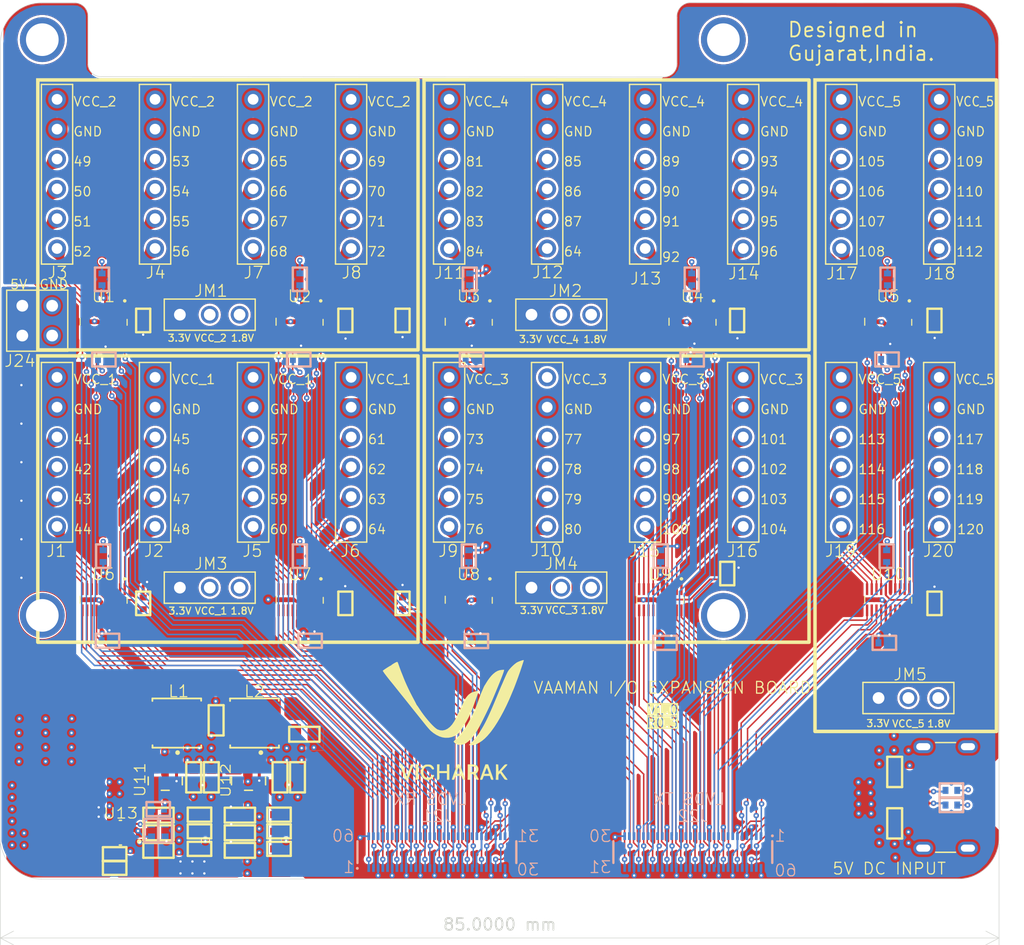
<source format=kicad_pcb>
(kicad_pcb (version 20240108) (generator "pcbnew") (generator_version "8.0")
  (layers (0 "F.Cu" jumper) (1 "In1.Cu" signal) (2 "In2.Cu" signal) (31 "B.Cu" signal) (34 "B.Paste" user) (35 "F.Paste" user) (36 "B.SilkS" user "B.Silkscreen") (37 "F.SilkS" user "F.Silkscreen") (38 "B.Mask" user) (39 "F.Mask" user) (44 "Edge.Cuts" user))
  (net 0 "")
  (net 1 "5V")
  (net 2 "3.3V")
  (net 3 "1.8V")
  (net 4 "/GPIOT__RXP03")
  (net 5 "VCCB_1")
  (net 6 "/GPIOT__RXP08")
  (net 7 "GND")
  (net 8 "/GPIOT__RXN03")
  (net 9 "/GPIOT__RXN08")
  (net 10 "/GPIOT__RXP21")
  (net 11 "/GPIOT__RXP18")
  (net 12 "/GPIOT__RXN18")
  (net 13 "/GPIOT__RXN21")
  (net 14 "/GPIOT__RXN06")
  (net 15 "VCCB_2")
  (net 16 "/GPIOT__RXN01")
  (net 17 "/GPIOT__RXP06")
  (net 18 "/GPIOT__RXP01")
  (net 19 "/GPIOT__RXP05")
  (net 20 "/GPIOT__RXN20")
  (net 21 "/GPIOT__RXP20")
  (net 22 "/GPIOT__RXN05")
  (net 23 "/GPIOT__RXP02")
  (net 24 "/GPIOT__RXN02")
  (net 25 "/GPIOT__RXN19")
  (net 26 "/GPIOT__RXP19")
  (net 27 "/GPIOT__RXP07")
  (net 28 "/GPIOT__RXN04")
  (net 29 "/GPIOT__RXN07")
  (net 30 "/GPIOT__RXP04")
  (net 31 "/GPIOT__RXP15")
  (net 32 "/GPIOT__RXN16")
  (net 33 "/GPIOT__RXN15")
  (net 34 "/GPIOT__RXP16")
  (net 35 "/GPIOT__RXP17")
  (net 36 "/GPIOT__RXN09")
  (net 37 "/GPIOT__RXP09")
  (net 38 "/GPIOT__RXN17")
  (net 39 "/GPIOT__RXN12")
  (net 40 "VCCB_3")
  (net 41 "/GPIOT__RXN14")
  (net 42 "/GPIOT__RXP14")
  (net 43 "/GPIOT__RXP12")
  (net 44 "/GPIOT__RXP11")
  (net 45 "/GPIOT__RXP13")
  (net 46 "/GPIOT__RXN13")
  (net 47 "/GPIOT__RXN11")
  (net 48 "/GPIOB__TXN13")
  (net 49 "VCCB_4")
  (net 50 "/GPIOB__TXN02")
  (net 51 "/GPIOB__TXP13")
  (net 52 "/GPIOB__TXP02")
  (net 53 "/GPIOB__TXN01")
  (net 54 "/GPIOB__TXP01")
  (net 55 "/GPIOB__TXN00")
  (net 56 "/GPIOB__TXP00")
  (net 57 "/GPIOB__TXN05")
  (net 58 "/GPIOB__TXN03")
  (net 59 "/GPIOB__TXP03")
  (net 60 "/GPIOB__TXP05")
  (net 61 "/GPIOB__TXN04")
  (net 62 "/GPIOB__TXN06")
  (net 63 "/GPIOB__TXP04")
  (net 64 "/GPIOB__TXP06")
  (net 65 "/GPIOB__TXP08")
  (net 66 "/GPIOB__TXP07")
  (net 67 "/GPIOB__TXN07")
  (net 68 "/GPIOB__TXN08")
  (net 69 "/GPIOB__TXN11")
  (net 70 "/GPIOB__TXN15")
  (net 71 "/GPIOB__TXP15")
  (net 72 "/GPIOB__TXP11")
  (net 73 "/GPIOB__TXN09")
  (net 74 "VCCB_5")
  (net 75 "/GPIOB__TXP10")
  (net 76 "/GPIOB__TXN10")
  (net 77 "/GPIOB__TXP09")
  (net 78 "/GPIOB__TXN12")
  (net 79 "/GPIOB__TXP12")
  (net 80 "/GPIOB__TXP18")
  (net 81 "/GPIOB__TXN18")
  (net 82 "/GPIOB__TXP17")
  (net 83 "/GPIOB__TXN16")
  (net 84 "/GPIOB__TXN17")
  (net 85 "/GPIOB__TXP16")
  (net 86 "/GPIOB__TXN14")
  (net 87 "/GPIOB__TXP14")
  (net 88 "/GPIOB__TXN19")
  (net 89 "/GPIOB__TXP19")
  (net 90 "/GPIOT_RXP05")
  (net 91 "/GPIOT_RXP03")
  (net 92 "/GPIOT_RXP21")
  (net 93 "/GPIOT_RXP02")
  (net 94 "/GPIOT_RXP08")
  (net 95 "/GPIOT_RXN04")
  (net 96 "/GPIOT_RXN18")
  (net 97 "/GPIOT_RXP06")
  (net 98 "/GPIOT_RXN17")
  (net 99 "/GPIOT_RXN03")
  (net 100 "/GPIOT_RXN01")
  (net 101 "/GPIOT_RXP14")
  (net 102 "/GPIOT_RXN21")
  (net 103 "/GPIOT_RXP18")
  (net 104 "/GPIOT_RXN12")
  (net 105 "/GPIOT_RXN08")
  (net 106 "/GPIOT_RXP17")
  (net 107 "/GPIOT_RXP20")
  (net 108 "/GPIOT_RXN06")
  (net 109 "/GPIOT_RXN14")
  (net 110 "/GPIOT_RXP09")
  (net 111 "/GPIOT_RXP13")
  (net 112 "/GPIOT_RXN05")
  (net 113 "/GPIOT_RXN02")
  (net 114 "/GPIOT_RXN09")
  (net 115 "/GPIOT_RXN16")
  (net 116 "/GPIOT_RXP07")
  (net 117 "/GPIOT_RXN19")
  (net 118 "/GPIOT_RXP16")
  (net 119 "/GPIOT_RXP15")
  (net 120 "/GPIOT_RXN20")
  (net 121 "/GPIOT_RXN15")
  (net 122 "/GPIOT_RXN11")
  (net 123 "/GPIOT_RXP12")
  (net 124 "/GPIOT_RXP19")
  (net 125 "/GPIOT_RXN07")
  (net 126 "/GPIOT_RXN13")
  (net 127 "/GPIOT_RXP04")
  (net 128 "/GPIOT_RXP01")
  (net 129 "/GPIOT_RXP11")
  (net 130 "/GPIOB_TXN06")
  (net 131 "/GPIOB_TXP01")
  (net 132 "/GPIOB_TXP19")
  (net 133 "/GPIOB_TXP06")
  (net 134 "/GPIOB_TXP09")
  (net 135 "/GPIOB_TXP05")
  (net 136 "/GPIOB_TXN13")
  (net 137 "/GPIOB_TXP17")
  (net 138 "/GPIOB_TXP03")
  (net 139 "/GPIOB_TXN16")
  (net 140 "/GPIOB_TXP13")
  (net 141 "/GPIOB_TXN00")
  (net 142 "/GPIOB_TXN15")
  (net 143 "/GPIOB_TXN03")
  (net 144 "/GPIOB_TXN04")
  (net 145 "/GPIOB_TXN02")
  (net 146 "/GPIOB_TXP16")
  (net 147 "/GPIOB_TXP11")
  (net 148 "/GPIOB_TXN11")
  (net 149 "/GPIOB_TXP00")
  (net 150 "/GPIOB_TXN08")
  (net 151 "/GPIOB_TXP04")
  (net 152 "/GPIOB_TXP10")
  (net 153 "/GPIOB_TXN17")
  (net 154 "/GPIOB_TXP02")
  (net 155 "/GPIOB_TXN05")
  (net 156 "/GPIOB_TXP15")
  (net 157 "/GPIOB_TXP14")
  (net 158 "/GPIOB_TXN19")
  (net 159 "/GPIOB_TXP07")
  (net 160 "/GPIOB_TXN12")
  (net 161 "/GPIOB_TXP08")
  (net 162 "/GPIOB_TXN18")
  (net 163 "/GPIOB_TXP18")
  (net 164 "/GPIOB_TXP12")
  (net 165 "/GPIOB_TXN09")
  (net 166 "/GPIOB_TXN14")
  (net 167 "/GPIOB_TXN10")
  (net 168 "/GPIOB_TXN01")
  (net 169 "/GPIOB_TXN07")
  (net 170 "VCC5V")
  (net 171 "/NETR20_2")
  (net 172 "/NetR1_2")
  (net 173 "/NetR2_2")
  (net 174 "/NetR3_2")
  (net 175 "/NetR6_2")
  (net 176 "/NetR7_2")
  (net 177 "/Net8_2")
  (net 178 "/NetR4_2")
  (net 179 "/NetR5_2")
  (net 180 "/NetR9_2")
  (net 181 "/NetR10_2")
  (net 182 "/NETR16_1")
  (net 183 "/NETR18_1")
  (net 184 "/NETL1_1")
  (net 185 "/NETL3_1")
  (net 186 "5V_1")
  (net 187 "Net-(J23-CC2)")
  (net 188 "Net-(J23-CC1)")
  (net 190 "Net-(U13-ST)")
  (footprint "VAAMAN2:0402_Res" (layer "F.Cu") (at 235.2884 113.157 90)
    (property "Reference" "R17" (hide yes))
    (property "Value" "10K")
  )
  (footprint "VAAMAN2:0603_Cap" (layer "F.Cu") (at 172.323 127.97711 -90)
    (property "Reference" "C6" (hide yes))
    (property "Value" "100nF")
  )
  (footprint "VAAMAN2:0402_Res" (layer "F.Cu") (at 179.51184 134.10321 180)
    (property "Reference" "R7" (hide yes))
    (property "Value" "49.9K")
  )
  (footprint "VAAMAN2:0402_Res" (layer "F.Cu") (at 165.5261 134.5591 180)
    (property "Reference" "R4" (hide yes))
    (property "Value" "10K")
  )
  (footprint "VAAMAN2:TXB0108DQSR" (layer "F.Cu") (at 181.2798 89.1938 180)
    (property "Reference" "U2")
    (property "Value" "TXB0108DQSR" (hide yes))
  )
  (footprint "VAAMAN2:0402_Res" (layer "F.Cu") (at 172.7802 132.5626)
    (property "Reference" "R1" (hide yes))
    (property "Value" "100K")
  )
  (footprint "VAAMAN2:0603_Cap" (layer "F.Cu") (at 231.977933 131.900775 -90)
    (property "Reference" "C9" (hide yes))
    (property "Value" "100nF")
  )
  (footprint "VAAMAN2:TXB0108DQSR" (layer "F.Cu") (at 211.979 112.8666 180)
    (property "Reference" "U9")
    (property "Value" "TXB0108DQSR" (hide yes))
  )
  (footprint "VAAMAN2:0402_Cap" (layer "F.Cu") (at 165.5609 135.6681)
    (property "Reference" "C10" (hide yes))
    (property "Value" "0.1uF")
  )
  (footprint "VAAMAN2:01x06 HEADER" (layer "F.Cu") (at 227.326104 84.7598)
    (property "Reference" "J17")
    (property "Value" ".")
  )
  (footprint "VAAMAN2:0402_Res" (layer "F.Cu") (at 185.2041 89.1032 -90)
    (property "Reference" "R14" (hide yes))
    (property "Value" "10K")
  )
  (footprint "VAAMAN2:PinHeader_1x03_P2.54mm_Vertical" (layer "F.Cu") (at 171.0944 88.5952 90)
    (property "Reference" "JM1")
    (property "Value" "~")
  )
  (footprint "VAAMAN2:01x06 HEADER" (layer "F.Cu") (at 177.271176 84.7598)
    (property "Reference" "J7")
    (property "Value" ".")
  )
  (footprint "VAAMAN2:01x06 HEADER" (layer "F.Cu") (at 160.5862 108.4326)
    (property "Reference" "J1")
    (property "Value" ".")
  )
  (footprint "VAAMAN2:0603_Cap" (layer "F.Cu") (at 181.68002 124.268625)
    (property "Reference" "C18" (hide yes))
    (property "Value" "100nF")
  )
  (footprint "VAAMAN2:0603_Cap" (layer "F.Cu") (at 179.66611 127.97711 -90)
    (property "Reference" "C17" (hide yes))
    (property "Value" "100nF")
  )
  (footprint "VAAMAN2:0603_Cap" (layer "F.Cu") (at 169.26582 131.15681)
    (property "Reference" "C3" (hide yes))
    (property "Value" "100nF")
  )
  (footprint "VAAMAN2:01x06 HEADER" (layer "F.Cu") (at 227.326104 108.4326)
    (property "Reference" "J19")
    (property "Value" ".")
  )
  (footprint "VAAMAN2:TXB0108DQSR" (layer "F.Cu") (at 195.6784 112.8666 180)
    (property "Reference" "U8")
    (property "Value" "TXB0108DQSR" (hide yes))
  )
  (footprint "VAAMAN2:0402_Res" (layer "F.Cu") (at 167.9448 113.157 90)
    (property "Reference" "R8" (hide yes))
    (property "Value" "10K")
  )
  (footprint "VAAMAN2:0402_Cap" (layer "F.Cu") (at 172.7802 131.1402)
    (property "Reference" "C4" (hide yes))
    (property "Value" "100pF")
  )
  (footprint "VAAMAN2:HOLE" (layer "F.Cu") (at 217.3224 65.1764)
    (property "Reference" "REF**" (hide yes))
    (property "Value" "HOLE")
  )
  (footprint "VAAMAN2:HOLE" (layer "F.Cu") (at 159.3596 114.1984)
    (property "Reference" "REF**" (hide yes))
    (property "Value" "HOLE")
  )
  (footprint "VAAMAN2:01x06 HEADER" (layer "F.Cu") (at 218.983616 84.7598)
    (property "Reference" "J14")
    (property "Value" ".")
  )
  (footprint "VAAMAN2:TXB0108DQSR" (layer "F.Cu") (at 231.3764 89.1938 180)
    (property "Reference" "U5")
    (property "Value" "TXB0108DQSR" (hide yes))
  )
  (footprint "VAAMAN2:01x06 HEADER" (layer "F.Cu") (at 168.928688 84.7598)
    (property "Reference" "J4")
    (property "Value" ".")
  )
  (footprint "VAAMAN2:0402_Cap" (layer "F.Cu") (at 179.54664 131.1402)
    (property "Reference" "C15" (hide yes))
    (property "Value" "100pF")
  )
  (footprint "VAAMAN2:0402_Res" (layer "F.Cu") (at 235.3392 89.1032 -90)
    (property "Reference" "R16" (hide yes))
    (property "Value" "10K")
  )
  (footprint "VAAMAN2:01x06 HEADER" (layer "F.Cu") (at 193.956152 84.7598)
    (property "Reference" "J11")
    (property "Value" ".")
  )
  (footprint "VAAMAN2:0402_Res" (layer "F.Cu") (at 218.5416 89.1032 -90)
    (property "Reference" "R12" (hide yes))
    (property "Value" "10K")
  )
  (footprint "VAAMAN2:HOLE" (layer "F.Cu") (at 217.3224 114.1984)
    (property "Reference" "REF**" (hide yes))
    (property "Value" "HOLE")
  )
  (footprint "VAAMAN2:0603_Cap" (layer "F.Cu") (at 169.26582 134.153925)
    (property "Reference" "C1" (hide yes))
    (property "Value" "1uF")
  )
  (footprint "VAAMAN2:01x06 HEADER" (layer "F.Cu") (at 235.6686 84.7598)
    (property "Reference" "J18")
    (property "Value" ".")
  )
  (footprint "VAAMAN2:0603_Cap" (layer "F.Cu") (at 231.872593 127.5334 90)
    (property "Reference" "C8" (hide yes))
    (property "Value" "1uF")
  )
  (footprint "VAAMAN2:GCNR4030-3R3NC" (layer "F.Cu") (at 170.80234 125.49953)
    (property "Reference" "L1")
    (property "Value" "3.3 uH")
  )
  (footprint "VAAMAN2:02X02 HEADER" (layer "F.Cu") (at 157.6832 87.8332)
    (property "Reference" "J24")
    (property "Value" "02x02")
  )
  (footprint "VAAMAN2:0603_Cap" (layer "F.Cu") (at 173.8216 127.978895 -90)
    (property "Reference" "C5" (hide yes))
    (property "Value" "1uF")
  )
  (footprint "VAAMAN2:TXB0108DQSR" (layer "F.Cu") (at 195.6784 89.1938 180)
    (property "Reference" "U3")
    (property "Value" "TXB0108DQSR" (hide yes))
  )
  (footprint "VAAMAN2:0603_Cap" (layer "F.Cu") (at 181.15467 127.978895 -90)
    (property "Reference" "C16" (hide yes))
    (property "Value" "1uF")
  )
  (footprint "VAAMAN2:0402_Res" (layer "F.Cu") (at 172.7454 134.10321 180)
    (property "Reference" "R2" (hide yes))
    (property "Value" "22.2K")
  )
  (footprint "VAAMAN2:SY8088IAAC" (layer "F.Cu") (at 169.84916 128.292595 -90)
    (property "Reference" "U11")
    (property "Value" "SY8088IAAC")
  )
  (footprint "VAAMAN2:0603_Cap" (layer "F.Cu") (at 176.19384 132.657195)
    (property "Reference" "C13" (hide yes))
    (property "Value" "100nF")
  )
  (footprint "VAAMAN2:TXB0108DQSR" (layer "F.Cu") (at 231.3764 112.8666 180)
    (property "Reference" "U10")
    (property "Value" "TXB0108DQSR" (hide yes))
  )
  (footprint "VAAMAN2:TXB0108DQSR" (layer "F.Cu") (at 214.7222 89.1938 180)
    (property "Reference" "U4")
    (property "Value" "TXB0108DQSR" (hide yes))
  )
  (footprint "VAAMAN2:LOGO" (layer "F.Cu") (at 194.3596 123.036647)
    (property "Reference" "G***" (hide yes))
    (property "Value" "LOGO" (hide yes))
  )
  (footprint "VAAMAN2:PinHeader_1x03_P2.54mm_Vertical" (layer "F.Cu") (at 230.5558 121.2342 90)
    (property "Reference" "JM5")
    (property "Value" "~")
  )
  (footprint "VAAMAN2:01x06 HEADER" (layer "F.Cu") (at 202.29864 108.4326)
    (property "Reference" "J10")
    (property "Value" ".")
  )
  (footprint "VAAMAN2:01x06 HEADER" (layer "F.Cu") (at 185.613664 108.4326)
    (property "Reference" "J6")
    (property "Value" ".")
  )
  (footprint "VAAMAN2:01x06 HEADER" (layer "F.Cu") (at 235.6686 108.4326)
    (property "Reference" "J20")
    (property "Value" ".")
  )
  (footprint "VAAMAN2:0402_Res" (layer "F.Cu") (at 190.0174 113.157 90)
    (property "Reference" "R15" (hide yes))
    (property "Value" "10K")
  )
  (footprint "VAAMAN2:HOLE" (layer "F.Cu") (at 159.3596 65.1764)
    (property "Reference" "REF**" (hide yes))
    (property "Value" "HOLE")
  )
  (footprint "VAAMAN2:0402_Res" (layer "F.Cu") (at 167.9956 89.1032 -90)
    (property "Reference" "R9" (hide yes))
    (property "Value" "10K")
  )
  (footprint "VAAMAN2:01x06 HEADER" (layer "F.Cu") (at 185.613664 84.7598)
    (property "Reference" "J8")
    (property "Value" ".")
  )
  (footprint "VAAMAN2:0402_Res" (layer "F.Cu") (at 190.0682 89.1032 -90)
    (property "Reference" "R11" (hide yes))
    (property "Value" "10K")
  )
  (footprint "VAAMAN2:0402_Res" (layer "F.Cu") (at 185.1533 113.157 90)
    (property "Reference" "R10" (hide yes))
    (property "Value" "10K")
  )
  (footprint "VAAMAN2:PinHeader_1x03_P2.54mm_Vertical" (layer "F.Cu") (at 171.0944 111.8362 90)
    (property "Reference" "JM3")
    (property "Value" "~")
  )
  (footprint "VAAMAN2:TXB0108DQSR" (layer "F.Cu") (at 164.6028 89.1938 180)
    (property "Reference" "U1")
    (property "Value" "TXB0108DQSR" (hide yes))
  )
  (footprint "VAAMAN2:01x06 HEADER" (layer "F.Cu") (at 210.641128 84.7598)
    (property "Reference" "J13")
    (property "Value" ".")
  )
  (footprint "VAAMAN2:01x06 HEADER" (layer "F.Cu") (at 218.983616 108.4326)
    (property "Reference" "J16")
    (property "Value" ".")
  )
  (footprint "VAAMAN2:01x06 HEADER" (layer "F.Cu") (at 168.928688 108.4326)
    (property "Reference" "J2")
    (property "Value" ".")
  )
  (footprint "Connector_USB:USB_C_Receptacle_GCT_USB4125-xx-x-0190_6P_TopMnt_Horizontal" (layer "F.Cu") (at 237.3596 129.6984 90)
    (property "Reference" "J23" (hide yes))
    (property "Value" "USB_C_Receptacle_PowerOnly_6P")
  )
  (footprint "VAAMAN2:0402_Res" (layer "F.Cu") (at 179.54664 132.5626)
    (property "Reference" "R6" (hide yes))
    (property "Value" "100K")
  )
  (footprint "VAAMAN2:0402_Res" (layer "F.Cu") (at 217.6526 110.617 90)
    (property "Reference" "R13" (hide yes))
    (property "Value" "10K")
  )
  (footprint "VAAMAN2:01x06 HEADER" (layer "F.Cu") (at 160.5862 84.7598)
    (property "Reference" "J3")
    (property "Value" ".")
  )
  (footprint "VAAMAN2:SY8088IAAC" (layer "F.Cu") (at 176.9364 128.292595 -90)
    (property "Reference" "U12")
    (property "Value" "SY8088IAAC")
  )
  (footprint "VAAMAN2:TXB0108DQSR" (layer "F.Cu") (at 181.2962 112.8666 180)
    (property "Reference" "U7")
    (property "Value" "TXB0108DQSR" (hide yes))
  )
  (footprint "VAAMAN2:0603_Cap" (layer "F.Cu") (at 176.19384 134.153925)
    (property "Reference" "C12" (hide yes))
    (property "Value" "1uF")
  )
  (footprint "VAAMAN2:01x06 HEADER" (layer "F.Cu") (at 193.956152 108.4326)
    (property "Reference" "J9")
    (property "Value" ".")
  )
  (footprint "VAAMAN2:GCNR4030-3R3NC" (layer "F.Cu") (at 177.4123 125.501315)
    (property "Reference" "L2")
    (property "Value" "3.3 uH")
  )
  (footprint "VAAMAN2:01x06 HEADER" (layer "F.Cu") (at 210.641128 108.4326)
    (property "Reference" "J15")
    (property "Value" ".")
  )
  (footprint "VAAMAN2:0603_Cap" (layer "F.Cu") (at 174.1264 123.139375 90)
    (property "Reference" "C7" (hide yes))
    (property "Value" "100nF")
  )
  (footprint "VAAMAN2:01x06 HEADER" (layer "F.Cu") (at 177.271176 108.4326)
    (property "Reference" "J5")
    (property "Value" ".")
  )
  (footprint "VAAMAN2:TXB0108DQSR" (layer "F.Cu") (at 164.6028 112.8666 180)
    (property "Reference" "U6")
    (property "Value" "TXB0108DQSR" (hide yes))
  )
  (footprint "VAAMAN2:0603_Cap" (layer "F.Cu") (at 169.26582 132.657195)
    (property "Reference" "C2" (hide yes))
    (property "Value" "100nF")
  )
  (footprint "VAAMAN2:0603_Cap" (layer "F.Cu") (at 176.19384 131.15681)
    (property "Reference" "C14" (hide yes))
    (property "Value" "100nF")
  )
  (footprint "VAAMAN2:TPS2117" (layer "F.Cu") (at 166.0341 132.7049 180)
    (property "Reference" "U13")
    (property "Value" "TPS2117")
  )
  (footprint "VAAMAN2:PinHeader_1x03_P2.54mm_Vertical" (layer "F.Cu") (at 201.0156 111.8362 90)
    (property "Reference" "JM4")
    (property "Value" "~")
  )
  (footprint "VAAMAN2:PinHeader_1x03_P2.54mm_Vertical" (layer "F.Cu") (at 201.0156 88.5952 90)
    (property "Reference" "JM2")
    (property "Value" "~")
  )
  (footprint "VAAMAN2:01x06 HEADER" (layer "F.Cu") (at 202.29864 84.7598)
    (property "Reference" "J12")
    (property "Value" ".")
  )
  (footprint "VAAMAN2:0402_Cap" (layer "B.Cu") (at 231.2924 92.4306)
    (property "Reference" "C37" (hide yes))
    (property "Value" "0.1uF")
  )
  (footprint "VAAMAN2:0402_Cap" (layer "B.Cu") (at 196.342 116.4082)
    (property "Reference" "C36" (hide yes))
    (property "Value" "0.1uF")
  )
  (footprint "VAAMAN2:0402_Cap" (layer "B.Cu") (at 195.6562 109.1692 -90)
    (property "Reference" "C32" (hide yes))
    (property "Value" "0.1uF")
  )
  (footprint "VAAMAN2:0402_Cap" (layer "B.Cu") (at 195.9356 92.4306)
    (property "Reference" "C28" (hide yes))
    (property "Value" "0.1uF")
  )
  (footprint "VAAMAN2:0402_Cap" (layer "B.Cu") (at 231.2162 109.1692 -90)
    (property "Reference" "C34" (hide yes))
    (property "Value" "0.1uF")
  )
  (footprint "VAAMAN2:0402_Cap" (layer "B.Cu") (at 182.1942 116.3828)
    (property "Reference" "C27" (hide yes))
    (property "Value" "0.1uF")
  )
  (footprint "VAAMAN2:0402_Res" (layer "B.Cu") (at 169.8101 132.536499 -90)
    (property "Reference" "R5" (hide yes))
    (property "Value" "4.99K")
  )
  (footprint "VAAMAN2:0402_Res" (layer "B.Cu") (at 168.7029 132.5017 90)
    (property "Reference" "R3" (hide yes))
    (property "Value" "20K")
  )
  (footprint "VAAMAN2:0402_Res" (layer "B.Cu") (at 236.7346 130.3234 180)
    (property "Reference" "R19" (hide yes))
    (property "Value" "5.1K")
  )
  (footprint "VAAMAN2:0402_Cap" (layer "B.Cu") (at 211.9884 109.1692 -90)
    (property "Reference" "C24" (hide yes))
    (property "Value" "0.1uF")
  )
  (footprint "VAAMAN2:0402_Cap" (layer "B.Cu") (at 164.5412 109.1692 -90)
    (property "Reference" "C19" (hide yes))
    (property "Value" "0.1uF")
  )
  (footprint "VAAMAN2:LVDS" (layer "B.Cu") (at 214.7628 132.6642)
    (property "Reference" "J22")
    (property "Value" "LVDS")
  )
  (footprint "VAAMAN2:0402_Cap" (layer "B.Cu") (at 164.6428 92.4306)
    (property "Reference" "C26" (hide yes))
    (property "Value" "0.1uF")
  )
  (footprint "VAAMAN2:LVDS" (layer "B.Cu") (at 192.9506 136.0424 180)
    (property "Reference" "J21")
    (property "Value" "LVDS")
  )
  (footprint "VAAMAN2:0402_Cap" (layer "B.Cu") (at 212.3948 116.5606)
    (property "Reference" "C30" (hide yes))
    (property "Value" "0.1uF")
  )
  (footprint "VAAMAN2:0402_Cap" (layer "B.Cu") (at 181.2798 109.1692 -90)
    (property "Reference" "C21" (hide yes))
    (property "Value" "0.1uF")
  )
  (footprint "VAAMAN2:0402_Cap" (layer "B.Cu") (at 181.229 92.4306)
    (property "Reference" "C35" (hide yes))
    (property "Value" "0.1uF")
  )
  (footprint "VAAMAN2:0402_Res" (layer "B.Cu") (at 236.7346 129.0734 180)
    (property "Reference" "R18" (hide yes))
    (property "Value" "5.1K")
  )
  (footprint "VAAMAN2:0402_Cap" (layer "B.Cu") (at 231.0638 116.5606)
    (property "Reference" "C38" (hide yes))
    (property "Value" "0.1uF")
  )
  (footprint "VAAMAN2:0402_Cap" (layer "B.Cu") (at 231.2924 85.598 -90)
    (property "Reference" "C33" (hide yes))
    (property "Value" "0.1uF")
  )
  (footprint "VAAMAN2:0402_Cap" (layer "B.Cu") (at 164.4396 85.598 -90)
    (property "Reference" "C20" (hide yes))
    (property "Value" "0.1uF")
  )
  (footprint "VAAMAN2:0402_Cap" (layer "B.Cu") (at 169.233048 130.6681 180)
    (property "Reference" "C11" (hide yes))
    (property "Value" "0.1uF")
  )
  (footprint "VAAMAN2:0402_Cap" (layer "B.Cu") (at 164.9476 116.3828)
    (property "Reference" "C25" (hide yes))
    (property "Value" "0.1uF")
  )
  (footprint "VAAMAN2:0402_Cap" (layer "B.Cu") (at 181.2798 85.598 -90)
    (property "Reference" "C31" (hide yes))
    (property "Value" "0.1uF")
  )
  (footprint "VAAMAN2:0402_Cap" (layer "B.Cu") (at 214.63 85.598 -90)
    (property "Reference" "C23" (hide yes))
    (property "Value" "0.1uF")
  )
  (footprint "VAAMAN2:0402_Cap" (layer "B.Cu") (at 195.7324 85.598 -90)
    (property "Reference" "C22" (hide yes))
    (property "Value" "0.1uF")
  )
  (footprint "VAAMAN2:0402_Cap" (layer "B.Cu") (at 214.7062 92.4306)
    (property "Reference" "C29" (hide yes))
    (property "Value" "0.1uF")
  )
  (gr_rect (start 225.1456 68.6054) (end 240.5888 124.079) (stroke (width 0.3)) (fill none) (layer "F.SilkS"))
  (gr_rect (start 191.897 92.1004) (end 224.6376 116.4844) (stroke (width 0.3)) (fill none) (layer "F.SilkS"))
  (gr_rect (start 191.8716 68.6054) (end 224.6376 91.5924) (stroke (width 0.3)) (fill none) (layer "F.SilkS"))
  (gr_rect (start 159.004 68.6054) (end 191.3636 91.5924) (stroke (width 0.3)) (fill none) (layer "F.SilkS"))
  (gr_rect (start 159.004 92.1004) (end 191.3636 116.4844) (stroke (width 0.3)) (fill none) (layer "F.SilkS"))
  (gr_arc (start 213.393687 63.290943) (mid 213.673831 62.434386) (end 214.4776 62.0268) (stroke (width 0.05)) (layer "Edge.Cuts"))
  (gr_arc (start 240.8101 133.1431) (mid 239.784974 135.617974) (end 237.3101 136.6431) (stroke (width 0.05)) (layer "Edge.Cuts"))
  (gr_line (start 237.3101 136.6431) (end 159.3101 136.6431) (stroke (width 0.05)) (layer "Edge.Cuts"))
  (gr_line (start 237.309738 62.043017) (end 214.4776 62.0268) (stroke (width 0.05)) (layer "Edge.Cuts"))
  (gr_line (start 240.8101 133.1431) (end 240.8101 65.5431) (stroke (width 0.05)) (layer "Edge.Cuts"))
  (gr_arc (start 237.3101 62.0431) (mid 239.784973 63.068226) (end 240.8101 65.5431) (stroke (width 0.05)) (layer "Edge.Cuts"))
  (gr_arc (start 159.3101 136.6431) (mid 156.835226 135.617974) (end 155.8101 133.1431) (stroke (width 0.05)) (layer "Edge.Cuts"))
  (gr_line (start 213.393687 63.290943) (end 213.394739 67.215466) (stroke (width 0.05)) (layer "Edge.Cuts"))
  (gr_line (start 163.2712 63.1063) (end 163.2712 67.2973) (stroke (width 0.05)) (layer "Edge.Cuts"))
  (gr_line (start 159.3101 62.0431) (end 162.084498 62.0431) (stroke (width 0.05)) (layer "Edge.Cuts"))
  (gr_arc (start 164.457934 68.326) (mid 163.651516 68.057431) (end 163.2712 67.2973) (stroke (width 0.05)) (layer "Edge.Cuts"))
  (gr_line (start 164.457934 68.326) (end 212.3186 68.354761) (stroke (width 0.05)) (layer "Edge.Cuts"))
  (gr_arc (start 162.084498 62.0431) (mid 162.898043 62.328927) (end 163.2712 63.1063) (stroke (width 0.05)) (layer "Edge.Cuts"))
  (gr_arc (start 213.394739 67.215466) (mid 213.092625 68.007989) (end 212.3186 68.354761) (stroke (width 0.05)) (layer "Edge.Cuts"))
  (gr_arc (start 155.8101 65.543097) (mid 156.835248 63.068348) (end 159.3101 62.043097) (stroke (width 0.05)) (layer "Edge.Cuts"))
  (gr_line (start 155.8101 133.1431) (end 155.8101 65.5431) (stroke (width 0.05)) (layer "Edge.Cuts"))
  (gr_text "30" (at 201.7268 136.4234 0) (layer "B.SilkS") (effects (font (size 1 1) (thickness 0.1)) (justify left bottom mirror)))
  (gr_text "31" (at 207.8736 136.2202 0) (layer "B.SilkS") (effects (font (size 1 1) (thickness 0.1)) (justify left bottom mirror)))
  (gr_text "60" (at 223.659581 136.4996 0) (layer "B.SilkS") (effects (font (size 1 1) (thickness 0.1)) (justify left bottom mirror)))
  (gr_text "30" (at 207.8736 133.5786 0) (layer "B.SilkS") (effects (font (size 1 1) (thickness 0.1)) (justify left bottom mirror)))
  (gr_text "1" (at 222.7072 133.5532 0) (layer "B.SilkS") (effects (font (size 1 1) (thickness 0.1)) (justify left bottom mirror)))
  (gr_text "60" (at 186.0042 133.5532 0) (layer "B.SilkS") (effects (font (size 1 1) (thickness 0.1)) (justify left bottom mirror)))
  (gr_text "31" (at 201.7268 133.5786 0) (layer "B.SilkS") (effects (font (size 1 1) (thickness 0.1)) (justify left bottom mirror)))
  (gr_text "LVDS RX" (at 195.6816 130.429 0) (layer "B.SilkS") (effects (font (size 1 1) (thickness 0.1)) (justify left bottom mirror)))
  (gr_text "1" (at 186.0042 136.2202 0) (layer "B.SilkS") (effects (font (size 1 1) (thickness 0.1)) (justify left bottom mirror)))
  (gr_text "LVDS TX" (at 217.551 130.429 0) (layer "B.SilkS") (effects (font (size 1 1) (thickness 0.1)) (justify left bottom mirror)))
  (gr_text "85" (at 203.716465 76.02728 0) (layer "F.SilkS") (effects (font (size 0.8 0.8) (thickness 0.1)) (justify left bottom)))
  (gr_text "59" (at 178.689 104.79024 0) (layer "F.SilkS") (effects (font (size 0.8 0.8) (thickness 0.1)) (justify left bottom)))
  (gr_text "108" (at 228.760864 83.693 0) (layer "F.SilkS") (effects (font (size 0.8 0.8) (thickness 0.1)) (justify left bottom)))
  (gr_text "112" (at 237.109 83.693 0) (layer "F.SilkS") (effects (font (size 0.8 0.8) (thickness 0.1)) (justify left bottom)))
  (gr_text "109" (at 237.109 76.02728 0) (layer "F.SilkS") (effects (font (size 0.8 0.8) (thickness 0.1)) (justify left bottom)))
  (gr_text "GND\n" (at 237.109 73.47204 0) (layer "F.SilkS") (effects (font (size 0.8 0.8) (thickness 0.1)) (justify left bottom)))
  (gr_text "VCC_1" (at 187.037133 94.56928 0) (layer "F.SilkS") (effects (font (size 0.8 0.8) (thickness 0.1)) (justify left bottom)))
  (gr_text "82" (at 195.368332 78.58252 0) (layer "F.SilkS") (effects (font (size 0.8 0.8) (thickness 0.1)) (justify left bottom)))
  (gr_text "76" (at 195.385266 107.34548 0) (layer "F.SilkS") (effects (font (size 0.8 0.8) (thickness 0.1)) (justify left bottom)))
  (gr_text "53" (at 170.3578 76.02728 0) (layer "F.SilkS") (effects (font (size 0.8 0.8) (thickness 0.1)) (justify left bottom)))
  (gr_text "117" (at 237.125934 99.67976 0) (layer "F.SilkS") (effects (font (size 0.8 0.8) (thickness 0.1)) (justify left bottom)))
  (gr_text "1.8V" (at 175.387 90.932 0) (layer "F.SilkS") (effects (font (size 0.6 0.6) (thickness 0.1) (bold yes)) (justify left bottom)))
  (gr_text "69" (at 187.020199 76.02728 0) (layer "F.SilkS") (effects (font (size 0.8 0.8) (thickness 0.1)) (justify left bottom)))
  (gr_text "VCC_2" (at 187.020199 70.9168 0) (layer "F.SilkS") (effects (font (size 0.8 0.8) (thickness 0.1)) (justify left bottom)))
  (gr_text "107" (at 228.760864 81.13776 0) (layer "F.SilkS") (effects (font (size 0.8 0.8) (thickness 0.1)) (justify left bottom)))
  (gr_text "73" (at 195.385266 99.67976 0) (layer "F.SilkS") (effects (font (size 0.8 0.8) (thickness 0.1)) (justify left bottom)))
  (gr_text "GND\n" (at 203.733399 97.12452 0) (layer "F.SilkS") (effects (font (size 0.8 0.8) (thickness 0.1)) (justify left bottom)))
  (gr_text "3.3V" (at 199.9742 114.1222 0) (layer "F.SilkS") (effects (font (size 0.6 0.6) (thickness 0.1) (bold yes)) (justify left bottom)))
  (gr_text "64" (at 187.037133 107.34548 0) (layer "F.SilkS") (effects (font (size 0.8 0.8) (thickness 0.1)) (justify left bottom)))
  (gr_text "81" (at 195.368332 76.02728 0) (layer "F.SilkS") (effects (font (size 0.8 0.8) (thickness 0.1)) (justify left bottom)))
  (gr_text "56" (at 170.3578 83.693 0) (layer "F.SilkS") (effects (font (size 0.8 0.8) (thickness 0.1)) (justify left bottom)))
  (gr_text "3.3V" (at 170.0668 114.17 0) (layer "F.SilkS") (effects (font (size 0.6 0.6) (thickness 0.1) (bold yes)) (justify left bottom)))
  (gr_text "61" (at 187.037133 99.67976 0) (layer "F.SilkS") (effects (font (size 0.8 0.8) (thickness 0.1)) (justify left bottom)))
  (gr_text "1.8V" (at 175.35 114.17 0) (layer "F.SilkS") (effects (font (size 0.6 0.6) (thickness 0.1) (bold yes)) (justify left bottom)))
  (gr_text "84" (at 195.368332 83.693 0) (layer "F.SilkS") (effects (font (size 0.8 0.8) (thickness 0.1)) (justify left bottom)))
  (gr_text "79" (at 203.733399 104.79024 0) (layer "F.SilkS") (effects (font (size 0.8 0.8) (thickness 0.1)) (justify left bottom)))
  (gr_text "42" (at 161.992734 102.235 0) (layer "F.SilkS") (effects (font (size 0.8 0.8) (thickness 0.1)) (justify left bottom)))
  (gr_text "94" (at 220.412731 78.58252 0) (layer "F.SilkS") (effects (font (size 0.8 0.8) (thickness 0.1)) (justify left bottom)))
  (gr_text "45" (at 170.374734 99.67976 0) (layer "F.SilkS") (effects (font (size 0.8 0.8) (thickness 0.1)) (justify left bottom)))
  (gr_text "68" (at 178.672066 83.693 0) (layer "F.SilkS") (effects (font (size 0.8 0.8) (thickness 0.1)) (justify left bottom)))
  (gr_text "80" (at 203.733399 107.34548 0) (layer "F.SilkS") (effects (font (size 0.8 0.8) (thickness 0.1)) (justify left bottom)))
  (gr_text "GND\n" (at 170.374734 97.12452 0) (layer "F.SilkS") (effects (font (size 0.8 0.8) (thickness 0.1)) (justify left bottom)))
  (gr_text "GND\n" (at 161.992734 97.12452 0) (layer "F.SilkS") (effects (font (size 0.8 0.8) (thickness 0.1)) (justify left bottom)))
  (gr_text "GND\n" (at 195.368332 73.47204 0) (layer "F.SilkS") (effects (font (size 0.8 0.8) (thickness 0.1)) (justify left bottom)))
  (gr_text "87" (at 203.716465 81.13776 0) (layer "F.SilkS") (effects (font (size 0.8 0.8) (thickness 0.1)) (justify left bottom)))
  (gr_text "71" (at 187.020199 81.13776 0) (layer "F.SilkS") (effects (font (size 0.8 0.8) (thickness 0.1)) (justify left bottom)))
  (gr_text "VCC_1" (at 161.992734 94.56928 0) (layer "F.SilkS") (effects (font (size 0.8 0.8) (thickness 0.1)) (justify left bottom)))
  (gr_text "92" (at 212.064598 83.693 0) (layer "F.SilkS") (effects (font (size 0.8 0.8) (thickness 0.1)) (justify left)))
  (gr_text "52" (at 161.9758 83.693 0) (layer "F.SilkS") (effects (font (size 0.8 0.8) (thickness 0.1)) (justify left bottom)))
  (gr_text "50" (at 161.9758 78.58252 0) (layer "F.SilkS") (effects (font (size 0.8 0.8) (thickness 0.1)) (justify left bottom)))
  (gr_text "3.3V" (at 199.898 91.0336 0) (layer "F.SilkS") (effects (font (size 0.6 0.6) (thickness 0.1) (bold yes)) (justify left bottom)))
  (gr_text "1.8V" (at 234.6452 123.7742 0) (layer "F.SilkS") (effects (font (size 0.6 0.6) (thickness 0.1) (bold yes)) (justify left bottom)))
  (gr_text "101" (at 220.429665 99.67976 0) (layer "F.SilkS") (effects (font (size 0.8 0.8) (thickness 0.1)) (justify left bottom)))
  (gr_text "54" (at 170.3578 78.58252 0) (layer "F.SilkS") (effects (font (size 0.8 0.8) (thickness 0.1)) (justify left bottom)))
  (gr_text "VCC_4" (at 195.368332 70.9168 0) (layer "F.SilkS") (effects (font (size 0.8 0.8) (thickness 0.1)) (justify left bottom)))
  (gr_text "78" (at 203.733399 102.235 0) (layer "F.SilkS") (effects (font (size 0.8 0.8) (thickness 0.1)) (justify left bottom)))
  (gr_text "GND\n" (at 161.9758 73.47204 0) (layer "F.SilkS") (effects (font (size 0.8 0.8) (thickness 0.1)) (justify left bottom)))
  (gr_text "VCC_4" (at 212.064598 70.9168 0) (layer "F.SilkS") (effects (font (size 0.8 0.8) (thickness 0.1)) (justify left bottom)))
  (gr_text "86" (at 203.716465 78.58252 0) (layer "F.SilkS") (effects (font (size 0.8 0.8) (thickness 0.1)) (justify left bottom)))
  (gr_text "R0.3\n" (at 210.7346 123.8234 0) (layer "F.SilkS" knockout) (effects (font (size 0.8 0.8) (thickness 0.1) (bold yes)) (justify left bottom)))
  (gr_text "64" (at 203.716465 83.693 0) (layer "F.SilkS") (effects (font (size 0.8 0.8) (thickness 0.1)) (justify left bottom)))
  (gr_text "3.3V" (at 229.4636 123.7488 0) (layer "F.SilkS") (effects (font (size 0.6 0.6) (thickness 0.1) (bold yes)) (justify left bottom)))
  (gr_text "VCC_4" (at 203.716465 70.9168 0) (layer "F.SilkS") (effects (font (size 0.8 0.8) (thickness 0.1)) (justify left bottom)))
  (gr_text "97" (at 212.081532 99.67976 0) (layer "F.SilkS") (effects (font (size 0.8 0.8) (thickness 0.1)) (justify left bottom)))
  (gr_text "1.8V" (at 205.1558 114.1222 0) (layer "F.SilkS") (effects (font (size 0.6 0.6) (thickness 0.1) (bold yes)) (justify left bottom)))
  (gr_text "49" (at 161.9758 76.02728 0) (layer "F.SilkS") (effects (font (size 0.8 0.8) (thickness 0.1)) (justify left bottom)))
  (gr_text "GND\n" (at 212.064598 73.47204 0) (layer "F.SilkS") (effects (font (size 0.8 0.8) (thickness 0.1)) (justify left bottom)))
  (gr_text "60" (at 178.689 107.34548 0) (layer "F.SilkS") (effects (font (size 0.8 0.8) (thickness 0.1)) (justify left bottom)))
  (gr_text "VCC_5" (at 237.125934 94.56928 0) (layer "F.SilkS") (effects (font (size 0.8 0.7) (thickness 0.1)) (justify left bottom)))
  (gr_text "48" (at 170.374734 107.34548 0) (layer "F.SilkS") (effects (font (size 0.8 0.8) (thickness 0.1)) (justify left bottom)))
  (gr_text "115" (at 228.777798 104.79024 0) (layer "F.SilkS") (effects (font (size 0.8 0.8) (thickness 0.1)) (justify left bottom)))
  (gr_text "VCC_1" (at 172.3084 114.17 0) (layer "F.SilkS") (effects (font (size 0.6 0.6) (thickness 0.1) (bold yes)) (justify left bottom)))
  (gr_text "90" (at 212.064598 78.58252 0) (layer "F.SilkS") (effects (font (size 0.8 0.8) (thickness 0.1)) (justify left bottom)))
  (gr_text "GND\n" (at 212.081532 97.12452 0) (layer "F.SilkS") (effects (font (size 0.8 0.8) (thickness 0.1)) (justify left bottom)))
  (gr_text "1.8V" (at 205.3844 91.0463 0) (layer "F.SilkS") (effects (font (size 0.6 0.6) (thickness 0.1) (bold yes)) (justify left bottom)))
  (gr_text "102" (at 220.429665 102.235 0) (layer "F.SilkS") (effects (font (size 0.8 0.8) (thickness 0.1)) (justify left bottom)))
  (gr_text "118" (at 237.125934 102.235 0) (layer "F.SilkS") (effects (font (size 0.8 0.8) (thickness 0.1)) (justify left bottom)))
  (gr_text "VCC_2" (at 172.2628 90.932 0) (layer "F.SilkS") (effects (font (size 0.6 0.6) (thickness 0.1) (bold yes)) (justify left bottom)))
  (gr_text "GND\n" (at 220.429665 97.12452 0) (layer "F.SilkS") (effects (font (size 0.8 0.8) (thickness 0.1)) (justify left bottom)))
  (gr_text "VAAMAN I/O EXPANSION BOARD" (at 201.1096 120.9484 0) (layer "F.SilkS") (effects (font (size 1 1) (thickness 0.1) (bold yes)) (justify left bottom)))
  (gr_text "95" (at 220.412731 81.13776 0) (layer "F.SilkS") (effects (font (size 0.8 0.8) (thickness 0.1)) (justify left bottom)))
  (gr_text "96" (at 220.412731 83.693 0) (layer "F.SilkS") (effects (font (size 0.8 0.8) (thickness 0.1)) (justify left bottom)))
  (gr_text "GND\n" (at 195.385266 97.12452 0) (layer "F.SilkS") (effects (font (size 0.8 0.8) (thickness 0.1)) (justify left bottom)))
  (gr_text "99" (at 212.081532 104.79024 0) (layer "F.SilkS") (effects (font (size 0.8 0.8) (thickness 0.1)) (justify left bottom)))
  (gr_text "GND\n" (at 228.777798 97.12452 0) (layer "F.SilkS") (effects (font (size 0.8 0.8) (thickness 0.1)) (justify left bottom)))
  (gr_text "VCC_4" (at 202.2412 91.059 0) (layer "F.SilkS") (effects (font (size 0.6 0.6) (thickness 0.1) (bold yes)) (justify left bottom)))
  (gr_text "70" (at 187.020199 78.58252 0) (layer "F.SilkS") (effects (font (size 0.8 0.8) (thickness 0.1)) (justify left bottom)))
  (gr_text "46\n" (at 170.374734 102.235 0) (layer "F.SilkS") (effects (font (size 0.8 0.8) (thickness 0.1)) (justify left bottom)))
  (gr_text "VCC_2" (at 178.672066 70.9168 0) (layer "F.SilkS") (effects (font (size 0.8 0.8) (thickness 0.1)) (justify left bottom)))
  (gr_text "VCC_3" (at 220.429665 94.56928 0) (layer "F.SilkS") (effects (font (size 0.8 0.8) (thickness 0.1)) (justify left bottom)))
  (gr_text "VCC_5" (at 237.109 70.9168 0) (layer "F.SilkS") (effects (font (size 0.8 0.7) (thickness 0.1)) (justify left bottom)))
  (gr_text "GND\n" (at 187.020199 73.47204 0) (layer "F.SilkS") (effects (font (size 0.8 0.8) (thickness 0.1)) (justify left bottom)))
  (gr_text "GND\n" (at 187.037133 97.12452 0) (layer "F.SilkS") (effects (font (size 0.8 0.8) (thickness 0.1)) (justify left bottom)))
  (gr_text "100" (at 212.081532 107.34548 0) (layer "F.SilkS") (effects (font (size 0.8 0.8) (thickness 0.1)) (justify left bottom)))
  (gr_text "5V DC INPUT" (at 226.568 136.3472 0) (layer "F.SilkS") (effects (font (size 1 1) (thickness 0.1)) (justify left bottom)))
  (gr_text "67" (at 178.672066 81.13776 0) (layer "F.SilkS") (effects (font (size 0.8 0.8) (thickness 0.1)) (justify left bottom)))
  (gr_text "VCC_3" (at 202.165 114.0968 0) (layer "F.SilkS") (effects (font (size 0.6 0.6) (thickness 0.1) (bold yes)) (justify left bottom)))
  (gr_text "110" (at 237.109 78.58252 0) (layer "F.SilkS") (effects (font (size 0.8 0.8) (thickness 0.1)) (justify left bottom)))
  (gr_text "GND\n" (at 228.760864 73.47204 0) (layer "F.SilkS") (effects (font (size 0.8 0.8) (thickness 0.1)) (justify left bottom)))
  (gr_text "120" (at 237.1852 107.34548 0) (layer "F.SilkS") (effects (font (size 0.8 0.8) (thickness 0.1)) (justify left bottom)))
  (gr_text "GND\n" (at 178.689 97.12452 0) (layer "F.SilkS") (effects (font (size 0.8 0.8) (thickness 0.1)) (justify left bottom)))
  (gr_text "89" (at 212.064598 76.02728 0) (layer "F.SilkS") (effects (font (size 0.8 0.8) (thickness 0.1)) (justify left bottom)))
  (gr_text "113" (at 228.777798 99.67976 0) (layer "F.SilkS") (effects (font (size 0.8 0.8) (thickness 0.1)) (justify left bottom)))
  (gr_text "VCC_5" (at 228.777798 94.56928 0) (layer "F.SilkS") (effects (font (size 0.8 0.8) (thickness 0.1)) (justify left bottom)))
  (gr_text "77" (at 203.733399 99.67976 0) (layer "F.SilkS") (effects (font (size 0.8 0.8) (thickness 0.1)) (justify left bottom)))
  (gr_text "74" (at 195.385266 102.235 0) (layer "F.SilkS") (effects (font (size 0.8 0.8) (thickness 0.1)) (justify left bottom)))
  (gr_text "VCC_4" (at 220.412731 70.9168 0) (layer "F.SilkS") (effects (font (size 0.8 0.8) (thickness 0.1)) (justify left bottom)))
  (gr_text "GND\n" (at 170.3578 73.47204 0) (layer "F.SilkS") (effects (font (size 0.8 0.8) (thickness 0.1)) (justify left bottom)))
  (gr_text "72" (at 187.020199 83.693 0) (layer "F.SilkS") (effects (font (size 0.8 0.8) (thickness 0.1)) (justify left bottom)))
  (gr_text "VCC_5" (at 231.6544 123.7742 0) (layer "F.SilkS") (effects (font (size 0.6 0.6) (thickness 0.1) (bold yes)) (justify left bottom)))
  (gr_text "75" (at 195.385266 104.79024 0) (layer "F.SilkS") (effects (font (size 0.8 0.8) (thickness 0.1)) (justify left bottom)))
  (gr_text "VCC_1" (at 170.374734 94.56928 0) (layer "F.SilkS") (effects (font (size 0.8 0.8) (thickness 0.1)) (justify left bottom)))
  (gr_text "43" (at 161.992734 104.79024 0) (layer "F.SilkS") (effects (font (size 0.8 0.8) (thickness 0.1)) (justify left bottom)))
  (gr_text "Designed in\nGujarat,India." (at 222.7346 67.0734 0) (layer "F.SilkS") (effects (font (size 1.25 1.25)) (justify left bottom)))
  (gr_text "47" (at 170.374734 104.79024 0) (layer "F.SilkS") (effects (font (size 0.8 0.8) (thickness 0.1)) (justify left bottom)))
  (gr_text "119" (at 237.125934 104.79024 0) (layer "F.SilkS") (effects (font (size 0.8 0.8) (thickness 0.1)) (justify left bottom)))
  (gr_text "55" (at 170.3578 81.13776 0) (layer "F.SilkS") (effects (font (size 0.8 0.8) (thickness 0.1)) (justify left bottom)))
  (gr_text "66" (at 178.672066 78.58252 0) (layer "F.SilkS") (effects (font (size 0.8 0.8) (thickness 0.1)) (justify left bottom)))
  (gr_text "91" (at 212.064598 81.13776 0) (layer "F.SilkS") (effects (font (size 0.8 0.8) (thickness 0.1)) (justify left bottom)))
  (gr_text "VCC_5" (at 228.760864 70.9168 0) (layer "F.SilkS") (effects (font (size 0.8 0.8) (thickness 0.1)) (justify left bottom)))
  (gr_text "103" (at 220.429665 104.79024 0) (layer "F.SilkS") (effects (font (size 0.8 0.8) (thickness 0.1)) (justify left bottom)))
  (gr_text "VCC_2" (at 170.3578 70.9168 0) (layer "F.SilkS") (effects (font (size 0.8 0.8) (thickness 0.1)) (justify left bottom)))
  (gr_text "3.3V" (at 170.0022 90.932 0) (layer "F.SilkS") (effects (font (size 0.6 0.6) (thickness 0.1) (bold yes)) (justify left bottom)))
  (gr_text "VCC_3" (at 212.081532 94.56928 0) (layer "F.SilkS") (effects (font (size 0.8 0.8) (thickness 0.1)) (justify left bottom)))
  (gr_text "GND\n" (at 178.672066 73.47204 0) (layer "F.SilkS") (effects (font (size 0.8 0.8) (thickness 0.1)) (justify left bottom)))
  (gr_text "105" (at 228.760864 76.02728 0) (layer "F.SilkS") (effects (font (size 0.8 0.8) (thickness 0.1)) (justify left bottom)))
  (gr_text "VCC_2" (at 161.9758 70.9168 0) (layer "F.SilkS") (effects (font (size 0.8 0.8) (thickness 0.1)) (justify left bottom)))
  (gr_text "111" (at 237.109 81.13776 0) (layer "F.SilkS") (effects (font (size 0.8 0.8) (thickness 0.1)) (justify left bottom)))
  (gr_text "41" (at 161.992734 99.67976 0) (layer "F.SilkS") (effects (font (size 0.8 0.8) (thickness 0.1)) (justify left bottom)))
  (gr_text "62" (at 187.037133 102.235 0) (layer "F.SilkS") (effects (font (size 0.8 0.8) (thickness 0.1)) (justify left bottom)))
  (gr_text "GND" (at 159.0802 86.487 0) (layer "F.SilkS") (effects (font (size 0.8 0.8) (thickness 0.1)) (justify left bottom)))
  (gr_text "58" (at 178.689 102.235 0) (layer "F.SilkS") (effects (font (size 0.8 0.8) (thickness 0.1)) (justify left bottom)))
  (gr_text "VCC_3" (at 195.385266 94.56928 0) (layer "F.SilkS") (effects (font (size 0.8 0.8) (thickness 0.1)) (justify left bottom)))
  (gr_text "93" (at 220.412731 76.02728 0) (layer "F.SilkS") (effects (font (size 0.8 0.8) (thickness 0.1)) (justify left bottom)))
  (gr_text "65" (at 178.672066 76.02728 0) (layer "F.SilkS") (effects (font (size 0.8 0.8) (thickness 0.1)) (justify left bottom)))
  (gr_text "GND\n" (at 203.716465 73.47204 0) (layer "F.SilkS") (effects (font (size 0.8 0.8) (thickness 0.1)) (justify left bottom)))
  (gr_text "104" (at 220.429665 107.34548 0) (layer "F.SilkS") (effects (font (size 0.8 0.8) (thickness 0.1)) (justify left bottom)))
  (gr_text "V1.0" (at 210.8596 122.6984 0) (layer "F.SilkS" knockout) (effects (font (size 0.8 0.8) (thickness 0.1) (bold yes)) (justify left bottom)))
  (gr_text "GND\n" (at 237.125934 97.12452 0) (layer "F.SilkS") (effects (font (size 0.8 0.8) (thickness 0.1)) (justify left bottom)))
  (gr_text "5V" (at 156.591 86.487 0) (layer "F.SilkS") (effects (font (size 0.8 0.8) (thickness 0.1)) (justify left bottom)))
  (gr_text "57" (at 178.689 99.67976 0) (layer "F.SilkS") (effects (font (size 0.8 0.8) (thickness 0.1)) (justify left bottom)))
  (gr_text "98" (at 212.081532 102.235 0) (layer "F.SilkS") (effects (font (size 0.8 0.8) (thickness 0.1)) (justify left bottom)))
  (gr_text "VCC_3" (at 203.733399 94.56928 0) (layer "F.SilkS") (effects (font (size 0.8 0.8) (thickness 0.1)) (justify left bottom)))
  (gr_text "83" (at 195.368332 81.13776 0) (layer "F.SilkS") (effects (font (size 0.8 0.8) (thickness 0.1)) (justify left bottom)))
  (gr_text "116" (at 228.777798 107.34548 0) (layer "F.SilkS") (effects (font (size 0.8 0.8) (thickness 0.1)) (justify left bottom)))
  (gr_text "63" (at 187.037133 104.79024 0) (layer "F.SilkS") (effects (font (size 0.8 0.8) (thickness 0.1)) (justify left bottom)))
  (gr_text "GND\n" (at 220.412731 73.47204 0) (layer "F.SilkS") (effects (font (size 0.8 0.8) (thickness 0.1)) (justify left bottom)))
  (gr_text "44" (at 161.992734 107.34548 0) (layer "F.SilkS") (effects (font (size 0.8 0.8) (thickness 0.1)) (justify left bottom)))
  (gr_text "51" (at 161.9758 81.13776 0) (layer "F.SilkS") (effects (font (size 0.8 0.8) (thickness 0.1)) (justify left bottom)))
  (gr_text "VCC_1" (at 178.689 94.56928 0) (layer "F.SilkS") (effects (font (size 0.8 0.8) (thickness 0.1)) (justify left bottom)))
  (gr_text "114" (at 228.777798 102.235 0) (layer "F.SilkS") (effects (font (size 0.8 0.8) (thickness 0.1)) (justify left bottom)))
  (gr_text "106" (at 228.760864 78.58252 0) (layer "F.SilkS") (effects (font (size 0.8 0.8) (thickness 0.1)) (justify left bottom)))
  (dimension (type aligned) (layer "Edge.Cuts") (pts (xy 155.8101 133.1431) (xy 240.8101 133.1431)) (height 8.525) (gr_text "3346.4567 mils" (at 198.3101 140.5181 0) (layer "Edge.Cuts") (effects (font (size 1 1) (thickness 0.15)))) (format (prefix "") (suffix "") (units 3) (units_format 1) (precision 4)) (style (thickness 0.05) (arrow_length 1.27) (text_position_mode 0) (extension_height 0.58642) (extension_offset 0.5) keep_text_aligned))
  (segment (start 177.8508 128.27) (end 177.8508 127.073195) (width 0.254) (layer "F.Cu") (net 1))
  (segment (start 170.80904 127.05649) (end 170.80904 128.31201) (width 0.254) (layer "F.Cu") (net 1))
  (segment (start 177.8508 127.073195) (end 177.8864 127.037595) (width 0.254) (layer "F.Cu") (net 1))
  (via (at 170.80904 128.31201) (size 0.456997) (drill 0.2) (layers "F.Cu" "B.Cu") (net 1))
  (via (at 172.1612 136.1694) (size 0.456997) (drill 0.2) (layers "F.Cu" "B.Cu") (net 1))
  (via (at 175.4378 133.477) (size 0.456997) (drill 0.2) (layers "F.Cu" "B.Cu") (net 1))
  (via (at 177.8508 128.27) (size 0.456997) (drill 0.2) (layers "F.Cu" "B.Cu") (net 1))
  (via (at 172.1612 135.1534) (size 0.456997) (drill 0.2) (layers "F.Cu" "B.Cu") (net 1))
  (via (at 175.4378 130.4798) (size 0.456997) (drill 0.2) (layers "F.Cu" "B.Cu") (net 1))
  (via (at 173.1772 136.1694) (size 0.456997) (drill 0.2) (layers "F.Cu" "B.Cu") (net 1))
  (via (at 171.1452 135.1534) (size 0.456997) (drill 0.2) (layers "F.Cu" "B.Cu") (net 1))
  (via (at 173.1772 135.1534) (size 0.456997) (drill 0.2) (layers "F.Cu" "B.Cu") (net 1))
  (via (at 175.4632 131.9784) (size 0.456997) (drill 0.2) (layers "F.Cu" "B.Cu") (net 1))
  (via (at 171.1452 136.1694) (size 0.456997) (drill 0.2) (layers "F.Cu" "B.Cu") (net 1))
  (segment (start 164.8028 91.28) (end 164.8028 90.0938) (width 0.171958) (layer "F.Cu") (net 2))
  (segment (start 231.5764 91.0544) (end 231.5764 90.0938) (width 0.2032) (layer "F.Cu") (net 2))
  (segment (start 174.5742 127.721195) (end 174.161205 127.3082) (width 0.254) (layer "F.Cu") (net 2))
  (segment (start 167.9702 89.5858) (end 167.9702 90.297) (width 0.254) (layer "F.Cu") (net 2))
  (segment (start 195.8784 91.1796) (end 195.8784 90.0938) (width 0.2032) (layer "F.Cu") (net 2))
  (segment (start 174.161205 127.3082) (end 173.78084 127.3082) (width 0.254) (layer "F.Cu") (net 2))
  (segment (start 235.3138 112.6744) (end 235.3138 111.7553) (width 0.254) (layer "F.Cu") (net 2))
  (segment (start 173.294205 131.134195) (end 173.9138 131.134195) (width 0.254) (layer "F.Cu") (net 2))
  (segment (start 164.7698 91.313) (end 164.8028 91.28) (width 0.171958) (layer "F.Cu") (net 2))
  (segment (start 196.6722 115.7224) (end 195.8784 114.9286) (width 0.2032) (layer "F.Cu") (net 2))
  (segment (start 231.5464 91.0844) (end 231.5764 91.0544) (width 0.2032) (layer "F.Cu") (net 2))
  (segment (start 181.4962 91.1474) (end 181.4962 90.0938) (width 0.2032) (layer "F.Cu") (net 2))
  (segment (start 173.2628 132.588) (end 173.2628 131.1656) (width 0.254) (layer "F.Cu") (net 2))
  (segment (start 173.9138 131.134195) (end 174.5742 130.473795) (width 0.254) (layer "F.Cu") (net 2))
  (segment (start 185.1787 90.6145) (end 185.1787 89.6112) (width 0.254) (layer "F.Cu") (net 2))
  (segment (start 212.9282 115.9256) (end 212.179 115.1764) (width 0.2032) (layer "F.Cu") (net 2))
  (segment (start 190.0428 90.5002) (end 190.0428 89.5858) (width 0.254) (layer "F.Cu") (net 2))
  (segment (start 212.179 115.1764) (end 212.179 113.7666) (width 0.2032) (layer "F.Cu") (net 2))
  (segment (start 181.4962 114.5164) (end 181.4962 113.7666) (width 0.2032) (layer "F.Cu") (net 2))
  (segment (start 185.1787 111.7219) (end 185.166 111.7092) (width 0.254) (layer "F.Cu") (net 2))
  (segment (start 182.5498 115.57) (end 181.4962 114.5164) (width 0.2032) (layer "F.Cu") (net 2))
  (segment (start 164.8028 113.7666) (end 164.8028 115.1712) (width 0.2032) (layer "F.Cu") (net 2))
  (segment (start 173.2628 131.1656) (end 173.294205 131.134195) (width 0.254) (layer "F.Cu") (net 2))
  (segment (start 195.9356 91.2368) (end 195.8784 91.1796) (width 0.2032) (layer "F.Cu") (net 2))
  (segment (start 218.5162 90.5764) (end 218.5416 90.6018) (width 0.254) (layer "F.Cu") (net 2))
  (segment (start 185.1787 112.649) (end 185.1787 111.7219) (width 0.254) (layer "F.Cu") (net 2))
  (segment (start 190.0428 111.6076) (end 190.0428 112.6744) (width 0.254) (layer "F.Cu") (net 2))
  (segment (start 214.9222 91.0208) (end 214.9222 90.0938) (width 0.2032) (layer "F.Cu") (net 2))
  (segment (start 218.5162 89.6112) (end 218.5162 90.5764) (width 0.254) (layer "F.Cu") (net 2))
  (segment (start 231.5764 113.7666) (end 231.5764 115.7432) (width 0.2032) (layer "F.Cu") (net 2))
  (segment (start 235.3138 90.5592) (end 235.331 90.5764) (width 0.254) (layer "F.Cu") (net 2))
  (segment (start 195.8784 114.9286) (end 195.8784 113.7666) (width 0.2032) (layer "F.Cu") (net 2))
  (segment (start 231.5764 115.7432) (end 231.4956 115.824) (width 0.2032) (layer "F.Cu") (net 2))
  (segment (start 217.678 110.1344) (end 218.6432 110.1344) (width 0.254) (layer "F.Cu") (net 2))
  (segment (start 174.5742 130.473795) (end 174.5742 127.721195) (width 0.254) (layer "F.Cu") (net 2))
  (segment (start 235.3138 89.6112) (end 235.3138 90.5592) (width 0.254) (layer "F.Cu") (net 2))
  (segment (start 168.3004 111.3536) (end 167.9702 111.6838) (width 0.254) (layer "F.Cu") (net 2))
  (segment (start 214.884 91.059) (end 214.9222 91.0208) (width 0.2032) (layer "F.Cu") (net 2))
  (segment (start 185.1914 90.6272) (end 185.1787 90.6145) (width 0.254) (layer "F.Cu") (net 2))
  (segment (start 167.9702 111.6838) (end 167.9702 112.6744) (width 0.254) (layer "F.Cu") (net 2))
  (segment (start 181.4068 91.2368) (end 181.4962 91.1474) (width 0.2032) (layer "F.Cu") (net 2))
  (segment (start 164.8028 115.1712) (end 165.1 115.4684) (width 0.2032) (layer "F.Cu") (net 2))
  (via (at 190.0428 111.6076) (size 0.456997) (drill 0.2) (layers "F.Cu" "B.Cu") (net 2))
  (via (at 168.3004 111.3536) (size 0.456997) (drill 0.2) (layers "F.Cu" "B.Cu") (net 2))
  (via (at 231.4956 115.824) (size 0.456997) (drill 0.2) (layers "F.Cu" "B.Cu") (net 2))
  (via (at 164.7698 91.313) (size 0.456997) (drill 0.2) (layers "F.Cu" "B.Cu") (net 2))
  (via (at 173.7708 125.495395) (size 0.456997) (drill 0.2) (layers "F.Cu" "B.Cu") (net 2))
  (via (at 235.331 90.5764) (size 0.456997) (drill 0.2) (layers "F.Cu" "B.Cu") (net 2))
  (via (at 218.6432 110.1344) (size 0.456997) (drill 0.2) (layers "F.Cu" "B.Cu") (net 2))
  (via (at 185.166 111.7092) (size 0.456997) (drill 0.2) (layers "F.Cu" "B.Cu") (net 2))
  (via (at 173.7708 124.479395) (size 0.456997) (drill 0.2) (layers "F.Cu" "B.Cu") (net 2))
  (via (at 235.3138 111.7553) (size 0.456997) (drill 0.2) (layers "F.Cu" "B.Cu") (net 2))
  (via (at 196.6722 115.7224) (size 0.456997) (drill 0.2) (layers "F.Cu" "B.Cu") (net 2))
  (via (at 182.5498 115.57) (size 0.456997) (drill 0.2) (layers "F.Cu" "B.Cu") (net 2))
  (via (at 185.1914 90.6272) (size 0.456997) (drill 0.2) (layers "F.Cu" "B.Cu") (net 2))
  (via (at 214.884 91.059) (size 0.456997) (drill 0.2) (layers "F.Cu" "B.Cu") (net 2))
  (via (at 172.7548 125.495395) (size 0.456997) (drill 0.2) (layers "F.Cu" "B.Cu") (net 2))
  (via (at 218.5416 90.6018) (size 0.456997) (drill 0.2) (layers "F.Cu" "B.Cu") (net 2))
  (via (at 181.4068 91.2368) (size 0.456997) (drill 0.2) (layers "F.Cu" "B.Cu") (net 2))
  (via (at 171.7388 125.495395) (size 0.456997) (drill 0.2) (layers "F.Cu" "B.Cu") (net 2))
  (via (at 165.1 115.4684) (size 0.456997) (drill 0.2) (layers "F.Cu" "B.Cu") (net 2))
  (via (at 212.9282 115.9256) (size 0.456997) (drill 0.2) (layers "F.Cu" "B.Cu") (net 2))
  (via (at 167.9702 90.297) (size 0.456997) (drill 0.2) (layers "F.Cu" "B.Cu") (net 2))
  (via (at 195.9356 91.2368) (size 0.456997) (drill 0.2) (layers "F.Cu" "B.Cu") (net 2))
  (via (at 172.7548 126.511395) (size 0.456997) (drill 0.2) (layers "F.Cu" "B.Cu") (net 2))
  (via (at 173.7708 126.511395) (size 0.456997) (drill 0.2) (layers "F.Cu" "B.Cu") (net 2))
  (via (at 231.5464 91.0844) (size 0.456997) (drill 0.2) (layers "F.Cu" "B.Cu") (net 2))
  (via (at 190.0428 90.5002) (size 0.456997) (drill 0.2) (layers "F.Cu" "B.Cu") (net 2))
  (via (at 171.7388 126.511395) (size 0.456997) (drill 0.2) (layers "F.Cu" "B.Cu") (net 2))
  (segment (start 164.7698 92.0496) (end 165.1254 92.4052) (width 0.2032) (layer "B.Cu") (net 2))
  (segment (start 231.5464 115.8748) (end 231.5464 116.5352) (width 0.2032) (layer "B.Cu") (net 2))
  (segment (start 231.775 91.313) (end 231.5464 91.0844) (width 0.2032) (layer "B.Cu") (net 2))
  (segment (start 165.1254 115.4684) (end 165.5572 115.9002) (width 0.2032) (layer "B.Cu") (net 2))
  (segment (start 181.7116 91.5416) (end 181.4068 91.2368) (width 0.2032) (layer "B.Cu") (net 2))
  (segment (start 165.1 115.4684) (end 165.1254 115.4684) (width 0.2032) (layer "B.Cu") (net 2))
  (segment (start 212.8774 115.9764) (end 212.8774 116.5352) (width 0.2032) (layer "B.Cu") (net 2))
  (segment (start 214.884 91.059) (end 215.1888 91.3638) (width 0.2032) (layer "B.Cu") (net 2))
  (segment (start 182.6768 115.697) (end 182.6768 116.3574) (width 0.2032) (layer "B.Cu") (net 2))
  (segment (start 215.1888 91.3638) (end 215.1888 92.4052) (width 0.2032) (layer "B.Cu") (net 2))
  (segment (start 231.4956 115.824) (end 231.5464 115.8748) (width 0.2032) (layer "B.Cu") (net 2))
  (segment (start 165.5572 115.9002) (end 165.5572 116.3574) (width 0.2032) (layer "B.Cu") (net 2))
  (segment (start 182.6768 116.3574) (end 182.7276 116.4082) (width 0.171958) (layer "B.Cu") (net 2))
  (segment (start 212.9282 115.9256) (end 212.8774 115.9764) (width 0.2032) (layer "B.Cu") (net 2))
  (segment (start 196.4182 92.4052) (end 196.4182 91.7194) (width 0.2032) (layer "B.Cu") (net 2))
  (segment (start 196.6722 115.7224) (end 196.8246 115.8748) (width 0.2032) (layer "B.Cu") (net 2))
  (segment (start 196.4182 91.7194) (end 195.9356 91.2368) (width 0.2032) (layer "B.Cu") (net 2))
  (segment (start 182.5498 115.57) (end 182.6768 115.697) (width 0.2032) (layer "B.Cu") (net 2))
  (segment (start 164.7698 91.313) (end 164.7698 92.0496) (width 0.2032) (layer "B.Cu") (net 2))
  (segment (start 181.7116 92.4052) (end 181.7116 91.5416) (width 0.2032) (layer "B.Cu") (net 2))
  (segment (start 196.8246 115.8748) (end 196.8246 116.3828) (width 0.2032) (layer "B.Cu") (net 2))
  (segment (start 231.775 92.4052) (end 231.775 91.313) (width 0.2032) (layer "B.Cu") (net 2))
  (segment (start 182.1434 127.73238) (end 181.721005 127.309985) (width 0.254) (layer "F.Cu") (net 3))
  (segment (start 181.19159 127.309985) (end 181.11391 127.232305) (width 0.254) (layer "F.Cu") (net 3))
  (segment (start 181.721005 127.309985) (end 181.19159 127.309985) (width 0.254) (layer "F.Cu") (net 3))
  (segment (start 180.02924 132.530195) (end 180.02924 131.167385) (width 0.254) (layer "F.Cu") (net 3))
  (segment (start 181.578595 131.167385) (end 182.1434 130.60258) (width 0.254) (layer "F.Cu") (net 3))
  (segment (start 182.1434 130.60258) (end 182.1434 127.73238) (width 0.254) (layer "F.Cu") (net 3))
  (segment (start 180.02924 131.167385) (end 181.578595 131.167385) (width 0.254) (layer "F.Cu") (net 3))
  (via (at 178.8668 125.49718) (size 0.456997) (drill 0.2) (layers "F.Cu" "B.Cu") (net 3))
  (via (at 178.8668 126.51318) (size 0.456997) (drill 0.2) (layers "F.Cu" "B.Cu") (net 3))
  (via (at 180.1876 126.51318) (size 0.456997) (drill 0.2) (layers "F.Cu" "B.Cu") (net 3))
  (via (at 181.4576 125.49718) (size 0.456997) (drill 0.2) (layers "F.Cu" "B.Cu") (net 3))
  (via (at 180.1876 125.49718) (size 0.456997) (drill 0.2) (layers "F.Cu" "B.Cu") (net 3))
  (via (at 181.4576 126.51318) (size 0.456997) (drill 0.2) (layers "F.Cu" "B.Cu") (net 3))
  (segment (start 158.838905 100.810695) (end 160.6404 99.0092) (width 0.127) (layer "F.Cu") (net 4))
  (segment (start 162.8028 111.9666) (end 162.8028 111.428327) (width 0.127) (layer "F.Cu") (net 4))
  (segment (start 158.838905 107.464432) (end 158.838905 100.810695) (width 0.127) (layer "F.Cu") (net 4))
  (segment (start 162.8028 111.428327) (end 158.838905 107.464432) (width 0.127) (layer "F.Cu") (net 4))
  (segment (start 181.4962 111.9666) (end 181.4962 110.935) (width 0.2032) (layer "F.Cu") (net 5))
  (segment (start 164.8028 110.8024) (end 164.8028 111.9666) (width 0.2032) (layer "F.Cu") (net 5))
  (segment (start 164.5666 110.5662) (end 164.8028 110.8024) (width 0.2032) (layer "F.Cu") (net 5))
  (segment (start 181.4962 110.935) (end 181.3306 110.7694) (width 0.2032) (layer "F.Cu") (net 5))
  (via (at 181.3306 110.7694) (size 0.456997) (drill 0.2) (layers "F.Cu" "B.Cu") (net 5))
  (via (at 164.5666 110.5662) (size 0.456997) (drill 0.2) (layers "F.Cu" "B.Cu") (net 5))
  (segment (start 164.5666 110.5662) (end 164.5666 109.6518) (width 0.2032) (layer "B.Cu") (net 5))
  (segment (start 181.3306 110.7694) (end 181.3306 109.6772) (width 0.2032) (layer "B.Cu") (net 5))
  (segment (start 181.3306 109.6772) (end 181.3052 109.6518) (width 0.2032) (layer "B.Cu") (net 5))
  (segment (start 159.589221 105.140379) (end 160.6404 104.0892) (width 0.127) (layer "F.Cu") (net 6))
  (segment (start 163.6028 111.078192) (end 159.589221 107.064613) (width 0.127) (layer "F.Cu") (net 6))
  (segment (start 163.6028 111.9666) (end 163.6028 111.078192) (width 0.127) (layer "F.Cu") (net 6))
  (segment (start 159.589221 107.064613) (end 159.589221 105.140379) (width 0.127) (layer "F.Cu") (net 6))
  (segment (start 181.0962 115.1324) (end 181.0962 113.7666) (width 0.2032) (layer "F.Cu") (net 7))
  (segment (start 195.4784 89.5604) (end 195.8086 89.2302) (width 0.2032) (layer "F.Cu") (net 7))
  (segment (start 195.4784 113.0634) (end 195.6388 112.903) (width 0.2032) (layer "F.Cu") (net 7))
  (segment (start 180.5178 89.1794) (end 180.7882 89.1794) (width 0.2032) (layer "F.Cu") (net 7))
  (segment (start 181.61 115.6462) (end 181.0962 115.1324) (width 0.2032) (layer "F.Cu") (net 7))
  (segment (start 231.1764 113.7666) (end 231.1764 113.1934) (width 0.2032) (layer "F.Cu") (net 7))
  (segment (start 195.4784 113.7666) (end 195.4784 113.0634) (width 0.2032) (layer "F.Cu") (net 7))
  (segment (start 195.4784 113.7666) (end 195.4784 115.443) (width 0.2032) (layer "F.Cu") (net 7))
  (segment (start 214.5222 89.478) (end 214.2236 89.1794) (width 0.2032) (layer "F.Cu") (net 7))
  (segment (start 211.5932 112.8776) (end 210.5406 112.8776) (width 0.2032) (layer "F.Cu") (net 7))
  (segment (start 231.1764 89.5714) (end 230.8098 89.2048) (width 0.2032) (layer "F.Cu") (net 7))
  (segment (start 164.4777 115.7351) (end 164.4028 115.6602) (width 0.2032) (layer "F.Cu") (net 7))
  (segment (start 230.5685 115.8875) (end 231.1764 115.2796) (width 0.2032) (layer "F.Cu") (net 7))
  (segment (start 178.6128 112.8522) (end 180.8342 112.8522) (width 0.1524) (layer "F.Cu") (net 7))
  (segment (start 195.4784 90.0938) (end 195.4784 89.5604) (width 0.2032) (layer "F.Cu") (net 7))
  (segment (start 164.4028 115.6602) (end 164.4028 113.7666) (width 0.2032) (layer "F.Cu") (net 7))
  (segment (start 231.1764 113.1934) (end 230.8606 112.8776) (width 0.2032) (layer "F.Cu") (net 7))
  (segment (start 231.1764 115.2796) (end 231.1764 113.7666) (width 0.2032) (layer "F.Cu") (net 7))
  (segment (start 164.1662 89.154) (end 164.4028 89.3906) (width 0.2032) (layer "F.Cu") (net 7))
  (segment (start 211.779 113.0634) (end 211.5932 112.8776) (width 0.2032) (layer "F.Cu") (net 7))
  (segment (start 180.7882 89.1794) (end 181.0962 89.4874) (width 0.2032) (layer "F.Cu") (net 7))
  (segment (start 164.211 112.903) (end 164.4028 113.0948) (width 0.2032) (layer "F.Cu") (net 7))
  (segment (start 195.6388 112.903) (end 195.9102 112.903) (width 0.2032) (layer "F.Cu") (net 7))
  (segment (start 181.0962 113.1142) (end 181.0962 113.7666) (width 0.1524) (layer "F.Cu") (net 7))
  (segment (start 211.779 115.6146) (end 211.9884 115.824) (width 0.2032) (layer "F.Cu") (net 7))
  (segment (start 231.1764 90.0938) (end 231.1764 89.5714) (width 0.2032) (layer "F.Cu") (net 7))
  (segment (start 214.5222 90.0938) (end 214.5222 89.478) (width 0.2032) (layer "F.Cu") (net 7))
  (segment (start 180.8342 112.8522) (end 181.0962 113.1142) (width 0.1524) (layer "F.Cu") (net 7))
  (segment (start 195.4784 115.443) (end 195.6816 115.6462) (width 0.2032) (layer "F.Cu") (net 7))
  (segment (start 211.779 113.7666) (end 211.779 115.6146) (width 0.2032) (layer "F.Cu") (net 7))
  (segment (start 163.83 89.154) (end 164.1662 89.154) (width 0.2032) (layer "F.Cu") (net 7))
  (segment (start 211.779 113.7666) (end 211.779 113.0634) (width 0.2032) (layer "F.Cu") (net 7))
  (segment (start 164.4028 89.3906) (end 164.4028 90.0938) (width 0.2032) (layer "F.Cu") (net 7))
  (segment (start 181.0962 89.4874) (end 181.0962 90.0938) (width 0.2032) (layer "F.Cu") (net 7))
  (segment (start 164.4028 113.0948) (end 164.4028 113.7666) (width 0.2032) (layer "F.Cu") (net 7))
  (via (at 217.3478 132.2324) (size 0.456997) (drill 0.2) (layers "F.Cu" "B.Cu") (net 7))
  (via (at 233.1096 133.5734) (size 0.456997) (drill 0.2) (layers "F.Cu" "B.Cu") (net 7))
  (via (at 194.3608 132.2324) (size 0.456997) (drill 0.2) (layers "F.Cu" "B.Cu") (net 7))
  (via (at 161.8996 122.9868) (size 0.456997) (drill 0.2) (layers "F.Cu" "B.Cu") (net 7))
  (via (at 178.6128 112.8522) (size 0.456997) (drill 0.2) (layers "F.Cu" "B.Cu") (net 7))
  (via (at 212.5472 132.2324) (size 0.456997) (drill 0.2) (layers "F.Cu" "B.Cu") (net 7))
  (via (at 180.3654 128.62138) (size 0.456997) (drill 0.2) (layers "F.Cu" "B.Cu") (net 7))
  (via (at 191.5668 136.3472) (size 0.456997) (drill 0.2) (layers "F.Cu" "B.Cu") (net 7))
  (via (at 174.1424 121.5136) (size 0.456997) (drill 0.2) (layers "F.Cu" "B.Cu") (net 7))
  (via (at 214.2236 89.1794) (size 0.456997) (drill 0.2) (layers "F.Cu" "B.Cu") (net 7))
  (via (at 181.3052 107.8992) (size 0.456997) (drill 0.2) (layers "F.Cu" "B.Cu") (net 7))
  (via (at 171.0276 131.337395) (size 0.456997) (drill 0.2) (layers "F.Cu" "B.Cu") (net 7))
  (via (at 231.8596 124.4484) (size 0.456997) (drill 0.2) (layers "F.Cu" "B.Cu") (net 7))
  (via (at 163.83 89.154) (size 0.456997) (drill 0.2) (layers "F.Cu" "B.Cu") (net 7))
  (via (at 159.6644 122.9868) (size 0.456997) (drill 0.2) (layers "F.Cu" "B.Cu") (net 7))
  (via (at 195.1736 136.3472) (size 0.456997) (drill 0.2) (layers "F.Cu" "B.Cu") (net 7))
  (via (at 156.8196 133.7564) (size 0.456997) (drill 0.2) (layers "F.Cu" "B.Cu") (net 7))
  (via (at 233.0958 132.6388) (size 0.456997) (drill 0.2) (layers "F.Cu" "B.Cu") (net 7))
  (via (at 176.8348 136.1694) (size 0.456997) (drill 0.2) (layers "F.Cu" "B.Cu") (net 7))
  (via (at 211.3534 132.2324) (size 0.456997) (drill 0.2) (layers "F.Cu" "B.Cu") (net 7))
  (via (at 161.8742 124.206) (size 0.456997) (drill 0.2) (layers "F.Cu" "B.Cu") (net 7))
  (via (at 215.7476 136.3472) (size 0.456997) (drill 0.2) (layers "F.Cu" "B.Cu") (net 7))
  (via (at 195.8086 89.2302) (size 0.456997) (drill 0.2) (layers "F.Cu" "B.Cu") (net 7))
  (via (at 173.75544 129.65821) (size 0.456997) (drill 0.2) (layers "F.Cu" "B.Cu") (net 7))
  (via (at 171.0276 134.385395) (size 0.456997) (drill 0.2) (layers "F.Cu" "B.Cu") (net 7))
  (via (at 169.9514 133.4262) (size 0.456997) (drill 0.2) (layers "F.Cu" "B.Cu") (net 7))
  (via (at 156.8196 132.7404) (size 0.456997) (drill 0.2) (layers "F.Cu" "B.Cu") (net 7))
  (via (at 230.5685 115.8875) (size 0.456997) (drill 0.2) (layers "F.Cu" "B.Cu") (net 7))
  (via (at 157.4038 125.4252) (size 0.456997) (drill 0.2) (layers "F.Cu" "B.Cu") (net 7))
  (via (at 159.6644 124.206) (size 0.456997) (drill 0.2) (layers "F.Cu" "B.Cu") (net 7))
  (via (at 161.8742 125.4252) (size 0.456997) (drill 0.2) (layers "F.Cu" "B.Cu") (net 7))
  (via (at 209.7532 136.3472) (size 0.456997) (drill 0.2) (layers "F.Cu" "B.Cu") (net 7))
  (via (at 182.499 125.4506) (size 0.456997) (drill 0.2) (layers "F.Cu" "B.Cu") (net 7))
  (via (at 156.8196 128.6764) (size 0.456997) (drill 0.2) (layers "F.Cu" "B.Cu") (net 7))
  (via (at 196.342 136.3472) (size 0.456997) (drill 0.2) (layers "F.Cu" "B.Cu") (net 7))
  (via (at 164.5666 107.8992) (size 0.456997) (drill 0.2) (layers "F.Cu" "B.Cu") (net 7))
  (via (at 231.8766 125.6792) (size 0.456997) (drill 0.2) (layers "F.Cu" "B.Cu") (net 7))
  (via (at 181.3052 93.4974) (size 0.456997) (drill 0.2) (layers "F.Cu" "B.Cu") (net 7))
  (via (at 230.8606 112.8776) (size 0.456997) (drill 0.2) (layers "F.Cu" "B.Cu") (net 7))
  (via (at 210.5406 112.8776) (size 0.456997) (drill 0.2) (layers "F.Cu" "B.Cu") (net 7))
  (via (at 171.0276 132.353395) (size 0.456997) (drill 0.2) (layers "F.Cu" "B.Cu") (net 7))
  (via (at 172.23144 129.63281) (size 0.456997) (drill 0.2) (layers "F.Cu" "B.Cu") (net 7))
  (via (at 190.754 132.2324) (size 0.456997) (drill 0.2) (layers "F.Cu" "B.Cu") (net 7))
  (via (at 164.4904 93.3704) (size 0.456997) (drill 0.2) (layers "F.Cu" "B.Cu") (net 7))
  (via (at 177.8508 133.37118) (size 0.456997) (drill 0.2) (layers "F.Cu" "B.Cu") (net 7))
  (via (at 238.1851 129.0431) (size 0.456997) (drill 0.2) (layers "F.Cu" "B.Cu") (net 7))
  (via (at 193.9544 136.3472) (size 0.456997) (drill 0.2) (layers "F.Cu" "B.Cu") (net 7))
  (via (at 161.8742 126.6444) (size 0.456997) (drill 0.2) (layers "F.Cu" "B.Cu") (net 7))
  (via (at 233.1096 125.6984) (size 0.456997) (drill 0.2) (layers "F.Cu" "B.Cu") (net 7))
  (via (at 198.7804 136.3472) (size 0.456997) (drill 0.2) (layers "F.Cu" "B.Cu") (net 7))
  (via (at 218.5416 132.2324) (size 0.456997) (drill 0.2) (layers "F.Cu" "B.Cu") (net 7))
  (via (at 157.4292 122.9868) (size 0.456997) (drill 0.2) (layers "F.Cu" "B.Cu") (net 7))
  (via (at 220.5736 136.3472) (size 0.456997) (drill 0.2) (layers "F.Cu" "B.Cu") (net 7))
  (via (at 214.9348 132.2324) (size 0.456997) (drill 0.2) (layers "F.Cu" "B.Cu") (net 7))
  (via (at 191.9732 132.2324) (size 0.456997) (drill 0.2) (layers "F.Cu" "B.Cu") (net 7))
  (via (at 214.5284 136.3472) (size 0.456997) (drill 0.2) (layers "F.Cu" "B.Cu") (net 7))
  (via (at 157.4038 124.206) (size 0.456997) (drill 0.2) (layers "F.Cu" "B.Cu") (net 7))
  (via (at 173.0248 128.651) (size 0.456997) (drill 0.2) (layers "F.Cu" "B.Cu") (net 7))
  (via (at 189.1538 136.3472) (size 0.456997) (drill 0.2) (layers "F.Cu" "B.Cu") (net 7))
  (via (at 173.2628 133.420195) (size 0.456997) (drill 0.2) (layers "F.Cu" "B.Cu") (net 7))
  (via (at 208.1276 133.0706) (size 0.456997) (drill 0.2) (layers "F.Cu" "B.Cu") (net 7))
  (via (at 157.4038 126.6444) (size 0.456997) (drill 0.2) (layers "F.Cu" "B.Cu") (net 7))
  (via (at 193.167 132.2324) (size 0.456997) (drill 0.2) (layers "F.Cu" "B.Cu") (net 7))
  (via (at 197.5866 136.3472) (size 0.456997) (drill 0.2) (layers "F.Cu" "B.Cu") (net 7))
  (via (at 210.947 136.3472) (size 0.456997) (drill 0.2) (layers "F.Cu" "B.Cu") (net 7))
  (via (at 213.36 136.3472) (size 0.456997) (drill 0.2) (layers "F.Cu" "B.Cu") (net 7))
  (via (at 190.373 136.3472) (size 0.456997) (drill 0.2) (layers "F.Cu" "B.Cu") (net 7))
  (via (at 169.8244 130.1681) (size 0.456997) (drill 0.2) (layers "F.Cu" "B.Cu") (net 7))
  (via (at 216.9414 136.3472) (size 0.456997) (drill 0.2) (layers "F.Cu" "B.Cu") (net 7))
  (via (at 219.329 136.3472) (size 0.456997) (drill 0.2) (layers "F.Cu" "B.Cu") (net 7))
  (via (at 164.211 112.903) (size 0.456997) (drill 0.2) (layers "F.Cu" "B.Cu") (net 7))
  (via (at 231.2924 93.2688) (size 0.456997) (drill 0.2) (layers "F.Cu" "B.Cu") (net 7))
  (via (at 218.1352 136.3472) (size 0.456997) (drill 0.2) (layers "F.Cu" "B.Cu") (net 7))
  (via (at 187.96 136.3472) (size 0.456997) (drill 0.2) (layers "F.Cu" "B.Cu") (net 7))
  (via (at 180.1368 133.39658) (size 0.456997) (drill 0.2) (layers "F.Cu" "B.Cu") (net 7))
  (via (at 230.6096 125.6984) (size 0.456997) (drill 0.2) (layers "F.Cu" "B.Cu") (net 7))
  (via (at 167.6851 133.5431) (size 0.456997) (drill 0.2) (layers "F.Cu" "B.Cu") (net 7))
  (via (at 213.741 132.2324) (size 0.456997) (drill 0.2) (layers "F.Cu" "B.Cu") (net 7))
  (via (at 157.8356 133.7818) (size 0.456997) (drill 0.2) (layers "F.Cu" "B.Cu") (net 7))
  (via (at 216.154 132.2324) (size 0.456997) (drill 0.2) (layers "F.Cu" "B.Cu") (net 7))
  (via (at 231.9846 134.8234) (size 0.456997) (drill 0.2) (layers "F.Cu" "B.Cu") (net 7))
  (via (at 233.1974 126.9746) (size 0.456997) (drill 0.2) (layers "F.Cu" "B.Cu") (net 7))
  (via (at 197.1548 84.7344) (size 0.456997) (drill 0.2) (layers "F.Cu" "B.Cu") (net 7))
  (via (at 231.9274 133.6548) (size 0.456997) (drill 0.2) (layers "F.Cu" "B.Cu") (net 7))
  (via (at 231.2924 84.0486) (size 0.456997) (drill 0.2) (layers "F.Cu" "B.Cu") (net 7))
  (via (at 156.8196 131.7244) (size 0.456997) (drill 0.2) (layers "F.Cu" "B.Cu") (net 7))
  (via (at 166.8723 134.2797) (size 0.456997) (drill 0.2) (layers "F.Cu" "B.Cu") (net 7))
  (via (at 180.5178 89.1794) (size 0.456997) (drill 0.2) (layers "F.Cu" "B.Cu") (net 7))
  (via (at 196.6722 93.218) (size 0.456997) (drill 0.2) (layers "F.Cu" "B.Cu") (net 7))
  (via (at 177.8508 134.38718) (size 0.456997) (drill 0.2) (layers "F.Cu" "B.Cu") (net 7))
  (via (at 219.7354 132.2324) (size 0.456997) (drill 0.2) (layers "F.Cu" "B.Cu") (net 7))
  (via (at 230.6096 126.8234) (size 0.456997) (drill 0.2) (layers "F.Cu" "B.Cu") (net 7))
  (via (at 176.8856 128.3462) (size 0.456997) (drill 0.2) (layers "F.Cu" "B.Cu") (net 7))
  (via (at 231.2924 107.8992) (size 0.456997) (drill 0.2) (layers "F.Cu" "B.Cu") (net 7))
  (via (at 181.61 115.6462) (size 0.456997) (drill 0.2) (layers "F.Cu" "B.Cu") (net 7))
  (via (at 176.8856 130.3528) (size 0.456997) (drill 0.2) (layers "F.Cu" "B.Cu") (net 7))
  (via (at 214.5601 91.7931) (size 0.456997) (drill 0.2) (layers "F.Cu" "B.Cu") (net 7))
  (via (at 181.3052 83.9724) (size 0.456997) (drill 0.2) (layers "F.Cu" "B.Cu") (net 7))
  (via (at 195.9102 112.903) (size 0.456997) (drill 0.2) (layers "F.Cu" "B.Cu") (net 7))
  (via (at 196.7738 132.2324) (size 0.456997) (drill 0.2) (layers "F.Cu" "B.Cu") (net 7))
  (via (at 177.8508 131.33918) (size 0.456997) (drill 0.2) (layers "F.Cu" "B.Cu") (net 7))
  (via (at 157.8356 132.7404) (size 0.456997) (drill 0.2) (layers "F.Cu" "B.Cu") (net 7))
  (via (at 179.578 129.659995) (size 0.456997) (drill 0.2) (layers "F.Cu" "B.Cu") (net 7))
  (via (at 210.1342 132.2324) (size 0.456997) (drill 0.2) (layers "F.Cu" "B.Cu") (net 7))
  (via (at 214.6554 84.0994) (size 0.456997) (drill 0.2) (layers "F.Cu" "B.Cu") (net 7))
  (via (at 188.3664 132.2324) (size 0.456997) (drill 0.2) (layers "F.Cu" "B.Cu") (net 7))
  (via (at 213.4108 108.3056) (size 0.456997) (drill 0.2) (layers "F.Cu" "B.Cu") (net 7))
  (via (at 181.1274 129.659995) (size 0.456997) (drill 0.2) (layers "F.Cu" "B.Cu") (net 7))
  (via (at 230.8098 89.2048) (size 0.456997) (drill 0.2) (layers "F.Cu" "B.Cu") (net 7))
  (via (at 197.1548 108.3056) (size 0.456997) (drill 0.2) (layers "F.Cu" "B.Cu") (net 7))
  (via (at 156.8196 130.7084) (size 0.456997) (drill 0.2) (layers "F.Cu" "B.Cu") (net 7))
  (via (at 189.5602 132.2324) (size 0.456997) (drill 0.2) (layers "F.Cu" "B.Cu") (net 7))
  (via (at 169.799 125.8062) (size 0.456997) (drill 0.2) (layers "F.Cu" "B.Cu") (net 7))
  (via (at 186.436 133.1214) (size 0.456997) (drill 0.2) (layers "F.Cu" "B.Cu") (net 7))
  (via (at 159.6644 126.6444) (size 0.456997) (drill 0.2) (layers "F.Cu" "B.Cu") (net 7))
  (via (at 238.1294 130.3488) (size 0.456997) (drill 0.2) (layers "F.Cu" "B.Cu") (net 7))
  (via (at 192.7606 136.3472) (size 0.456997) (drill 0.2) (layers "F.Cu" "B.Cu") (net 7))
  (via (at 177.8508 132.35518) (size 0.456997) (drill 0.2) (layers "F.Cu" "B.Cu") (net 7))
  (via (at 197.9676 132.2324) (size 0.456997) (drill 0.2) (layers "F.Cu" "B.Cu") (net 7))
  (via (at 195.6816 115.6462) (size 0.456997) (drill 0.2) (layers "F.Cu" "B.Cu") (net 7))
  (via (at 230.6096 132.4484) (size 0.456997) (drill 0.2) (layers "F.Cu" "B.Cu") (net 7))
  (via (at 156.8196 129.6924) (size 0.456997) (drill 0.2) (layers "F.Cu" "B.Cu") (net 7))
  (via (at 211.9884 115.824) (size 0.456997) (drill 0.2) (layers "F.Cu" "B.Cu") (net 7))
  (via (at 171.0276 133.369395) (size 0.456997) (drill 0.2) (layers "F.Cu" "B.Cu") (net 7))
  (via (at 164.465 84.074) (size 0.456997) (drill 0.2) (layers "F.Cu" "B.Cu") (net 7))
  (via (at 176.8348 135.1534) (size 0.456997) (drill 0.2) (layers "F.Cu" "B.Cu") (net 7))
  (via (at 164.4777 115.7351) (size 0.456997) (drill 0.2) (layers "F.Cu" "B.Cu") (net 7))
  (via (at 230.6096 133.5734) (size 0.456997) (drill 0.2) (layers "F.Cu" "B.Cu") (net 7))
  (via (at 159.6644 125.4252) (size 0.456997) (drill 0.2) (layers "F.Cu" "B.Cu") (net 7))
  (via (at 212.1662 136.3472) (size 0.456997) (drill 0.2) (layers "F.Cu" "B.Cu") (net 7))
  (via (at 195.5546 132.2324) (size 0.456997) (drill 0.2) (layers "F.Cu" "B.Cu") (net 7))
  (segment (start 215.747 135.7044) (end 215.714034 135.671434) (width 0.1524) (layer "B.Cu") (net 7))
  (segment (start 181.6768 115.713) (end 181.6768 116.3574) (width 0.2032) (layer "B.Cu") (net 7))
  (segment (start 196.6722 93.218) (end 196.088 93.218) (width 0.2032) (layer "B.Cu") (net 7))
  (segment (start 213.347 136.3342) (end 213.36 136.3472) (width 0.1524) (layer "B.Cu") (net 7))
  (segment (start 197.5414 134.4874) (end 197.9664 134.0624) (width 0.1524) (layer "B.Cu") (net 7))
  (segment (start 217.347 132.9944) (end 217.347 132.2078) (width 0.1524) (layer "B.Cu") (net 7))
  (segment (start 197.5664 135.7122) (end 197.5664 136.327) (width 0.1524) (layer "B.Cu") (net 7))
  (segment (start 230.5464 115.9096) (end 230.5464 116.6114) (width 0.2032) (layer "B.Cu") (net 7))
  (segment (start 214.547 136.3286) (end 214.5284 136.3472) (width 0.1524) (layer "B.Cu") (net 7))
  (segment (start 195.5546 134.0866) (end 195.5546 133.014) (width 0.1524) (layer "B.Cu") (net 7))
  (segment (start 213.290226 135.647626) (end 213.290226 134.461174) (width 0.1524) (layer "B.Cu") (net 7))
  (segment (start 187.9664 135.7122) (end 187.9402 135.686) (width 0.1524) (layer "B.Cu") (net 7))
  (segment (start 193.9664 136.3352) (end 193.9544 136.3472) (width 0.1524) (layer "B.Cu") (net 7))
  (segment (start 211.8868 116.5258) (end 211.8774 116.5352) (width 0.2032) (layer "B.Cu") (net 7))
  (segment (start 214.947 133.9982) (end 214.947 132.9944) (width 0.1524) (layer "B.Cu") (net 7))
  (segment (start 230.775 92.7514) (end 230.775 92.4052) (width 0.2032) (layer "B.Cu") (net 7))
  (segment (start 216.947 136.3416) (end 216.9414 136.3472) (width 0.1524) (layer "B.Cu") (net 7))
  (segment (start 190.7664 133.0022) (end 190.7664 132.2448) (width 0.1524) (layer "B.Cu") (net 7))
  (segment (start 211.347 134.0422) (end 211.347 132.9944) (width 0.1524) (layer "B.Cu") (net 7))
  (segment (start 231.3178 85.0806) (end 231.3178 84.074) (width 0.2032) (layer "B.Cu") (net 7))
  (segment (start 164.465 85.0806) (end 164.465 84.074) (width 0.2032) (layer "B.Cu") (net 7))
  (segment (start 211.347 132.9944) (end 211.347 132.2134) (width 0.1524) (layer "B.Cu") (net 7))
  (segment (start 212.147 135.7044) (end 212.121 135.6784) (width 0.1524) (layer "B.Cu") (net 7))
  (segment (start 219.347 135.7044) (end 219.347 136.3292) (width 0.1524) (layer "B.Cu") (net 7))
  (segment (start 211.8868 115.9256) (end 211.8868 116.5258) (width 0.2032) (layer "B.Cu") (net 7))
  (segment (start 189.1664 136.3346) (end 189.1538 136.3472) (width 0.1524) (layer "B.Cu") (net 7))
  (segment (start 187.9402 135.686) (end 187.9402 134.4874) (width 0.1524) (layer "B.Cu") (net 7))
  (segment (start 213.747 132.213) (end 213.741 132.207) (width 0.1524) (layer "B.Cu") (net 7))
  (segment (start 196.8246 85.0646) (end 195.7738 85.0646) (width 0.2032) (layer "B.Cu") (net 7))
  (segment (start 190.341644 135.687444) (end 190.341644 134.498956) (width 0.1524) (layer "B.Cu") (net 7))
  (segment (start 191.9664 133.0022) (end 191.9664 132.2392) (width 0.1524) (layer "B.Cu") (net 7))
  (segment (start 169.8355 133.3103) (end 169.9514 133.4262) (width 0.2032) (layer "B.Cu") (net 7))
  (segment (start 216.9216 134.5128) (end 217.347 134.0874) (width 0.1524) (layer "B.Cu") (net 7))
  (segment (start 190.7664 134.0742) (end 190.7664 133.0022) (width 0.1524) (layer "B.Cu") (net 7))
  (segment (start 197.5664 136.327) (end 197.5866 136.3472) (width 0.1524) (layer "B.Cu") (net 7))
  (segment (start 195.1664 135.7122) (end 195.1664 136.34) (width 0.1524) (layer "B.Cu") (net 7))
  (segment (start 189.5664 133.0022) (end 189.5664 132.2132) (width 0.1524) (layer "B.Cu") (net 7))
  (segment (start 196.7664 133.0022) (end 196.7664 132.2144) (width 0.1524) (layer "B.Cu") (net 7))
  (segment (start 210.1342 133.0072) (end 210.147 132.9944) (width 0.1524) (layer "B.Cu") (net 7))
  (segment (start 195.5664 133.0022) (end 195.5664 132.2188) (width 0.1524) (layer "B.Cu") (net 7))
  (segment (start 210.902626 135.660026) (end 210.902626 134.486574) (width 0.1524) (layer "B.Cu") (net 7))
  (segment (start 194.3664 134.1064) (end 194.3664 133.0022) (width 0.1524) (layer "B.Cu") (net 7))
  (segment (start 190.3664 135.7122) (end 190.3664 136.3406) (width 0.1524) (layer "B.Cu") (net 7))
  (segment (start 181.3052 107.8992) (end 181.3052 108.6518) (width 0.2032) (layer "B.Cu") (net 7))
  (segment (start 191.5664 135.7122) (end 191.5664 136.3468) (width 0.1524) (layer "B.Cu") (net 7))
  (segment (start 208.1276 133.0706) (end 208.2038 132.9944) (width 0.1524) (layer "B.Cu") (net 7))
  (segment (start 218.147 135.7044) (end 218.109672 135.667072) (width 0.1524) (layer "B.Cu") (net 7))
  (segment (start 196.7664 132.2144) (end 196.7738 132.207) (width 0.1524) (layer "B.Cu") (net 7))
  (segment (start 193.9346 135.6804) (end 193.9346 134.5382) (width 0.1524) (layer "B.Cu") (net 7))
  (segment (start 195.7738 85.0646) (end 195.7578 85.0806) (width 0.2032) (layer "B.Cu") (net 7))
  (segment (start 216.947 135.7044) (end 216.9216 135.679) (width 0.1524) (layer "B.Cu") (net 7))
  (segment (start 197.9664 134.0624) (end 197.9664 133.0022) (width 0.1524) (layer "B.Cu") (net 7))
  (segment (start 189.1664 135.7122) (end 189.1664 136.3346) (width 0.1524) (layer "B.Cu") (net 7))
  (segment (start 211.9884 115.824) (end 211.8868 115.9256) (width 0.2032) (layer "B.Cu") (net 7))
  (segment (start 231.2416 107.95) (end 231.2416 108.6518) (width 0.2032) (layer "B.Cu") (net 7))
  (segment (start 164.4302 115.7826) (end 164.4302 116.2304) (width 0.2032) (layer "B.Cu") (net 7))
  (segment (start 215.714034 135.671434) (end 215.714034 134.450366) (width 0.1524) (layer "B.Cu") (net 7))
  (segment (start 210.902626 134.486574) (end 211.347 134.0422) (width 0.1524) (layer "B.Cu") (net 7))
  (segment (start 169.8244 130.619548) (end 169.750448 130.6935) (width 0.2032) (layer "B.Cu") (net 7))
  (segment (start 195.8848 116.3226) (end 195.8246 116.3828) (width 0.2032) (layer "B.Cu") (net 7))
  (segment (start 214.1888 92.4052) (end 214.1888 92.1644) (width 0.2032) (layer "B.Cu") (net 7))
  (segment (start 212.36 108.3056) (end 213.4108 108.3056) (width 0.2032) (layer "B.Cu") (net 7))
  (segment (start 209.747 135.7044) (end 209.747 136.341) (width 0.1524) (layer "B.Cu") (net 7))
  (segment (start 210.147 132.9944) (end 210.147 132.2452) (width 0.1524) (layer "B.Cu") (net 7))
  (segment (start 196.3664 135.7122) (end 196.3664 136.3228) (width 0.1524) (layer "B.Cu") (net 7))
  (segment (start 214.547 135.7044) (end 214.547 136.3286) (width 0.1524) (layer "B.Cu") (net 7))
  (segment (start 217.347 134.0874) (end 217.347 132.9944) (width 0.1524) (layer "B.Cu") (net 7))
  (segment (start 188.3664 133.0022) (end 188.3664 132.2324) (width 0.1524) (layer "B.Cu") (net 7))
  (segment (start 212.547 134.0614) (end 212.547 132.9944) (width 0.1524) (layer "B.Cu") (net 7))
  (segment (start 219.747 132.2186) (end 219.7354 132.207) (width 0.1524) (layer "B.Cu") (net 7))
  (segment (start 212.147 136.328) (end 212.1662 136.3472) (width 0.1524) (layer "B.Cu") (net 7))
  (segment (start 216.147 132.9944) (end 216.147 132.214) (width 0.1524) (layer "B.Cu") (net 7))
  (segment (start 212.147 135.7044) (end 212.147 136.328) (width 0.1524) (layer "B.Cu") (net 7))
  (segment (start 195.6816 115.6462) (end 195.8848 115.8494) (width 0.2032) (layer "B.Cu") (net 7))
  (segment (start 195.1284 134.5128) (end 195.5546 134.0866) (width 0.1524) (layer "B.Cu") (net 7))
  (segment (start 231.3178 84.074) (end 231.2924 84.0486) (width 0.2032) (layer "B.Cu") (net 7))
  (segment (start 192.7664 135.7122) (end 192.7664 136.3414) (width 0.1524) (layer "B.Cu") (net 7))
  (segment (start 220.547 136.3206) (end 220.5736 136.3472) (width 0.1524) (layer "B.Cu") (net 7))
  (segment (start 191.5664 136.3468) (end 191.5668 136.3472) (width 0.1524) (layer "B.Cu") (net 7))
  (segment (start 219.347 135.7044) (end 219.3092 135.6666) (width 0.1524) (layer "B.Cu") (net 7))
  (segment (start 164.1254 93.0054) (end 164.4904 93.3704) (width 0.2032) (layer "B.Cu") (net 7))
  (segment (start 193.1664 132.2076) (end 193.167 132.207) (width 0.1524) (layer "B.Cu") (net 7))
  (segment (start 218.547 134.0812) (end 218.547 132.9944) (width 0.1524) (layer "B.Cu") (net 7))
  (segment (start 209.747 136.341) (end 209.7532 136.3472) (width 0.1524) (layer "B.Cu") (net 7))
  (segment (start 218.547 132.9944) (end 218.547 132.2124) (width 0.1524) (layer "B.Cu") (net 7))
  (segment (start 216.147 132.214) (end 216.154 132.207) (width 0.1524) (layer "B.Cu") (net 7))
  (segment (start 214.947 132.2446) (end 214.9348 132.2324) (width 0.1524) (layer "B.Cu") (net 7))
  (segment (start 209.708 134.5128) (end 210.1342 134.0866) (width 0.1524) (layer "B.Cu") (net 7))
  (segment (start 231.2924 107.8992) (end 231.2416 107.95) (width 0.2032) (layer "B.Cu") (net 7))
  (segment (start 209.708 135.6654) (end 209.708 134.5128) (width 0.1524) (layer "B.Cu") (net 7))
  (segment (start 190.3664 136.3406) (end 190.373 136.3472) (width 0.1524) (layer "B.Cu") (net 7))
  (segment (start 197.9664 133.0022) (end 197.9664 132.2082) (width 0.1524) (layer "B.Cu") (net 7))
  (segment (start 216.147 134.0174) (end 216.147 132.9944) (width 0.1524) (layer "B.Cu") (net 7))
  (segment (start 195.1284 135.6742) (end 195.1284 134.5128) (width 0.1524) (layer "B.Cu") (net 7))
  (segment (start 195.5664 132.2188) (end 195.5546 132.207) (width 0.1524) (layer "B.Cu") (net 7))
  (segment (start 191.5664 135.7122) (end 191.5216 135.6674) (width 0.1524) (layer "B.Cu") (net 7))
  (segment (start 214.5086 135.666) (end 214.5086 134.4366) (width 0.1524) (layer "B.Cu") (net 7))
  (segment (start 213.347 135.7044) (end 213.290226 135.647626) (width 0.1524) (layer "B.Cu") (net 7))
  (segment (start 218.109672 134.518528) (end 218.547 134.0812) (width 0.1524) (layer "B.Cu") (net 7))
  (segment (start 181.3052 85.0806) (end 181.3052 83.9724) (width 0.2032) (layer "B.Cu") (net 7))
  (segment (start 189.1664 135.7122) (end 189.134826 135.680626) (width 0.1524) (layer "B.Cu") (net 7))
  (segment (start 195.5546 133.014) (end 195.5664 133.0022) (width 0.1524) (layer "B.Cu") (net 7))
  (segment (start 214.547 135.7044) (end 214.5086 135.666) (width 0.1524) (layer "B.Cu") (net 7))
  (segment (start 181.61 115.6462) (end 181.6768 115.713) (width 0.2032) (layer "B.Cu") (net 7))
  (segment (start 190.341644 134.498956) (end 190.7664 134.0742) (width 0.1524) (layer "B.Cu") (net 7))
  (segment (start 191.5216 134.462) (end 191.9664 134.0172) (width 0.1524) (layer "B.Cu") (net 7))
  (segment (start 210.947 135.7044) (end 210.947 136.3472) (width 0.1524) (layer "B.Cu") (net 7))
  (segment (start 218.109672 135.667072) (end 218.109672 134.518528) (width 0.1524) (layer "B.Cu") (net 7))
  (segment (start 192.7408 134.462) (end 193.1664 134.0364) (width 0.1524) (layer "B.Cu") (net 7))
  (segment (start 180.7116 92.9038) (end 181.3052 93.4974) (width 0.2032) (layer "B.Cu") (net 7))
  (segment (start 210.147 132.2452) (end 210.1342 132.2324) (width 0.1524) (layer "B.Cu") (net 7))
  (segment (start 197.9664 132.2082) (end 197.9676 132.207) (width 0.1524) (layer "B.Cu") (net 7))
  (segment (start 197.1548 84.7344) (end 196.8246 85.0646) (width 0.2032) (layer "B.Cu") (net 7))
  (segment (start 169.8355 133.019099) (end 169.8355 133.3103) (width 0.2032) (layer "B.Cu") (net 7))
  (segment (start 238.1294 130.3488) (end 237.252 130.3488) (width 0.1524) (layer "B.Cu") (net 7))
  (segment (start 190.7664 132.2448) (end 190.754 132.2324) (width 0.1524) (layer "B.Cu") (net 7))
  (segment (start 214.1888 92.1644) (end 214.5601 91.7931) (width 0.2032) (layer "B.Cu") (net 7))
  (segment (start 193.9664 135.7122) (end 193.9664 136.3352) (width 0.1524) (layer "B.Cu") (net 7))
  (segment (start 219.3092 134.4366) (end 219.7354 134.0104) (width 0.1524) (layer "B.Cu") (net 7))
  (segment (start 186.5552 133.0022) (end 187.1664 133.0022) (width 0.1524) (layer "B.Cu") (net 7))
  (segment (start 164.4777 115.7351) (end 164.4302 115.7826) (width 0.2032) (layer "B.Cu") (net 7))
  (segment (start 218.147 136.3354) (end 218.1352 136.3472) (width 0.1524) (layer "B.Cu") (net 7))
  (segment (start 191.9664 132.2392) (end 191.9732 132.2324) (width 0.1524) (layer "B.Cu") (net 7))
  (segment (start 211.347 132.2134) (end 211.3534 132.207) (width 0.1524) (layer "B.Cu") (net 7))
  (segment (start 213.347 135.7044) (end 213.347 136.3342) (width 0.1524) (layer "B.Cu") (net 7))
  (segment (start 212.121 135.6784) (end 212.121 134.4874) (width 0.1524) (layer "B.Cu") (net 7))
  (segment (start 196.8086 108.6518) (end 195.6816 108.6518) (width 0.2032) (layer "B.Cu") (net 7))
  (segment (start 196.3402 135.686) (end 196.3402 134.4948) (width 0.1524) (layer "B.Cu") (net 7))
  (segment (start 193.1664 133.0022) (end 193.1664 132.2076) (width 0.1524) (layer "B.Cu") (net 7))
  (segment (start 197.5664 135.7122) (end 197.5414 135.6872) (width 0.1524) (layer "B.Cu") (net 7))
  (segment (start 196.3664 135.7122) (end 196.3402 135.686) (width 0.1524) (layer "B.Cu") (net 7))
  (segment (start 164.1254 92.4052) (end 164.1254 93.0054) (width 0.2032) (layer "B.Cu") (net 7))
  (segment (start 212.0138 108.6518) (end 212.36 108.3056) (width 0.2032) (layer "B.Cu") (net 7))
  (segment (start 218.547 132.2124) (end 218.5416 132.207) (width 0.1524) (layer "B.Cu") (net 7))
  (segment (start 169.8244 130.1681) (end 169.8244 130.619548) (width 0.2032) (layer "B.Cu") (net 7))
  (segment (start 219.347 136.3292) (end 219.329 136.3472) (width 0.1524) (layer "B.Cu") (net 7))
  (segment (start 196.088 93.218) (end 195.4182 92.5482) (width 0.2032) (layer "B.Cu") (net 7))
  (segment (start 190.3664 135.7122) (end 190.341644 135.687444) (width 0.1524) (layer "B.Cu") (net 7))
  (segment (start 213.290226 134.461174) (end 213.747 134.0044) (width 0.1524) (layer "B.Cu") (net 7))
  (segment (start 231.2924 93.2688) (end 230.775 92.7514) (width 0.2032) (layer "B.Cu") (net 7))
  (segment (start 186.436 133.1214) (end 186.5552 133.0022) (width 0.1524) (layer "B.Cu") (net 7))
  (segment (start 213.747 132.9944) (end 213.747 132.213) (width 0.1524) (layer "B.Cu") (net 7))
  (segment (start 214.5086 134.4366) (end 214.947 133.9982) (width 0.1524) (layer "B.Cu") (net 7))
  (segment (start 238.1851 129.0431) (end 238.1294 129.0988) (width 0.1524) (layer "B.Cu") (net 7))
  (segment (start 187.9664 136.3408) (end 187.96 136.3472) (width 0.1524) (layer "B.Cu") (net 7))
  (segment (start 197.1548 108.3056) (end 196.8086 108.6518) (width 0.2032) (layer "B.Cu") (net 7))
  (segment (start 198.7664 136.3332) (end 198.7804 136.3472) (width 0.1524) (layer "B.Cu") (net 7))
  (segment (start 214.6554 85.0806) (end 214.6554 84.0994) (width 0.2032) (layer "B.Cu") (net 7))
  (segment (start 210.1342 134.0866) (end 210.1342 133.0072) (width 0.1524) (layer "B.Cu") (net 7))
  (segment (start 192.7664 135.7122) (end 192.7408 135.6866) (width 0.1524) (layer "B.Cu") (net 7))
  (segment (start 193.9664 135.7122) (end 193.9346 135.6804) (width 0.1524) (layer "B.Cu") (net 7))
  (segment (start 219.747 132.9944) (end 219.747 132.2186) (width 0.1524) (layer "B.Cu") (net 7))
  (segment (start 193.9346 134.5382) (end 194.3664 134.1064) (width 0.1524) (layer "B.Cu") (net 7))
  (segment (start 188.3664 134.0612) (end 188.3664 133.0022) (width 0.1524) (layer "B.Cu") (net 7))
  (segment (start 216.9216 135.679) (end 216.9216 134.5128) (width 0.1524) (layer "B.Cu") (net 7))
  (segment (start 213.747 134.0044) (end 213.747 132.9944) (width 0.1524) (layer "B.Cu") (net 7))
  (segment (start 191.5216 135.6674) (end 191.5216 134.462) (width 0.1524) (layer "B.Cu") (net 7))
  (segment (start 164.5666 108.6518) (end 164.5666 107.8992) (width 0.1524) (layer "B.Cu") (net 7))
  (segment (start 215.714034 134.450366) (end 216.147 134.0174) (width 0.1524) (layer "B.Cu") (net 7))
  (segment (start 219.7354 133.006) (end 219.747 132.9944) (width 0.1524) (layer "B.Cu") (net 7))
  (segment (start 217.347 132.2078) (end 217.3478 132.207) (width 0.1524) (layer "B.Cu") (net 7))
  (segment (start 208.2038 132.9944) (end 208.947 132.9944) (width 0.1524) (layer "B.Cu") (net 7))
  (segment (start 216.947 135.7044) (end 216.947 136.3416) (width 0.1524) (layer "B.Cu") (net 7))
  (segment (start 192.7664 136.3414) (end 192.7606 136.3472) (width 0.1524) (layer "B.Cu") (net 7))
  (segment (start 189.134826 134.511974) (end 189.5664 134.0804) (width 0.1524) (layer "B.Cu") (net 7))
  (segment (start 198.7664 135.7122) (end 198.7664 136.3332) (width 0.1524) (layer "B.Cu") (net 7))
  (segment (start 194.3664 132.238) (end 194.3608 132.2324) (width 0.1524) (layer "B.Cu") (net 7))
  (segment (start 164.4302 116.2304) (end 164.5572 116.3574) (width 0.2032) (layer "B.Cu") (net 7))
  (segment (start 218.147 135.7044) (end 218.147 136.3354) (width 0.1524) (layer "B.Cu") (net 7))
  (segment (start 212.547 132.2072) (end 212.5472 132.207) (width 0.1524) (layer "B.Cu") (net 7))
  (segment (start 197.5414 135.6872) (end 197.5414 134.4874) (width 0.1524) (layer "B.Cu") (net 7))
  (segment (start 220.547 135.7044) (end 220.547 136.3206) (width 0.1524) (layer "B.Cu") (net 7))
  (segment (start 187.9664 135.7122) (end 187.9664 136.3408) (width 0.1524) (layer "B.Cu") (net 7))
  (segment (start 180.7116 92.4052) (end 180.7116 92.9038) (width 0.2032) (layer "B.Cu") (net 7))
  (segment (start 195.1664 136.34) (end 195.1736 136.3472) (width 0.1524) (layer "B.Cu") (net 7))
  (segment (start 195.4182 92.5482) (end 195.4182 92.4052) (width 0.2032) (layer "B.Cu") (net 7))
  (segment (start 189.5664 134.0804) (end 189.5664 133.0022) (width 0.1524) (layer "B.Cu") (net 7))
  (segment (start 191.9664 134.0172) (end 191.9664 133.0022) (width 0.1524) (layer "B.Cu") (net 7))
  (segment (start 230.5685 115.8875) (end 230.5464 115.9096) (width 0.2032) (layer "B.Cu") (net 7))
  (segment (start 192.7408 135.6866) (end 192.7408 134.462) (width 0.1524) (layer "B.Cu") (net 7))
  (segment (start 196.3664 136.3228) (end 196.342 136.3472) (width 0.1524) (layer "B.Cu") (net 7))
  (segment (start 219.3092 135.6666) (end 219.3092 134.4366) (width 0.1524) (layer "B.Cu") (net 7))
  (segment (start 195.8848 115.8494) (end 195.8848 116.3226) (width 0.2032) (layer "B.Cu") (net 7))
  (segment (start 194.3664 133.0022) (end 194.3664 132.238) (width 0.1524) (layer "B.Cu") (net 7))
  (segment (start 215.747 136.3466) (end 215.7476 136.3472) (width 0.1524) (layer "B.Cu") (net 7))
  (segment (start 195.1664 135.7122) (end 195.1284 135.6742) (width 0.1524) (layer "B.Cu") (net 7))
  (segment (start 196.7664 134.0686) (end 196.7664 133.0022) (width 0.1524) (layer "B.Cu") (net 7))
  (segment (start 209.747 135.7044) (end 209.708 135.6654) (width 0.1524) (layer "B.Cu") (net 7))
  (segment (start 189.5664 132.2132) (end 189.5602 132.207) (width 0.1524) (layer "B.Cu") (net 7))
  (segment (start 212.121 134.4874) (end 212.547 134.0614) (width 0.1524) (layer "B.Cu") (net 7))
  (segment (start 187.9402 134.4874) (end 188.3664 134.0612) (width 0.1524) (layer "B.Cu") (net 7))
  (segment (start 219.7354 134.0104) (end 219.7354 133.006) (width 0.1524) (layer "B.Cu") (net 7))
  (segment (start 214.947 132.9944) (end 214.947 132.2446) (width 0.1524) (layer "B.Cu") (net 7))
  (segment (start 210.947 135.7044) (end 210.902626 135.660026) (width 0.1524) (layer "B.Cu") (net 7))
  (segment (start 189.134826 135.680626) (end 189.134826 134.511974) (width 0.1524) (layer "B.Cu") (net 7))
  (segment (start 196.3402 134.4948) (end 196.7664 134.0686) (width 0.1524) (layer "B.Cu") (net 7))
  (segment (start 238.1294 129.0988) (end 237.252 129.0988) (width 0.1524) (layer "B.Cu") (net 7))
  (segment (start 212.547 132.9944) (end 212.547 132.2072) (width 0.1524) (layer "B.Cu") (net 7))
  (segment (start 193.1664 134.0364) (end 193.1664 133.0022) (width 0.1524) (layer "B.Cu") (net 7))
  (segment (start 215.747 135.7044) (end 215.747 136.3466) (width 0.1524) (layer "B.Cu") (net 7))
  (segment (start 163.2028 111.9666) (end 163.2028 111.297773) (width 0.127) (layer "F.Cu") (net 8))
  (segment (start 159.214063 107.309036) (end 159.214063 102.975537) (width 0.127) (layer "F.Cu") (net 8))
  (segment (start 163.2028 111.297773) (end 159.214063 107.309036) (width 0.127) (layer "F.Cu") (net 8))
  (segment (start 159.214063 102.975537) (end 160.6404 101.5492) (width 0.127) (layer "F.Cu") (net 8))
  (segment (start 164.0028 111.9666) (end 164.0028 110.8406) (width 0.127) (layer "F.Cu") (net 9))
  (segment (start 160.6404 107.4782) (end 160.6404 106.6292) (width 0.127) (layer "F.Cu") (net 9))
  (segment (start 164.0028 110.8406) (end 160.6404 107.4782) (width 0.127) (layer "F.Cu") (net 9))
  (segment (start 165.6028 104.929288) (end 168.982888 101.5492) (width 0.127) (layer "F.Cu") (net 10))
  (segment (start 165.6028 111.9666) (end 165.6028 104.929288) (width 0.127) (layer "F.Cu") (net 10))
  (segment (start 166.0028 107.069288) (end 168.982888 104.0892) (width 0.127) (layer "F.Cu") (net 11))
  (segment (start 166.0028 111.9666) (end 166.0028 107.069288) (width 0.127) (layer "F.Cu") (net 11))
  (segment (start 166.4028 111.9666) (end 166.4028 109.209288) (width 0.127) (layer "F.Cu") (net 12))
  (segment (start 166.4028 109.209288) (end 168.982888 106.6292) (width 0.127) (layer "F.Cu") (net 12))
  (segment (start 165.2028 111.9666) (end 165.2028 102.789288) (width 0.127) (layer "F.Cu") (net 13))
  (segment (start 165.2028 102.789288) (end 168.982888 99.0092) (width 0.127) (layer "F.Cu") (net 13))
  (segment (start 159.137863 83.547209) (end 159.137863 79.378937) (width 0.127) (layer "F.Cu") (net 14))
  (segment (start 159.137863 79.378937) (end 160.6404 77.8764) (width 0.127) (layer "F.Cu") (net 14))
  (segment (start 163.2028 88.2938) (end 163.2028 87.612146) (width 0.127) (layer "F.Cu") (net 14))
  (segment (start 163.2028 87.612146) (end 159.137863 83.547209) (width 0.127) (layer "F.Cu") (net 14))
  (segment (start 181.4798 88.2938) (end 181.4798 87.4744) (width 0.2032) (layer "F.Cu") (net 15))
  (segment (start 164.8028 87.3836) (end 164.592 87.1728) (width 0.2032) (layer "F.Cu") (net 15))
  (segment (start 181.4798 87.4744) (end 181.2798 87.2744) (width 0.2032) (layer "F.Cu") (net 15))
  (segment (start 164.8028 88.2938) (end 164.8028 87.3836) (width 0.2032) (layer "F.Cu") (net 15))
  (via (at 164.592 87.1728) (size 0.456997) (drill 0.2) (layers "F.Cu" "B.Cu") (net 15))
  (via (at 181.2798 87.2744) (size 0.456997) (drill 0.2) (layers "F.Cu" "B.Cu") (net 15))
  (segment (start 181.2798 87.2744) (end 181.2798 86.106) (width 0.2032) (layer "B.Cu") (net 15))
  (segment (start 181.2798 86.106) (end 181.3052 86.0806) (width 0.2032) (layer "B.Cu") (net 15))
  (segment (start 164.592 87.1728) (end 164.592 86.2076) (width 0.2032) (layer "B.Cu") (net 15))
  (segment (start 164.592 86.2076) (end 164.465 86.0806) (width 0.2032) (layer "B.Cu") (net 15))
  (segment (start 159.512 81.5448) (end 160.6404 80.4164) (width 0.127) (layer "F.Cu") (net 16))
  (segment (start 163.6028 88.2938) (end 163.6028 87.481592) (width 0.127) (layer "F.Cu") (net 16))
  (segment (start 163.6028 87.481592) (end 159.512 83.390792) (width 0.127) (layer "F.Cu") (net 16))
  (segment (start 159.512 83.390792) (end 159.512 81.5448) (width 0.127) (layer "F.Cu") (net 16))
  (segment (start 158.762705 77.137895) (end 160.5642 75.3364) (width 0.127) (layer "F.Cu") (net 17))
  (segment (start 162.8028 87.7427) (end 158.762705 83.702605) (width 0.127) (layer "F.Cu") (net 17))
  (segment (start 162.8028 88.2938) (end 162.8028 87.7427) (width 0.127) (layer "F.Cu") (net 17))
  (segment (start 158.762705 83.702605) (end 158.762705 77.137895) (width 0.127) (layer "F.Cu") (net 17))
  (segment (start 160.5642 83.7292) (end 160.5642 82.9564) (width 0.127) (layer "F.Cu") (net 18))
  (segment (start 164.0028 88.2938) (end 164.0028 87.1678) (width 0.127) (layer "F.Cu") (net 18))
  (segment (start 164.0028 87.1678) (end 160.5642 83.7292) (width 0.127) (layer "F.Cu") (net 18))
  (segment (start 165.2028 79.116488) (end 168.982888 75.3364) (width 0.127) (layer "F.Cu") (net 19))
  (segment (start 165.2028 88.2938) (end 165.2028 79.116488) (width 0.127) (layer "F.Cu") (net 19))
  (segment (start 166.0028 83.396488) (end 168.982888 80.4164) (width 0.127) (layer "F.Cu") (net 20))
  (segment (start 166.0028 88.2938) (end 166.0028 83.396488) (width 0.127) (layer "F.Cu") (net 20))
  (segment (start 166.4028 88.2938) (end 166.4028 85.536488) (width 0.127) (layer "F.Cu") (net 21))
  (segment (start 166.4028 85.536488) (end 168.982888 82.9564) (width 0.127) (layer "F.Cu") (net 21))
  (segment (start 165.6028 88.2938) (end 165.6028 81.256488) (width 0.127) (layer "F.Cu") (net 22))
  (segment (start 165.6028 81.256488) (end 168.982888 77.8764) (width 0.127) (layer "F.Cu") (net 22))
  (segment (start 176.274197 107.064613) (end 176.274197 105.140379) (width 0.127) (layer "F.Cu") (net 23))
  (segment (start 180.2962 111.9666) (end 180.2962 111.086616) (width 0.127) (layer "F.Cu") (net 23))
  (segment (start 176.274197 105.140379) (end 177.325376 104.0892) (width 0.127) (layer "F.Cu") (net 23))
  (segment (start 180.2962 111.086616) (end 176.274197 107.064613) (width 0.127) (layer "F.Cu") (net 23))
  (segment (start 180.6962 111.9666) (end 180.6962 110.8716) (width 0.127) (layer "F.Cu") (net 24))
  (segment (start 177.325376 107.500776) (end 177.325376 106.6292) (width 0.127) (layer "F.Cu") (net 24))
  (segment (start 180.6962 110.8716) (end 177.325376 107.500776) (width 0.127) (layer "F.Cu") (net 24))
  (segment (start 179.8962 111.9666) (end 179.8962 111.21717) (width 0.127) (layer "F.Cu") (net 25))
  (segment (start 175.899039 107.220009) (end 175.899039 102.975537) (width 0.127) (layer "F.Cu") (net 25))
  (segment (start 175.899039 102.975537) (end 177.325376 101.5492) (width 0.127) (layer "F.Cu") (net 25))
  (segment (start 179.8962 111.21717) (end 175.899039 107.220009) (width 0.127) (layer "F.Cu") (net 25))
  (segment (start 175.523881 107.375405) (end 175.523881 100.810695) (width 0.127) (layer "F.Cu") (net 26))
  (segment (start 179.4962 111.9666) (end 179.4962 111.347724) (width 0.127) (layer "F.Cu") (net 26))
  (segment (start 175.523881 100.810695) (end 177.325376 99.0092) (width 0.127) (layer "F.Cu") (net 26))
  (segment (start 179.4962 111.347724) (end 175.523881 107.375405) (width 0.127) (layer "F.Cu") (net 26))
  (segment (start 182.6962 111.9666) (end 182.6962 107.060864) (width 0.127) (layer "F.Cu") (net 27))
  (segment (start 182.6962 107.060864) (end 185.667864 104.0892) (width 0.127) (layer "F.Cu") (net 27))
  (segment (start 182.2962 111.9666) (end 182.2962 104.920864) (width 0.127) (layer "F.Cu") (net 28))
  (segment (start 182.2962 104.920864) (end 185.667864 101.5492) (width 0.127) (layer "F.Cu") (net 28))
  (segment (start 183.0962 111.9666) (end 183.0962 109.200864) (width 0.127) (layer "F.Cu") (net 29))
  (segment (start 183.0962 109.200864) (end 185.667864 106.6292) (width 0.127) (layer "F.Cu") (net 29))
  (segment (start 181.8962 111.9666) (end 181.8962 102.780864) (width 0.127) (layer "F.Cu") (net 30))
  (segment (start 181.8962 102.780864) (end 185.667864 99.0092) (width 0.127) (layer "F.Cu") (net 30))
  (segment (start 179.4962 87.7768) (end 175.523881 83.804481) (width 0.127) (layer "F.Cu") (net 31))
  (segment (start 175.523881 77.137895) (end 177.325376 75.3364) (width 0.127) (layer "F.Cu") (net 31))
  (segment (start 179.4962 88.2938) (end 179.4962 87.7768) (width 0.127) (layer "F.Cu") (net 31))
  (segment (start 175.523881 83.804481) (end 175.523881 77.137895) (width 0.127) (layer "F.Cu") (net 31))
  (segment (start 177.325376 83.802576) (end 177.325376 82.9564) (width 0.127) (layer "F.Cu") (net 32))
  (segment (start 180.6962 87.1734) (end 177.325376 83.802576) (width 0.127) (layer "F.Cu") (net 32))
  (segment (start 180.6962 88.2938) (end 180.6962 87.1734) (width 0.127) (layer "F.Cu") (net 32))
  (segment (start 175.899039 79.302737) (end 177.325376 77.8764) (width 0.127) (layer "F.Cu") (net 33))
  (segment (start 175.899039 83.698324) (end 175.899039 79.302737) (width 0.127) (layer "F.Cu") (net 33))
  (segment (start 179.8962 88.2938) (end 179.8962 87.695485) (width 0.127) (layer "F.Cu") (net 33))
  (segment (start 179.8962 87.695485) (end 175.899039 83.698324) (width 0.127) (layer "F.Cu") (net 33))
  (segment (start 176.274197 83.391813) (end 176.274197 81.467579) (width 0.127) (layer "F.Cu") (net 34))
  (segment (start 180.2962 87.413816) (end 176.274197 83.391813) (width 0.127) (layer "F.Cu") (net 34))
  (segment (start 176.274197 81.467579) (end 177.325376 80.4164) (width 0.127) (layer "F.Cu") (net 34))
  (segment (start 180.2962 88.2938) (end 180.2962 87.413816) (width 0.127) (layer "F.Cu") (net 34))
  (segment (start 183.0962 85.528064) (end 185.667864 82.9564) (width 0.127) (layer "F.Cu") (net 35))
  (segment (start 183.0962 88.2938) (end 183.0962 85.528064) (width 0.127) (layer "F.Cu") (net 35))
  (segment (start 182.2962 81.248064) (end 185.667864 77.8764) (width 0.127) (layer "F.Cu") (net 36))
  (segment (start 182.2962 88.2938) (end 182.2962 81.248064) (width 0.127) (layer "F.Cu") (net 36))
  (segment (start 181.8962 88.2938) (end 181.8962 79.108064) (width 0.127) (layer "F.Cu") (net 37))
  (segment (start 181.8962 79.108064) (end 185.667864 75.3364) (width 0.127) (layer "F.Cu") (net 37))
  (segment (start 182.6962 88.2938) (end 182.6962 83.388064) (width 0.127) (layer "F.Cu") (net 38))
  (segment (start 182.6962 83.388064) (end 185.667864 80.4164) (width 0.127) (layer "F.Cu") (net 38))
  (segment (start 192.4304 103.129152) (end 194.010352 101.5492) (width 0.127) (layer "F.Cu") (net 39))
  (segment (start 194.2784 111.9666) (end 194.2784 109.544) (width 0.127) (layer "F.Cu") (net 39))
  (segment (start 194.2784 109.544) (end 192.4304 107.696) (width 0.127) (layer "F.Cu") (net 39))
  (segment (start 192.4304 107.696) (end 192.4304 103.129152) (width 0.127) (layer "F.Cu") (net 39))
  (segment (start 211.9884 110.744) (end 212.179 110.9346) (width 0.2032) (layer "F.Cu") (net 40))
  (segment (start 195.8784 111.9666) (end 195.8784 110.9916) (width 0.2032) (layer "F.Cu") (net 40))
  (segment (start 212.179 110.9346) (end 212.179 111.9666) (width 0.2032) (layer "F.Cu") (net 40))
  (segment (start 195.8784 110.9916) (end 195.6562 110.7694) (width 0.2032) (layer "F.Cu") (net 40))
  (via (at 211.9884 110.744) (size 0.456997) (drill 0.2) (layers "F.Cu" "B.Cu") (net 40))
  (via (at 195.6562 110.7694) (size 0.456997) (drill 0.2) (layers "F.Cu" "B.Cu") (net 40))
  (segment (start 211.9884 110.744) (end 211.9884 109.6772) (width 0.2032) (layer "B.Cu") (net 40))
  (segment (start 195.6562 109.6772) (end 195.6816 109.6518) (width 0.171958) (layer "B.Cu") (net 40))
  (segment (start 211.9884 109.6772) (end 212.0138 109.6518) (width 0.2032) (layer "B.Cu") (net 40))
  (segment (start 195.6562 110.7694) (end 195.6562 109.6772) (width 0.2032) (layer "B.Cu") (net 40))
  (segment (start 194.5894 107.208248) (end 194.010352 106.6292) (width 0.127) (layer "F.Cu") (net 41))
  (segment (start 194.5894 107.8738) (end 194.5894 107.208248) (width 0.127) (layer "F.Cu") (net 41))
  (segment (start 195.0784 111.9666) (end 194.9435 111.8317) (width 0.127) (layer "F.Cu") (net 41))
  (segment (start 194.9435 108.2279) (end 194.5894 107.8738) (width 0.127) (layer "F.Cu") (net 41))
  (segment (start 194.9435 111.8317) (end 194.9435 108.2279) (width 0.127) (layer "F.Cu") (net 41))
  (segment (start 192.8368 105.262752) (end 194.010352 104.0892) (width 0.127) (layer "F.Cu") (net 42))
  (segment (start 194.6784 109.3344) (end 192.8368 107.4928) (width 0.127) (layer "F.Cu") (net 42))
  (segment (start 194.6784 111.9666) (end 194.6784 109.3344) (width 0.127) (layer "F.Cu") (net 42))
  (segment (start 192.8368 107.4928) (end 192.8368 105.262752) (width 0.127) (layer "F.Cu") (net 42))
  (segment (start 192.055242 100.96431) (end 194.010352 99.0092) (width 0.127) (layer "F.Cu") (net 43))
  (segment (start 192.055242 107.930442) (end 192.055242 100.96431) (width 0.127) (layer "F.Cu") (net 43))
  (segment (start 193.8784 111.9666) (end 193.8784 109.7536) (width 0.127) (layer "F.Cu") (net 43))
  (segment (start 193.8784 109.7536) (end 192.055242 107.930442) (width 0.127) (layer "F.Cu") (net 43))
  (segment (start 196.2784 111.9666) (end 196.2784 105.08364) (width 0.127) (layer "F.Cu") (net 44))
  (segment (start 196.2784 105.08364) (end 202.35284 99.0092) (width 0.127) (layer "F.Cu") (net 44))
  (segment (start 197.4784 110.8268) (end 201.676 106.6292) (width 0.127) (layer "F.Cu") (net 45))
  (segment (start 201.676 106.6292) (end 202.35284 106.6292) (width 0.127) (layer "F.Cu") (net 45))
  (segment (start 197.4784 111.9666) (end 197.4784 110.8268) (width 0.127) (layer "F.Cu") (net 45))
  (segment (start 197.0784 109.36364) (end 202.35284 104.0892) (width 0.127) (layer "F.Cu") (net 46))
  (segment (start 197.0784 111.9666) (end 197.0784 109.36364) (width 0.127) (layer "F.Cu") (net 46))
  (segment (start 196.6784 111.9666) (end 196.6784 107.22364) (width 0.127) (layer "F.Cu") (net 47))
  (segment (start 196.6784 107.22364) (end 202.35284 101.5492) (width 0.127) (layer "F.Cu") (net 47))
  (segment (start 192.024 83.9216) (end 192.024 77.322752) (width 0.127) (layer "F.Cu") (net 48))
  (segment (start 193.8784 85.776) (end 192.024 83.9216) (width 0.127) (layer "F.Cu") (net 48))
  (segment (start 192.024 77.322752) (end 194.010352 75.3364) (width 0.127) (layer "F.Cu") (net 48))
  (segment (start 193.8784 88.2938) (end 193.8784 85.776) (width 0.127) (layer "F.Cu") (net 48))
  (segment (start 195.8784 87.3188) (end 195.7324 87.1728) (width 0.2032) (layer "F.Cu") (net 49))
  (segment (start 214.9222 87.465) (end 214.63 87.1728) (width 0.2032) (layer "F.Cu") (net 49))
  (segment (start 195.8784 88.2938) (end 195.8784 87.3188) (width 0.2032) (layer "F.Cu") (net 49))
  (segment (start 214.9222 88.2938) (end 214.9222 87.465) (width 0.2032) (layer "F.Cu") (net 49))
  (via (at 214.63 87.1728) (size 0.456997) (drill 0.2) (layers "F.Cu" "B.Cu") (net 49))
  (via (at 195.7324 87.1728) (size 0.456997) (drill 0.2) (layers "F.Cu" "B.Cu") (net 49))
  (segment (start 214.63 87.1728) (end 214.63 86.106) (width 0.2032) (layer "B.Cu") (net 49))
  (segment (start 214.63 86.106) (end 214.6554 86.0806) (width 0.2032) (layer "B.Cu") (net 49))
  (segment (start 195.7324 87.1728) (end 195.7324 86.106) (width 0.2032) (layer "B.Cu") (net 49))
  (segment (start 195.7324 86.106) (end 195.7578 86.0806) (width 0.2032) (layer "B.Cu") (net 49))
  (segment (start 194.6784 88.2938) (end 194.6784 85.3568) (width 0.127) (layer "F.Cu") (net 50))
  (segment (start 192.8368 81.589952) (end 194.010352 80.4164) (width 0.127) (layer "F.Cu") (net 50))
  (segment (start 194.6784 85.3568) (end 192.8368 83.5152) (width 0.127) (layer "F.Cu") (net 50))
  (segment (start 192.8368 83.5152) (end 192.8368 81.589952) (width 0.127) (layer "F.Cu") (net 50))
  (segment (start 194.2784 85.5664) (end 192.4304 83.7184) (width 0.127) (layer "F.Cu") (net 51))
  (segment (start 192.4304 79.456352) (end 194.010352 77.8764) (width 0.127) (layer "F.Cu") (net 51))
  (segment (start 192.4304 83.7184) (end 192.4304 79.456352) (width 0.127) (layer "F.Cu") (net 51))
  (segment (start 194.2784 88.2938) (end 194.2784 85.5664) (width 0.127) (layer "F.Cu") (net 51))
  (segment (start 195.0784 88.2938) (end 195.0784 84.024448) (width 0.127) (layer "F.Cu") (net 52))
  (segment (start 195.0784 84.024448) (end 194.010352 82.9564) (width 0.127) (layer "F.Cu") (net 52))
  (segment (start 197.0784 85.69084) (end 202.35284 80.4164) (width 0.127) (layer "F.Cu") (net 53))
  (segment (start 197.0784 88.2938) (end 197.0784 85.69084) (width 0.127) (layer "F.Cu") (net 53))
  (segment (start 197.4784 88.2938) (end 197.4784 87.0778) (width 0.127) (layer "F.Cu") (net 54))
  (segment (start 197.4784 87.0778) (end 201.5998 82.9564) (width 0.127) (layer "F.Cu") (net 54))
  (segment (start 201.5998 82.9564) (end 202.35284 82.9564) (width 0.127) (layer "F.Cu") (net 54))
  (segment (start 196.2784 88.2938) (end 196.2784 81.41084) (width 0.127) (layer "F.Cu") (net 55))
  (segment (start 196.2784 81.41084) (end 202.35284 75.3364) (width 0.127) (layer "F.Cu") (net 55))
  (segment (start 196.6784 83.55084) (end 202.35284 77.8764) (width 0.127) (layer "F.Cu") (net 56))
  (segment (start 196.6784 88.2938) (end 196.6784 83.55084) (width 0.127) (layer "F.Cu") (net 56))
  (segment (start 208.28 77.751728) (end 210.695328 75.3364) (width 0.127) (layer "F.Cu") (net 57))
  (segment (start 212.9222 87.7764) (end 208.28 83.1342) (width 0.127) (layer "F.Cu") (net 57))
  (segment (start 212.9222 88.2684) (end 212.9222 87.7764) (width 0.127) (layer "F.Cu") (net 57))
  (segment (start 208.28 83.1342) (end 208.28 77.751728) (width 0.127) (layer "F.Cu") (net 57))
  (segment (start 214.1222 86.383272) (end 210.695328 82.9564) (width 0.127) (layer "F.Cu") (net 58))
  (segment (start 214.1222 88.2684) (end 214.1222 86.383272) (width 0.127) (layer "F.Cu") (net 58))
  (segment (start 213.7222 87.348271) (end 209.4992 83.125271) (width 0.127) (layer "F.Cu") (net 59))
  (segment (start 209.4992 81.612528) (end 210.695328 80.4164) (width 0.127) (layer "F.Cu") (net 59))
  (segment (start 213.7222 88.2684) (end 213.7222 87.348271) (width 0.127) (layer "F.Cu") (net 59))
  (segment (start 209.4992 83.125271) (end 209.4992 81.612528) (width 0.127) (layer "F.Cu") (net 59))
  (segment (start 208.8896 79.682128) (end 210.695328 77.8764) (width 0.127) (layer "F.Cu") (net 60))
  (segment (start 208.8896 83.312) (end 208.8896 79.682128) (width 0.127) (layer "F.Cu") (net 60))
  (segment (start 213.3222 87.7446) (end 208.8896 83.312) (width 0.127) (layer "F.Cu") (net 60))
  (segment (start 213.3222 88.2684) (end 213.3222 87.7446) (width 0.127) (layer "F.Cu") (net 60))
  (segment (start 215.7222 81.192016) (end 219.037816 77.8764) (width 0.127) (layer "F.Cu") (net 61))
  (segment (start 215.7222 88.2684) (end 215.7222 81.192016) (width 0.127) (layer "F.Cu") (net 61))
  (segment (start 216.1222 88.2684) (end 216.1222 83.332016) (width 0.127) (layer "F.Cu") (net 62))
  (segment (start 216.1222 83.332016) (end 219.037816 80.4164) (width 0.127) (layer "F.Cu") (net 62))
  (segment (start 215.3222 79.052016) (end 219.037816 75.3364) (width 0.127) (layer "F.Cu") (net 63))
  (segment (start 215.3222 88.2684) (end 215.3222 79.052016) (width 0.127) (layer "F.Cu") (net 63))
  (segment (start 216.5222 85.472016) (end 219.037816 82.9564) (width 0.127) (layer "F.Cu") (net 64))
  (segment (start 216.5222 88.2684) (end 216.5222 85.472016) (width 0.127) (layer "F.Cu") (net 64))
  (segment (start 210.579 111.9666) (end 210.579 108.530018) (width 0.127) (layer "F.Cu") (net 65))
  (segment (start 209.268991 102.975537) (end 210.695328 101.5492) (width 0.127) (layer "F.Cu") (net 65))
  (segment (start 210.579 108.530018) (end 209.268991 107.220009) (width 0.127) (layer "F.Cu") (net 65))
  (segment (start 209.268991 107.220009) (end 209.268991 102.975537) (width 0.127) (layer "F.Cu") (net 65))
  (segment (start 210.979 108.399464) (end 209.644149 107.064613) (width 0.127) (layer "F.Cu") (net 66))
  (segment (start 209.644149 105.140379) (end 210.695328 104.0892) (width 0.127) (layer "F.Cu") (net 66))
  (segment (start 209.644149 107.064613) (end 209.644149 105.140379) (width 0.127) (layer "F.Cu") (net 66))
  (segment (start 210.979 111.9666) (end 210.979 108.399464) (width 0.127) (layer "F.Cu") (net 66))
  (segment (start 210.695328 106.961728) (end 210.695328 106.6292) (width 0.127) (layer "F.Cu") (net 67))
  (segment (start 211.379 107.6454) (end 210.695328 106.961728) (width 0.127) (layer "F.Cu") (net 67))
  (segment (start 211.379 111.9666) (end 211.379 107.6454) (width 0.127) (layer "F.Cu") (net 67))
  (segment (start 210.179 108.660572) (end 208.893833 107.375405) (width 0.127) (layer "F.Cu") (net 68))
  (segment (start 210.179 111.9666) (end 210.179 108.660572) (width 0.127) (layer "F.Cu") (net 68))
  (segment (start 208.893833 100.810695) (end 210.695328 99.0092) (width 0.127) (layer "F.Cu") (net 68))
  (segment (start 208.893833 107.375405) (end 208.893833 100.810695) (width 0.127) (layer "F.Cu") (net 68))
  (segment (start 212.579 111.9666) (end 212.579 105.468016) (width 0.127) (layer "F.Cu") (net 69))
  (segment (start 212.579 105.468016) (end 219.037816 99.0092) (width 0.127) (layer "F.Cu") (net 69))
  (segment (start 218.694 106.6292) (end 219.037816 106.6292) (width 0.127) (layer "F.Cu") (net 70))
  (segment (start 213.779 111.5442) (end 218.694 106.6292) (width 0.127) (layer "F.Cu") (net 70))
  (segment (start 213.779 111.9666) (end 213.779 111.5442) (width 0.127) (layer "F.Cu") (net 70))
  (segment (start 213.379 111.9666) (end 213.379 109.748016) (width 0.127) (layer "F.Cu") (net 71))
  (segment (start 213.379 109.748016) (end 219.037816 104.0892) (width 0.127) (layer "F.Cu") (net 71))
  (segment (start 212.979 107.608016) (end 219.037816 101.5492) (width 0.127) (layer "F.Cu") (net 72))
  (segment (start 212.979 111.9666) (end 212.979 107.608016) (width 0.127) (layer "F.Cu") (net 72))
  (segment (start 225.7552 83.133642) (end 225.7552 79.501504) (width 0.127) (layer "F.Cu") (net 73))
  (segment (start 229.9764 87.354842) (end 225.7552 83.133642) (width 0.127) (layer "F.Cu") (net 73))
  (segment (start 229.9764 88.2938) (end 229.9764 87.354842) (width 0.127) (layer "F.Cu") (net 73))
  (segment (start 225.7552 79.501504) (end 227.380304 77.8764) (width 0.127) (layer "F.Cu") (net 73))
  (segment (start 231.4956 87.0712) (end 231.5764 87.152) (width 0.2032) (layer "F.Cu") (net 74))
  (segment (start 231.5764 87.152) (end 231.5764 88.2938) (width 0.2032) (layer "F.Cu") (net 74))
  (segment (start 231.5764 111.9666) (end 231.5764 111.0788) (width 0.2032) (layer "F.Cu") (net 74))
  (segment (start 231.5764 111.0788) (end 231.2924 110.7948) (width 0.2032) (layer "F.Cu") (net 74))
  (via (at 231.2924 110.7948) (size 0.456997) (drill 0.2) (layers "F.Cu" "B.Cu") (net 74))
  (via (at 231.4956 87.0712) (size 0.456997) (drill 0.2) (layers "F.Cu" "B.Cu") (net 74))
  (segment (start 231.4956 87.0712) (end 231.3178 86.8934) (width 0.2032) (layer "B.Cu") (net 74))
  (segment (start 231.3178 86.8934) (end 231.3178 86.0806) (width 0.2032) (layer "B.Cu") (net 74))
  (segment (start 231.2924 109.7026) (end 231.2416 109.6518) (width 0.171958) (layer "B.Cu") (net 74))
  (segment (start 231.2924 110.7948) (end 231.2924 109.7026) (width 0.2032) (layer "B.Cu") (net 74))
  (segment (start 230.7764 88.2938) (end 230.7764 87.114) (width 0.127) (layer "F.Cu") (net 75))
  (segment (start 227.380304 83.717904) (end 227.380304 82.9564) (width 0.127) (layer "F.Cu") (net 75))
  (segment (start 230.7764 87.114) (end 227.380304 83.717904) (width 0.127) (layer "F.Cu") (net 75))
  (segment (start 226.1616 83.080604) (end 226.1616 81.635104) (width 0.127) (layer "F.Cu") (net 76))
  (segment (start 226.1616 81.635104) (end 227.380304 80.4164) (width 0.127) (layer "F.Cu") (net 76))
  (segment (start 230.3764 87.295404) (end 226.1616 83.080604) (width 0.127) (layer "F.Cu") (net 76))
  (segment (start 230.3764 88.2938) (end 230.3764 87.295404) (width 0.127) (layer "F.Cu") (net 76))
  (segment (start 229.5764 88.2938) (end 229.5764 87.5396) (width 0.127) (layer "F.Cu") (net 77))
  (segment (start 225.3488 83.312) (end 225.3488 77.367904) (width 0.127) (layer "F.Cu") (net 77))
  (segment (start 229.5764 87.5396) (end 225.3488 83.312) (width 0.127) (layer "F.Cu") (net 77))
  (segment (start 225.3488 77.367904) (end 227.380304 75.3364) (width 0.127) (layer "F.Cu") (net 77))
  (segment (start 233.1764 88.2938) (end 233.172 88.2894) (width 0.127) (layer "F.Cu") (net 78))
  (segment (start 233.172 88.2894) (end 233.172 85.5072) (width 0.127) (layer "F.Cu") (net 78))
  (segment (start 233.172 85.5072) (end 235.7228 82.9564) (width 0.127) (layer "F.Cu") (net 78))
  (segment (start 232.7764 88.2938) (end 232.7764 83.3628) (width 0.127) (layer "F.Cu") (net 79))
  (segment (start 232.7764 83.3628) (end 235.7228 80.4164) (width 0.127) (layer "F.Cu") (net 79))
  (segment (start 232.3764 81.2228) (end 235.7228 77.8764) (width 0.127) (layer "F.Cu") (net 80))
  (segment (start 232.3764 88.2938) (end 232.3764 81.2228) (width 0.127) (layer "F.Cu") (net 80))
  (segment (start 231.9764 88.2938) (end 231.9764 79.0828) (width 0.127) (layer "F.Cu") (net 81))
  (segment (start 231.9764 79.0828) (end 235.7228 75.3364) (width 0.127) (layer "F.Cu") (net 81))
  (segment (start 225.7552 103.174304) (end 227.380304 101.5492) (width 0.127) (layer "F.Cu") (net 82))
  (segment (start 229.9764 111.242442) (end 225.7552 107.021242) (width 0.127) (layer "F.Cu") (net 82))
  (segment (start 225.7552 107.021242) (end 225.7552 103.174304) (width 0.127) (layer "F.Cu") (net 82))
  (segment (start 229.9764 111.9666) (end 229.9764 111.242442) (width 0.127) (layer "F.Cu") (net 82))
  (segment (start 226.1616 106.897088) (end 226.1616 105.307904) (width 0.127) (layer "F.Cu") (net 83))
  (segment (start 230.3764 111.111888) (end 226.1616 106.897088) (width 0.127) (layer "F.Cu") (net 83))
  (segment (start 226.1616 105.307904) (end 227.380304 104.0892) (width 0.127) (layer "F.Cu") (net 83))
  (segment (start 230.3764 111.9666) (end 230.3764 111.111888) (width 0.127) (layer "F.Cu") (net 83))
  (segment (start 229.5764 111.9666) (end 229.5764 111.372996) (width 0.127) (layer "F.Cu") (net 84))
  (segment (start 225.380042 101.009462) (end 227.380304 99.0092) (width 0.127) (layer "F.Cu") (net 84))
  (segment (start 229.5764 111.372996) (end 225.380042 107.176638) (width 0.127) (layer "F.Cu") (net 84))
  (segment (start 225.380042 107.176638) (end 225.380042 101.009462) (width 0.127) (layer "F.Cu") (net 84))
  (segment (start 230.7764 110.981334) (end 227.380304 107.585238) (width 0.127) (layer "F.Cu") (net 85))
  (segment (start 230.7764 111.9666) (end 230.7764 110.981334) (width 0.127) (layer "F.Cu") (net 85))
  (segment (start 227.380304 107.585238) (end 227.380304 106.6292) (width 0.127) (layer "F.Cu") (net 85))
  (segment (start 231.9764 102.7556) (end 235.7228 99.0092) (width 0.127) (layer "F.Cu") (net 86))
  (segment (start 231.9764 111.9666) (end 231.9764 102.7556) (width 0.127) (layer "F.Cu") (net 86))
  (segment (start 232.3764 111.9666) (end 232.3764 104.8956) (width 0.127) (layer "F.Cu") (net 87))
  (segment (start 232.3764 104.8956) (end 235.7228 101.5492) (width 0.127) (layer "F.Cu") (net 87))
  (segment (start 232.7764 111.9666) (end 232.7764 107.0356) (width 0.127) (layer "F.Cu") (net 88))
  (segment (start 232.7764 107.0356) (end 235.7228 104.0892) (width 0.127) (layer "F.Cu") (net 88))
  (segment (start 233.1764 109.1756) (end 235.7228 106.6292) (width 0.127) (layer "F.Cu") (net 89))
  (segment (start 233.1764 111.9666) (end 233.1764 109.1756) (width 0.127) (layer "F.Cu") (net 89))
  (segment (start 165.2016 95.4024) (end 165.2016 90.095) (width 0.127) (layer "F.Cu") (net 90))
  (segment (start 165.3032 95.504) (end 165.2016 95.4024) (width 0.127) (layer "F.Cu") (net 90))
  (segment (start 165.2016 90.095) (end 165.2028 90.0938) (width 0.127) (layer "F.Cu") (net 90))
  (via (at 165.3032 95.504) (size 0.457) (drill 0.2) (layers "F.Cu" "B.Cu") (net 90))
  (segment (start 166.0652 111.8108) (end 170.0784 115.824) (width 0.127) (layer "B.Cu") (net 90))
  (segment (start 175.9712 115.824) (end 189.972874 129.825674) (width 0.127) (layer "B.Cu") (net 90))
  (segment (start 189.972874 129.825674) (end 189.972874 132.995726) (width 0.127) (layer "B.Cu") (net 90))
  (segment (start 189.972874 132.995726) (end 189.9664 133.0022) (width 0.127) (layer "B.Cu") (net 90))
  (segment (start 165.3032 95.504) (end 166.0652 96.266) (width 0.127) (layer "B.Cu") (net 90))
  (segment (start 166.0652 96.266) (end 166.0652 111.8108) (width 0.127) (layer "B.Cu") (net 90))
  (segment (start 170.0784 115.824) (end 175.9712 115.824) (width 0.127) (layer "B.Cu") (net 90))
  (segment (start 166.878 120.904) (end 162.8028 116.8288) (width 0.127) (layer "F.Cu") (net 91))
  (segment (start 187.1664 126.9684) (end 181.102 120.904) (width 0.127) (layer "F.Cu") (net 91))
  (segment (start 162.8028 116.8288) (end 162.8028 113.7666) (width 0.127) (layer "F.Cu") (net 91))
  (segment (start 187.1664 134.970102) (end 187.1664 126.9684) (width 0.127) (layer "F.Cu") (net 91))
  (segment (start 181.102 120.904) (end 166.878 120.904) (width 0.127) (layer "F.Cu") (net 91))
  (via (at 187.1664 134.970102) (size 0.456997) (drill 0.2) (layers "F.Cu" "B.Cu") (net 91))
  (segment (start 187.1664 134.970102) (end 187.1664 135.7122) (width 0.127) (layer "B.Cu") (net 91))
  (segment (start 189.992 133.8326) (end 190.0174 133.8072) (width 0.127) (layer "F.Cu") (net 92))
  (segment (start 183.134 118.872) (end 169.7228 118.872) (width 0.127) (layer "F.Cu") (net 92))
  (segment (start 165.6028 114.752) (end 165.6028 113.7666) (width 0.127) (layer "F.Cu") (net 92))
  (segment (start 190.0174 133.8072) (end 190.0174 125.7554) (width 0.127) (layer "F.Cu") (net 92))
  (segment (start 190.0174 125.7554) (end 183.134 118.872) (width 0.127) (layer "F.Cu") (net 92))
  (segment (start 169.7228 118.872) (end 165.6028 114.752) (width 0.127) (layer "F.Cu") (net 92))
  (via (at 189.992 133.8326) (size 0.456997) (drill 0.2) (layers "F.Cu" "B.Cu") (net 92))
  (segment (start 189.995353 135.683247) (end 189.995353 133.835953) (width 0.127) (layer "B.Cu") (net 92))
  (segment (start 189.9664 135.7122) (end 189.995353 135.683247) (width 0.127) (layer "B.Cu") (net 92))
  (segment (start 189.995353 133.835953) (end 189.992 133.8326) (width 0.127) (layer "B.Cu") (net 92))
  (segment (start 193.167 133.88399) (end 192.7098 133.42679) (width 0.127) (layer "F.Cu") (net 93))
  (segment (start 186.4106 116.8654) (end 181.7116 116.8654) (width 0.127) (layer "F.Cu") (net 93))
  (segment (start 192.7098 123.1646) (end 186.4106 116.8654) (width 0.127) (layer "F.Cu") (net 93))
  (segment (start 192.7098 133.42679) (end 192.7098 123.1646) (width 0.127) (layer "F.Cu") (net 93))
  (segment (start 193.167 134.970102) (end 193.167 133.88399) (width 0.127) (layer "F.Cu") (net 93))
  (segment (start 181.7116 116.8654) (end 180.2962 115.45) (width 0.127) (layer "F.Cu") (net 93))
  (segment (start 180.2962 115.45) (end 180.2962 113.7666) (width 0.127) (layer "F.Cu") (net 93))
  (via (at 193.167 134.970102) (size 0.456997) (drill 0.2) (layers "F.Cu" "B.Cu") (net 93))
  (segment (start 193.1664 135.7122) (end 193.1664 134.970702) (width 0.127) (layer "B.Cu") (net 93))
  (segment (start 193.1664 134.970702) (end 193.167 134.970102) (width 0.127) (layer "B.Cu") (net 93))
  (segment (start 187.9092 133.55379) (end 187.9092 126.0856) (width 0.127) (layer "F.Cu") (net 94))
  (segment (start 163.6028 116.4096) (end 163.6028 113.7666) (width 0.127) (layer "F.Cu") (net 94))
  (segment (start 188.3664 134.01099) (end 187.9092 133.55379) (width 0.127) (layer "F.Cu") (net 94))
  (segment (start 181.9148 120.0912) (end 167.2844 120.0912) (width 0.127) (layer "F.Cu") (net 94))
  (segment (start 187.9092 126.0856) (end 181.9148 120.0912) (width 0.127) (layer "F.Cu") (net 94))
  (segment (start 167.2844 120.0912) (end 163.6028 116.4096) (width 0.127) (layer "F.Cu") (net 94))
  (segment (start 188.3664 134.970102) (end 188.3664 134.01099) (width 0.127) (layer "F.Cu") (net 94))
  (via (at 188.3664 134.970102) (size 0.456997) (drill 0.2) (layers "F.Cu" "B.Cu") (net 94))
  (segment (start 188.3664 135.7122) (end 188.3664 134.970102) (width 0.127) (layer "B.Cu") (net 94))
  (segment (start 194.818 122.8344) (end 187.198 115.2144) (width 0.127) (layer "F.Cu") (net 95))
  (segment (start 182.2962 114.3258) (end 182.2962 113.7666) (width 0.127) (layer "F.Cu") (net 95))
  (segment (start 183.1848 115.2144) (end 182.2962 114.3258) (width 0.127) (layer "F.Cu") (net 95))
  (segment (start 187.198 115.2144) (end 183.1848 115.2144) (width 0.127) (layer "F.Cu") (net 95))
  (segment (start 194.818 133.8326) (end 194.818 122.8344) (width 0.127) (layer "F.Cu") (net 95))
  (via (at 194.818 133.8326) (size 0.456997) (drill 0.2) (layers "F.Cu" "B.Cu") (net 95))
  (segment (start 194.818 135.6606) (end 194.818 133.8326) (width 0.127) (layer "B.Cu") (net 95))
  (segment (start 194.7664 135.7122) (end 194.818 135.6606) (width 0.127) (layer "B.Cu") (net 95))
  (segment (start 191.2112 133.8326) (end 191.2112 125.3236) (width 0.127) (layer "F.Cu") (net 96))
  (segment (start 183.9468 118.0592) (end 170.1292 118.0592) (width 0.127) (layer "F.Cu") (net 96))
  (segment (start 170.1292 118.0592) (end 166.4028 114.3328) (width 0.127) (layer "F.Cu") (net 96))
  (segment (start 191.2112 125.3236) (end 183.9468 118.0592) (width 0.127) (layer "F.Cu") (net 96))
  (segment (start 166.4028 114.3328) (end 166.4028 113.7666) (width 0.127) (layer "F.Cu") (net 96))
  (via (at 191.2112 133.8326) (size 0.456997) (drill 0.2) (layers "F.Cu" "B.Cu") (net 96))
  (segment (start 191.203823 135.674777) (end 191.203823 133.839977) (width 0.127) (layer "B.Cu") (net 96))
  (segment (start 191.1664 135.7122) (end 191.203823 135.674777) (width 0.127) (layer "B.Cu") (net 96))
  (segment (start 191.203823 133.839977) (end 191.2112 133.8326) (width 0.127) (layer "B.Cu") (net 96))
  (segment (start 162.804125 90.095125) (end 162.8028 90.0938) (width 0.127) (layer "F.Cu") (net 97))
  (segment (start 162.804125 92.135675) (end 162.804125 90.095125) (width 0.127) (layer "F.Cu") (net 97))
  (segment (start 162.7759 92.1639) (end 162.804125 92.135675) (width 0.127) (layer "F.Cu") (net 97))
  (via (at 162.7759 92.1639) (size 0.457) (drill 0.2) (layers "F.Cu" "B.Cu") (net 97))
  (segment (start 163.83 118.4656) (end 176.1744 118.4656) (width 0.127) (layer "B.Cu") (net 97))
  (segment (start 162.731526 92.208274) (end 162.731526 117.367126) (width 0.127) (layer "B.Cu") (net 97))
  (segment (start 176.1744 118.4656) (end 187.565054 129.856254) (width 0.127) (layer "B.Cu") (net 97))
  (segment (start 187.565054 129.856254) (end 187.565054 133.000854) (width 0.127) (layer "B.Cu") (net 97))
  (segment (start 162.7759 92.1639) (end 162.731526 92.208274) (width 0.127) (layer "B.Cu") (net 97))
  (segment (start 162.731526 117.367126) (end 163.83 118.4656) (width 0.127) (layer "B.Cu") (net 97))
  (segment (start 187.565054 133.000854) (end 187.5664 133.0022) (width 0.127) (layer "B.Cu") (net 97))
  (segment (start 182.69654 93.571109) (end 182.69654 90.09414) (width 0.127) (layer "F.Cu") (net 98))
  (segment (start 182.716766 93.591335) (end 182.69654 93.571109) (width 0.127) (layer "F.Cu") (net 98))
  (segment (start 182.69654 90.09414) (end 182.6962 90.0938) (width 0.127) (layer "F.Cu") (net 98))
  (via (at 182.716766 93.591335) (size 0.457) (drill 0.2) (layers "F.Cu" "B.Cu") (net 98))
  (segment (start 182.716766 93.591335) (end 182.752745 93.627314) (width 0.127) (layer "B.Cu") (net 98))
  (segment (start 196 132.9686) (end 195.9664 133.0022) (width 0.127) (layer "B.Cu") (net 98))
  (segment (start 196 119.3428) (end 196 132.9686) (width 0.127) (layer "B.Cu") (net 98))
  (segment (start 182.752745 93.627314) (end 182.752745 106.095545) (width 0.127) (layer "B.Cu") (net 98))
  (segment (start 182.752745 106.095545) (end 196 119.3428) (width 0.127) (layer "B.Cu") (net 98))
  (segment (start 187.6044 133.8326) (end 187.5028 133.731) (width 0.127) (layer "F.Cu") (net 99))
  (segment (start 187.5028 133.731) (end 187.5028 126.492) (width 0.127) (layer "F.Cu") (net 99))
  (segment (start 163.2028 116.6192) (end 163.2028 113.7666) (width 0.127) (layer "F.Cu") (net 99))
  (segment (start 187.5028 126.492) (end 181.5084 120.4976) (width 0.127) (layer "F.Cu") (net 99))
  (segment (start 167.0812 120.4976) (end 163.2028 116.6192) (width 0.127) (layer "F.Cu") (net 99))
  (segment (start 181.5084 120.4976) (end 167.0812 120.4976) (width 0.127) (layer "F.Cu") (net 99))
  (via (at 187.6044 133.8326) (size 0.456997) (drill 0.2) (layers "F.Cu" "B.Cu") (net 99))
  (segment (start 187.6044 133.8326) (end 187.6044 135.6742) (width 0.127) (layer "B.Cu") (net 99))
  (segment (start 187.6044 135.6742) (end 187.5664 135.7122) (width 0.127) (layer "B.Cu") (net 99))
  (segment (start 163.604195 90.095195) (end 163.6028 90.0938) (width 0.127) (layer "F.Cu") (net 100))
  (segment (start 163.5506 94.5134) (end 163.604195 94.459805) (width 0.127) (layer "F.Cu") (net 100))
  (segment (start 163.604195 94.459805) (end 163.604195 90.095195) (width 0.127) (layer "F.Cu") (net 100))
  (via (at 163.5506 94.5134) (size 0.457) (drill 0.2) (layers "F.Cu" "B.Cu") (net 100))
  (segment (start 163.5252 116.9416) (end 164.2364 117.6528) (width 0.127) (layer "B.Cu") (net 100))
  (segment (start 163.5506 94.5134) (end 163.5252 94.5388) (width 0.127) (layer "B.Cu") (net 100))
  (segment (start 163.5252 94.5388) (end 163.5252 116.9416) (width 0.127) (layer "B.Cu") (net 100))
  (segment (start 188.785113 129.857113) (end 188.785113 132.983487) (width 0.127) (layer "B.Cu") (net 100))
  (segment (start 188.785113 132.983487) (end 188.7664 133.0022) (width 0.127) (layer "B.Cu") (net 100))
  (segment (start 164.2364 117.6528) (end 176.5808 117.6528) (width 0.127) (layer "B.Cu") (net 100))
  (segment (start 176.5808 117.6528) (end 188.785113 129.857113) (width 0.127) (layer "B.Cu") (net 100))
  (segment (start 198.2978 131.191) (end 198.2978 120.2182) (width 0.127) (layer "F.Cu") (net 101))
  (segment (start 194.6784 116.5988) (end 194.6784 113.7666) (width 0.127) (layer "F.Cu") (net 101))
  (segment (start 198.3486 131.2926) (end 198.3486 131.2418) (width 0.127) (layer "F.Cu") (net 101))
  (segment (start 198.2978 120.2182) (end 194.6784 116.5988) (width 0.127) (layer "F.Cu") (net 101))
  (segment (start 198.3486 131.2418) (end 198.2978 131.191) (width 0.127) (layer "F.Cu") (net 101))
  (via (at 198.3486 131.2418) (size 0.456997) (drill 0.2) (layers "F.Cu" "B.Cu") (net 101))
  (segment (start 198.380274 131.273474) (end 198.380274 132.988326) (width 0.127) (layer "B.Cu") (net 101))
  (segment (start 198.3486 131.2926) (end 198.3486 131.2418) (width 0.127) (layer "B.Cu") (net 101))
  (segment (start 198.3486 131.2418) (end 198.380274 131.273474) (width 0.127) (layer "B.Cu") (net 101))
  (segment (start 198.380274 132.988326) (end 198.3664 133.0022) (width 0.127) (layer "B.Cu") (net 101))
  (segment (start 189.113668 125.664468) (end 182.7276 119.2784) (width 0.127) (layer "F.Cu") (net 102))
  (segment (start 189.5602 134.9756) (end 189.5602 134.01099) (width 0.127) (layer "F.Cu") (net 102))
  (segment (start 189.5602 134.01099) (end 189.113668 133.564458) (width 0.127) (layer "F.Cu") (net 102))
  (segment (start 189.113668 133.564458) (end 189.113668 125.664468) (width 0.127) (layer "F.Cu") (net 102))
  (segment (start 169.5196 119.2784) (end 165.2028 114.9616) (width 0.127) (layer "F.Cu") (net 102))
  (segment (start 182.7276 119.2784) (end 169.5196 119.2784) (width 0.127) (layer "F.Cu") (net 102))
  (segment (start 165.2028 114.9616) (end 165.2028 113.7666) (width 0.127) (layer "F.Cu") (net 102))
  (via (at 189.5602 134.970102) (size 0.456997) (drill 0.2) (layers "F.Cu" "B.Cu") (net 102))
  (segment (start 189.5664 135.7122) (end 189.5602 135.706) (width 0.127) (layer "B.Cu") (net 102))
  (segment (start 189.5602 135.706) (end 189.5602 134.9756) (width 0.127) (layer "B.Cu") (net 102))
  (segment (start 183.5404 118.4656) (end 169.926 118.4656) (width 0.127) (layer "F.Cu") (net 103))
  (segment (start 190.767844 134.024834) (end 190.2968 133.55379) (width 0.127) (layer "F.Cu") (net 103))
  (segment (start 190.2968 125.222) (end 183.5404 118.4656) (width 0.127) (layer "F.Cu") (net 103))
  (segment (start 169.926 118.4656) (end 166.0028 114.5424) (width 0.127) (layer "F.Cu") (net 103))
  (segment (start 190.2968 133.55379) (end 190.2968 125.222) (width 0.127) (layer "F.Cu") (net 103))
  (segment (start 166.0028 114.5424) (end 166.0028 113.7666) (width 0.127) (layer "F.Cu") (net 103))
  (segment (start 190.767844 134.970102) (end 190.767844 134.024834) (width 0.127) (layer "F.Cu") (net 103))
  (via (at 190.767844 134.970102) (size 0.456997) (drill 0.2) (layers "F.Cu" "B.Cu") (net 103))
  (segment (start 190.7664 135.7122) (end 190.7664 134.971546) (width 0.127) (layer "B.Cu") (net 103))
  (segment (start 190.7664 134.971546) (end 190.767844 134.970102) (width 0.127) (layer "B.Cu") (net 103))
  (segment (start 197.5612 130.175) (end 197.5612 120.4976) (width 0.127) (layer "F.Cu") (net 104))
  (segment (start 197.5612 120.4976) (end 194.2784 117.2148) (width 0.127) (layer "F.Cu") (net 104))
  (segment (start 194.2784 117.2148) (end 194.2784 113.7666) (width 0.127) (layer "F.Cu") (net 104))
  (via (at 197.5612 130.175) (size 0.456997) (drill 0.2) (layers "F.Cu" "B.Cu") (net 104))
  (segment (start 197.567474 131.412736) (end 197.5358 131.44441) (width 0.127) (layer "B.Cu") (net 104))
  (segment (start 197.5358 131.44441) (end 197.5358 132.9716) (width 0.127) (layer "B.Cu") (net 104))
  (segment (start 197.5358 132.9716) (end 197.5664 133.0022) (width 0.127) (layer "B.Cu") (net 104))
  (segment (start 197.5612 130.175) (end 197.567474 130.181274) (width 0.127) (layer "B.Cu") (net 104))
  (segment (start 197.567474 130.181274) (end 197.567474 131.412736) (width 0.127) (layer "B.Cu") (net 104))
  (segment (start 188.7982 133.8326) (end 188.7982 126.1618) (width 0.127) (layer "F.Cu") (net 105))
  (segment (start 167.6908 119.6848) (end 164.0028 115.9968) (width 0.127) (layer "F.Cu") (net 105))
  (segment (start 164.0028 115.9968) (end 164.0028 113.7666) (width 0.127) (layer "F.Cu") (net 105))
  (segment (start 188.7982 126.1618) (end 182.3212 119.6848) (width 0.127) (layer "F.Cu") (net 105))
  (segment (start 182.3212 119.6848) (end 167.6908 119.6848) (width 0.127) (layer "F.Cu") (net 105))
  (via (at 188.7982 133.8326) (size 0.456997) (drill 0.2) (layers "F.Cu" "B.Cu") (net 105))
  (segment (start 188.7982 133.8326) (end 188.801553 133.835953) (width 0.127) (layer "B.Cu") (net 105))
  (segment (start 188.801553 135.677047) (end 188.7664 135.7122) (width 0.127) (layer "B.Cu") (net 105))
  (segment (start 188.801553 133.835953) (end 188.801553 135.677047) (width 0.127) (layer "B.Cu") (net 105))
  (segment (start 183.092577 92.199287) (end 183.092577 90.097423) (width 0.127) (layer "F.Cu") (net 106))
  (segment (start 183.092577 90.097423) (end 183.0962 90.0938) (width 0.127) (layer "F.Cu") (net 106))
  (segment (start 183.152745 92.259455) (end 183.092577 92.199287) (width 0.127) (layer "F.Cu") (net 106))
  (via (at 183.152745 92.259455) (size 0.457) (drill 0.2) (layers "F.Cu" "B.Cu") (net 106))
  (segment (start 196.361126 119.094326) (end 196.361126 132.996926) (width 0.127) (layer "B.Cu") (net 106))
  (segment (start 183.152745 92.259455) (end 183.152745 105.885945) (width 0.127) (layer "B.Cu") (net 106))
  (segment (start 196.361126 132.996926) (end 196.3664 133.0022) (width 0.127) (layer "B.Cu") (net 106))
  (segment (start 183.152745 105.885945) (end 196.361126 119.094326) (width 0.127) (layer "B.Cu") (net 106))
  (segment (start 166.4462 92.329) (end 166.4028 92.2856) (width 0.127) (layer "F.Cu") (net 107))
  (segment (start 166.4028 92.2856) (end 166.4028 90.0938) (width 0.127) (layer "F.Cu") (net 107))
  (via (at 166.4462 92.329) (size 0.457) (drill 0.2) (layers "F.Cu" "B.Cu") (net 107))
  (segment (start 166.4462 92.329) (end 167.2844 93.1672) (width 0.127) (layer "B.Cu") (net 107))
  (segment (start 176.5808 114.6048) (end 191.5414 129.5654) (width 0.127) (layer "B.Cu") (net 107))
  (segment (start 167.2844 93.1672) (end 167.2844 111.3028) (width 0.127) (layer "B.Cu") (net 107))
  (segment (start 170.5864 114.6048) (end 176.5808 114.6048) (width 0.127) (layer "B.Cu") (net 107))
  (segment (start 191.5414 129.5654) (end 191.5414 132.9772) (width 0.127) (layer "B.Cu") (net 107))
  (segment (start 191.5414 132.9772) (end 191.5664 133.0022) (width 0.127) (layer "B.Cu") (net 107))
  (segment (start 167.2844 111.3028) (end 170.5864 114.6048) (width 0.127) (layer "B.Cu") (net 107))
  (segment (start 163.195 93.3958) (end 163.195 90.1016) (width 0.127) (layer "F.Cu") (net 108))
  (segment (start 163.195 90.1016) (end 163.2028 90.0938) (width 0.127) (layer "F.Cu") (net 108))
  (via (at 163.1442 93.4466) (size 0.457) (drill 0.2) (layers "F.Cu" "B.Cu") (net 108))
  (segment (start 163.137926 93.503674) (end 163.137926 117.163926) (width 0.127) (layer "B.Cu") (net 108))
  (segment (start 163.1442 93.4974) (end 163.137926 93.503674) (width 0.127) (layer "B.Cu") (net 108))
  (segment (start 164.0332 118.0592) (end 176.3776 118.0592) (width 0.127) (layer "B.Cu") (net 108))
  (segment (start 176.3776 118.0592) (end 187.946054 129.627654) (width 0.127) (layer "B.Cu") (net 108))
  (segment (start 187.946054 129.627654) (end 187.946054 132.981854) (width 0.127) (layer "B.Cu") (net 108))
  (segment (start 187.946054 132.981854) (end 187.9664 133.0022) (width 0.127) (layer "B.Cu") (net 108))
  (segment (start 163.137926 117.163926) (end 164.0332 118.0592) (width 0.127) (layer "B.Cu") (net 108))
  (segment (start 195.0784 115.9828) (end 195.0784 113.7666) (width 0.127) (layer "F.Cu") (net 109))
  (segment (start 198.755 130.2004) (end 198.755 119.6594) (width 0.127) (layer "F.Cu") (net 109))
  (segment (start 198.7804 130.2258) (end 198.755 130.2004) (width 0.127) (layer "F.Cu") (net 109))
  (segment (start 198.755 119.6594) (end 195.0784 115.9828) (width 0.127) (layer "F.Cu") (net 109))
  (via (at 198.7804 130.2258) (size 0.456997) (drill 0.2) (layers "F.Cu" "B.Cu") (net 109))
  (segment (start 198.784579 130.229979) (end 198.784579 132.984021) (width 0.127) (layer "B.Cu") (net 109))
  (segment (start 198.784579 132.984021) (end 198.7664 133.0022) (width 0.127) (layer "B.Cu") (net 109))
  (segment (start 198.7804 130.2258) (end 198.784579 130.229979) (width 0.127) (layer "B.Cu") (net 109))
  (segment (start 181.895983 95.671183) (end 181.895983 90.094017) (width 0.127) (layer "F.Cu") (net 110))
  (segment (start 181.895983 90.094017) (end 181.8962 90.0938) (width 0.127) (layer "F.Cu") (net 110))
  (segment (start 181.885366 95.6818) (end 181.895983 95.671183) (width 0.127) (layer "F.Cu") (net 110))
  (via (at 181.885366 95.6818) (size 0.457) (drill 0.2) (layers "F.Cu" "B.Cu") (net 110))
  (segment (start 181.885366 106.447366) (end 194.773474 119.335474) (width 0.127) (layer "B.Cu") (net 110))
  (segment (start 194.773474 119.335474) (end 194.773474 132.995126) (width 0.127) (layer "B.Cu") (net 110))
  (segment (start 194.773474 132.995126) (end 194.7664 133.0022) (width 0.127) (layer "B.Cu") (net 110))
  (segment (start 181.885366 95.6818) (end 181.885366 106.447366) (width 0.127) (layer "B.Cu") (net 110))
  (segment (start 197.9676 134.970102) (end 198.552806 134.970102) (width 0.127) (layer "F.Cu") (net 111))
  (segment (start 198.552806 134.970102) (end 201.3966 132.126308) (width 0.127) (layer "F.Cu") (net 111))
  (segment (start 197.4784 114.0902) (end 197.4784 113.7666) (width 0.127) (layer "F.Cu") (net 111))
  (segment (start 201.3966 132.126308) (end 201.3966 118.0084) (width 0.127) (layer "F.Cu") (net 111))
  (segment (start 201.3966 118.0084) (end 197.4784 114.0902) (width 0.127) (layer "F.Cu") (net 111))
  (via (at 197.9676 134.970102) (size 0.456997) (drill 0.2) (layers "F.Cu" "B.Cu") (net 111))
  (segment (start 197.9664 134.971302) (end 197.9664 135.7122) (width 0.127) (layer "B.Cu") (net 111))
  (segment (start 197.9676 134.970102) (end 197.9664 134.971302) (width 0.127) (layer "B.Cu") (net 111))
  (segment (start 165.6334 94.4372) (end 165.595196 94.398996) (width 0.127) (layer "F.Cu") (net 112))
  (segment (start 165.595196 90.101404) (end 165.6028 90.0938) (width 0.127) (layer "F.Cu") (net 112))
  (segment (start 165.595196 94.398996) (end 165.595196 90.101404) (width 0.127) (layer "F.Cu") (net 112))
  (via (at 165.6334 94.4372) (size 0.457) (drill 0.2) (layers "F.Cu" "B.Cu") (net 112))
  (segment (start 190.3222 132.958) (end 190.3664 133.0022) (width 0.127) (layer "B.Cu") (net 112))
  (segment (start 170.2816 115.4176) (end 176.1744 115.4176) (width 0.127) (layer "B.Cu") (net 112))
  (segment (start 166.4716 95.2754) (end 166.4716 111.6076) (width 0.127) (layer "B.Cu") (net 112))
  (segment (start 166.4716 111.6076) (end 170.2816 115.4176) (width 0.127) (layer "B.Cu") (net 112))
  (segment (start 176.1744 115.4176) (end 190.3222 129.5654) (width 0.127) (layer "B.Cu") (net 112))
  (segment (start 165.6334 94.4372) (end 166.4716 95.2754) (width 0.127) (layer "B.Cu") (net 112))
  (segment (start 190.3222 129.5654) (end 190.3222 132.958) (width 0.127) (layer "B.Cu") (net 112))
  (segment (start 186.7154 116.3574) (end 181.73759 116.3574) (width 0.127) (layer "F.Cu") (net 113))
  (segment (start 193.6242 133.8072) (end 193.6242 123.2662) (width 0.127) (layer "F.Cu") (net 113))
  (segment (start 180.6962 115.31601) (end 180.6962 113.7666) (width 0.127) (layer "F.Cu") (net 113))
  (segment (start 193.6242 123.2662) (end 186.7154 116.3574) (width 0.127) (layer "F.Cu") (net 113))
  (segment (start 193.5988 133.8326) (end 193.6242 133.8072) (width 0.127) (layer "F.Cu") (net 113))
  (segment (start 181.73759 116.3574) (end 180.6962 115.31601) (width 0.127) (layer "F.Cu") (net 113))
  (via (at 193.5988 133.8326) (size 0.456997) (drill 0.2) (layers "F.Cu" "B.Cu") (net 113))
  (segment (start 193.602979 133.836779) (end 193.5988 133.8326) (width 0.127) (layer "B.Cu") (net 113))
  (segment (start 193.5664 135.7122) (end 193.602979 135.675621) (width 0.127) (layer "B.Cu") (net 113))
  (segment (start 193.602979 135.675621) (end 193.602979 133.836779) (width 0.127) (layer "B.Cu") (net 113))
  (segment (start 182.2958 90.0942) (end 182.2962 90.0938) (width 0.127) (layer "F.Cu") (net 114))
  (segment (start 182.2958 94.586369) (end 182.2958 90.0942) (width 0.127) (layer "F.Cu") (net 114))
  (segment (start 182.316766 94.607335) (end 182.2958 94.586369) (width 0.127) (layer "F.Cu") (net 114))
  (via (at 182.316766 94.607335) (size 0.457) (drill 0.2) (layers "F.Cu" "B.Cu") (net 114))
  (segment (start 182.321345 94.611914) (end 182.316766 94.607335) (width 0.127) (layer "B.Cu") (net 114))
  (segment (start 195.141926 119.094326) (end 182.321345 106.273745) (width 0.127) (layer "B.Cu") (net 114))
  (segment (start 182.321345 106.273745) (end 182.321345 94.611914) (width 0.127) (layer "B.Cu") (net 114))
  (segment (start 195.1664 133.0022) (end 195.141926 132.977726) (width 0.127) (layer "B.Cu") (net 114))
  (segment (start 195.141926 132.977726) (end 195.141926 119.094326) (width 0.127) (layer "B.Cu") (net 114))
  (segment (start 180.767766 94.442437) (end 180.6956 94.370271) (width 0.127) (layer "F.Cu") (net 115))
  (segment (start 180.6956 94.370271) (end 180.6956 90.0944) (width 0.127) (layer "F.Cu") (net 115))
  (segment (start 180.767766 95.6818) (end 180.767766 94.442437) (width 0.127) (layer "F.Cu") (net 115))
  (segment (start 180.6956 90.0944) (end 180.6962 90.0938) (width 0.127) (layer "F.Cu") (net 115))
  (via (at 180.767766 95.6818) (size 0.457) (drill 0.2) (layers "F.Cu" "B.Cu") (net 115))
  (segment (start 180.767766 95.6818) (end 180.767766 116.404166) (width 0.127) (layer "B.Cu") (net 115))
  (segment (start 180.767766 116.404166) (end 193.9036 129.54) (width 0.127) (layer "B.Cu") (net 115))
  (segment (start 193.9036 132.9394) (end 193.9664 133.0022) (width 0.127) (layer "B.Cu") (net 115))
  (segment (start 193.9036 129.54) (end 193.9036 132.9394) (width 0.127) (layer "B.Cu") (net 115))
  (segment (start 195.0974 133.52839) (end 195.0974 122.301) (width 0.127) (layer "F.Cu") (net 116))
  (segment (start 187.6298 114.8334) (end 183.2864 114.8334) (width 0.127) (layer "F.Cu") (net 116))
  (segment (start 195.5546 133.98559) (end 195.0974 133.52839) (width 0.127) (layer "F.Cu") (net 116))
  (segment (start 182.6962 114.2432) (end 182.6962 113.7666) (width 0.127) (layer "F.Cu") (net 116))
  (segment (start 195.5546 135.0264) (end 195.5546 133.98559) (width 0.127) (layer "F.Cu") (net 116))
  (segment (start 183.2864 114.8334) (end 182.6962 114.2432) (width 0.127) (layer "F.Cu") (net 116))
  (segment (start 195.0974 122.301) (end 187.6298 114.8334) (width 0.127) (layer "F.Cu") (net 116))
  (via (at 195.5546 134.970102) (size 0.456997) (drill 0.2) (layers "F.Cu" "B.Cu") (net 116))
  (segment (start 195.5546 135.0264) (end 195.5546 135.7004) (width 0.127) (layer "B.Cu") (net 116))
  (segment (start 195.5546 135.7004) (end 195.5664 135.7122) (width 0.127) (layer "B.Cu") (net 116))
  (segment (start 181.5084 117.2464) (end 179.8962 115.6342) (width 0.127) (layer "F.Cu") (net 117))
  (segment (start 192.385874 133.686474) (end 192.385874 123.653474) (width 0.127) (layer "F.Cu") (net 117))
  (segment (start 179.8962 115.6342) (end 179.8962 113.7666) (width 0.127) (layer "F.Cu") (net 117))
  (segment (start 192.385874 123.653474) (end 185.9788 117.2464) (width 0.127) (layer "F.Cu") (net 117))
  (segment (start 185.9788 117.2464) (end 181.5084 117.2464) (width 0.127) (layer "F.Cu") (net 117))
  (segment (start 192.5066 133.8072) (end 192.385874 133.686474) (width 0.127) (layer "F.Cu") (net 117))
  (via (at 192.405 133.8326) (size 0.456997) (drill 0.2) (layers "F.Cu" "B.Cu") (net 117))
  (segment (start 192.405 133.8326) (end 192.3664 133.8712) (width 0.127) (layer "B.Cu") (net 117))
  (segment (start 192.4812 133.8326) (end 192.405 133.8326) (width 0.127) (layer "B.Cu") (net 117))
  (segment (start 192.3664 133.8712) (end 192.3664 135.7122) (width 0.127) (layer "B.Cu") (net 117))
  (segment (start 192.5066 133.8072) (end 192.4812 133.8326) (width 0.127) (layer "B.Cu") (net 117))
  (segment (start 180.300473 93.088577) (end 180.300473 90.098073) (width 0.127) (layer "F.Cu") (net 118))
  (segment (start 180.351249 93.139353) (end 180.300473 93.088577) (width 0.127) (layer "F.Cu") (net 118))
  (segment (start 180.351249 94.572182) (end 180.351249 93.139353) (width 0.127) (layer "F.Cu") (net 118))
  (segment (start 180.316096 94.607335) (end 180.351249 94.572182) (width 0.127) (layer "F.Cu") (net 118))
  (segment (start 180.300473 90.098073) (end 180.2962 90.0938) (width 0.127) (layer "F.Cu") (net 118))
  (via (at 180.316096 94.607335) (size 0.457) (drill 0.2) (layers "F.Cu" "B.Cu") (net 118))
  (segment (start 180.316096 94.607335) (end 180.331787 94.623026) (width 0.127) (layer "B.Cu") (net 118))
  (segment (start 180.331787 94.623026) (end 180.331787 116.526987) (width 0.127) (layer "B.Cu") (net 118))
  (segment (start 193.6242 132.9444) (end 193.5664 133.0022) (width 0.127) (layer "B.Cu") (net 118))
  (segment (start 180.331787 116.526987) (end 193.6242 129.8194) (width 0.127) (layer "B.Cu") (net 118))
  (segment (start 193.6242 129.8194) (end 193.6242 132.9444) (width 0.127) (layer "B.Cu") (net 118))
  (segment (start 179.4962 92.1766) (end 179.4962 90.0938) (width 0.127) (layer "F.Cu") (net 119))
  (via (at 179.4962 92.1766) (size 0.457) (drill 0.2) (layers "F.Cu" "B.Cu") (net 119))
  (segment (start 179.480117 116.894517) (end 192.397906 129.812306) (width 0.127) (layer "B.Cu") (net 119))
  (segment (start 179.480117 92.192683) (end 179.480117 116.894517) (width 0.127) (layer "B.Cu") (net 119))
  (segment (start 192.397906 132.970694) (end 192.3664 133.0022) (width 0.127) (layer "B.Cu") (net 119))
  (segment (start 179.4962 92.1766) (end 179.480117 92.192683) (width 0.127) (layer "B.Cu") (net 119))
  (segment (start 192.397906 129.812306) (end 192.397906 132.970694) (width 0.127) (layer "B.Cu") (net 119))
  (segment (start 166.116 93.3958) (end 166.004403 93.284203) (width 0.127) (layer "F.Cu") (net 120))
  (segment (start 166.004403 90.095403) (end 166.0028 90.0938) (width 0.127) (layer "F.Cu") (net 120))
  (segment (start 166.004403 93.284203) (end 166.004403 90.095403) (width 0.127) (layer "F.Cu") (net 120))
  (via (at 166.116 93.3958) (size 0.457) (drill 0.2) (layers "F.Cu" "B.Cu") (net 120))
  (segment (start 191.1858 132.9828) (end 191.1664 133.0022) (width 0.127) (layer "B.Cu") (net 120))
  (segment (start 166.878 94.1578) (end 166.878 111.4044) (width 0.127) (layer "B.Cu") (net 120))
  (segment (start 176.3776 115.0112) (end 191.1858 129.8194) (width 0.127) (layer "B.Cu") (net 120))
  (segment (start 166.116 93.3958) (end 166.878 94.1578) (width 0.127) (layer "B.Cu") (net 120))
  (segment (start 170.4848 115.0112) (end 176.3776 115.0112) (width 0.127) (layer "B.Cu") (net 120))
  (segment (start 166.878 111.4044) (end 170.4848 115.0112) (width 0.127) (layer "B.Cu") (net 120))
  (segment (start 191.1858 129.8194) (end 191.1858 132.9828) (width 0.127) (layer "B.Cu") (net 120))
  (segment (start 179.8955 91.9605) (end 179.8955 90.0945) (width 0.127) (layer "F.Cu") (net 121))
  (segment (start 179.931353 91.996353) (end 179.8955 91.9605) (width 0.127) (layer "F.Cu") (net 121))
  (segment (start 179.916096 93.3196) (end 179.931353 93.304343) (width 0.127) (layer "F.Cu") (net 121))
  (segment (start 179.8955 90.0945) (end 179.8962 90.0938) (width 0.127) (layer "F.Cu") (net 121))
  (segment (start 179.931353 93.304343) (end 179.931353 91.996353) (width 0.127) (layer "F.Cu") (net 121))
  (via (at 179.916096 93.3196) (size 0.457) (drill 0.2) (layers "F.Cu" "B.Cu") (net 121))
  (segment (start 179.916096 93.3196) (end 179.880117 93.355579) (width 0.127) (layer "B.Cu") (net 121))
  (segment (start 179.880117 116.684917) (end 192.749598 129.554398) (width 0.127) (layer "B.Cu") (net 121))
  (segment (start 192.749598 132.985398) (end 192.7664 133.0022) (width 0.127) (layer "B.Cu") (net 121))
  (segment (start 179.880117 93.355579) (end 179.880117 116.684917) (width 0.127) (layer "B.Cu") (net 121))
  (segment (start 192.749598 129.554398) (end 192.749598 132.985398) (width 0.127) (layer "B.Cu") (net 121))
  (segment (start 197.2056 133.8326) (end 197.231 133.8326) (width 0.127) (layer "F.Cu") (net 122))
  (segment (start 197.231 133.8326) (end 200.2536 130.81) (width 0.127) (layer "F.Cu") (net 122))
  (segment (start 200.2536 130.81) (end 200.2536 118.0084) (width 0.127) (layer "F.Cu") (net 122))
  (segment (start 200.2536 118.0084) (end 196.6784 114.4332) (width 0.127) (layer "F.Cu") (net 122))
  (segment (start 196.6784 114.4332) (end 196.6784 113.7666) (width 0.127) (layer "F.Cu") (net 122))
  (via (at 197.2056 133.8326) (size 0.456997) (drill 0.2) (layers "F.Cu" "B.Cu") (net 122))
  (segment (start 197.2056 135.673) (end 197.2056 133.8326) (width 0.127) (layer "B.Cu") (net 122))
  (segment (start 197.1664 135.7122) (end 197.2056 135.673) (width 0.127) (layer "B.Cu") (net 122))
  (segment (start 197.043523 131.130523) (end 197.043523 120.995923) (width 0.127) (layer "F.Cu") (net 123))
  (segment (start 193.8784 117.8308) (end 193.8784 113.7666) (width 0.127) (layer "F.Cu") (net 123))
  (segment (start 197.1548 131.2418) (end 197.043523 131.130523) (width 0.127) (layer "F.Cu") (net 123))
  (segment (start 197.043523 120.995923) (end 193.8784 117.8308) (width 0.127) (layer "F.Cu") (net 123))
  (via (at 197.1548 131.2418) (size 0.456997) (drill 0.2) (layers "F.Cu" "B.Cu") (net 123))
  (segment (start 197.2056 131.2926) (end 197.2056 132.963) (width 0.127) (layer "B.Cu") (net 123))
  (segment (start 197.2056 132.963) (end 197.1664 133.0022) (width 0.127) (layer "B.Cu") (net 123))
  (segment (start 197.1548 131.2418) (end 197.2056 131.2926) (width 0.127) (layer "B.Cu") (net 123))
  (segment (start 191.516 123.698) (end 185.4708 117.6528) (width 0.127) (layer "F.Cu") (net 124))
  (segment (start 181.356 117.6528) (end 179.4962 115.793) (width 0.127) (layer "F.Cu") (net 124))
  (segment (start 191.9478 133.98559) (end 191.516 133.55379) (width 0.127) (layer "F.Cu") (net 124))
  (segment (start 191.516 133.55379) (end 191.516 123.698) (width 0.127) (layer "F.Cu") (net 124))
  (segment (start 179.4962 115.793) (end 179.4962 113.7666) (width 0.127) (layer "F.Cu") (net 124))
  (segment (start 191.9478 134.970102) (end 191.9478 133.98559) (width 0.127) (layer "F.Cu") (net 124))
  (segment (start 185.4708 117.6528) (end 181.356 117.6528) (width 0.127) (layer "F.Cu") (net 124))
  (via (at 191.9478 134.970102) (size 0.456997) (drill 0.2) (layers "F.Cu" "B.Cu") (net 124))
  (segment (start 191.9664 134.988702) (end 191.9664 135.7122) (width 0.127) (layer "B.Cu") (net 124))
  (segment (start 191.9478 134.970102) (end 191.9664 134.988702) (width 0.127) (layer "B.Cu") (net 124))
  (segment (start 196.0626 122.4534) (end 188.0108 114.4016) (width 0.127) (layer "F.Cu") (net 125))
  (segment (start 183.2737 114.4016) (end 183.0962 114.2241) (width 0.127) (layer "F.Cu") (net 125))
  (segment (start 196.0626 133.7818) (end 196.0626 122.4534) (width 0.127) (layer "F.Cu") (net 125))
  (segment (start 188.0108 114.4016) (end 183.2737 114.4016) (width 0.127) (layer "F.Cu") (net 125))
  (segment (start 183.0962 114.2241) (end 183.0962 113.7666) (width 0.127) (layer "F.Cu") (net 125))
  (via (at 196.0626 133.8326) (size 0.456997) (drill 0.2) (layers "F.Cu" "B.Cu") (net 125))
  (segment (start 196.0626 135.616) (end 195.9664 135.7122) (width 0.127) (layer "B.Cu") (net 125))
  (segment (start 196.0626 133.7818) (end 196.0626 135.616) (width 0.127) (layer "B.Cu") (net 125))
  (segment (start 200.7616 131.4958) (end 200.7616 117.98) (width 0.127) (layer "F.Cu") (net 126))
  (segment (start 197.0784 114.2968) (end 197.0784 113.7666) (width 0.127) (layer "F.Cu") (net 126))
  (segment (start 200.7616 117.98) (end 197.0784 114.2968) (width 0.127) (layer "F.Cu") (net 126))
  (segment (start 198.4248 133.8326) (end 200.7616 131.4958) (width 0.127) (layer "F.Cu") (net 126))
  (via (at 198.4248 133.8326) (size 0.456997) (drill 0.2) (layers "F.Cu" "B.Cu") (net 126))
  (segment (start 198.403579 135.675021) (end 198.3664 135.7122) (width 0.127) (layer "B.Cu") (net 126))
  (segment (start 198.403579 133.853821) (end 198.403579 135.675021) (width 0.127) (layer "B.Cu") (net 126))
  (segment (start 198.4248 133.8326) (end 198.403579 133.853821) (width 0.127) (layer "B.Cu") (net 126))
  (segment (start 186.7662 115.5954) (end 183.1594 115.5954) (width 0.127) (layer "F.Cu") (net 127))
  (segment (start 181.8962 114.3322) (end 181.8962 113.7666) (width 0.127) (layer "F.Cu") (net 127))
  (segment (start 194.3608 134.01099) (end 193.9036 133.55379) (width 0.127) (layer "F.Cu") (net 127))
  (segment (start 183.1594 115.5954) (end 181.8962 114.3322) (width 0.127) (layer "F.Cu") (net 127))
  (segment (start 194.3608 134.970102) (end 194.3608 134.01099) (width 0.127) (layer "F.Cu") (net 127))
  (segment (start 193.9036 133.55379) (end 193.9036 122.7328) (width 0.127) (layer "F.Cu") (net 127))
  (segment (start 193.9036 122.7328) (end 186.7662 115.5954) (width 0.127) (layer "F.Cu") (net 127))
  (via (at 194.3608 134.970102) (size 0.456997) (drill 0.2) (layers "F.Cu" "B.Cu") (net 127))
  (segment (start 194.3664 135.7122) (end 194.3664 134.975702) (width 0.127) (layer "B.Cu") (net 127))
  (segment (start 194.3664 134.975702) (end 194.3608 134.970102) (width 0.127) (layer "B.Cu") (net 127))
  (segment (start 164.002113 95.535087) (end 164.002113 90.094487) (width 0.127) (layer "F.Cu") (net 128))
  (segment (start 163.957 95.5802) (end 164.002113 95.535087) (width 0.127) (layer "F.Cu") (net 128))
  (segment (start 164.002113 90.094487) (end 164.0028 90.0938) (width 0.127) (layer "F.Cu") (net 128))
  (via (at 163.957 95.5802) (size 0.457) (drill 0.2) (layers "F.Cu" "B.Cu") (net 128))
  (segment (start 163.9 95.6372) (end 163.9 112.63039) (width 0.127) (layer "B.Cu") (net 128))
  (segment (start 176.784 117.2464) (end 189.147934 129.610334) (width 0.127) (layer "B.Cu") (net 128))
  (segment (start 164.4396 117.2464) (end 176.784 117.2464) (width 0.127) (layer "B.Cu") (net 128))
  (segment (start 163.957 95.5802) (end 163.9 95.6372) (width 0.127) (layer "B.Cu") (net 128))
  (segment (start 189.147934 132.983734) (end 189.1664 133.0022) (width 0.127) (layer "B.Cu") (net 128))
  (segment (start 163.798326 116.605126) (end 164.4396 117.2464) (width 0.127) (layer "B.Cu") (net 128))
  (segment (start 163.9 112.63039) (end 163.798326 112.732064) (width 0.127) (layer "B.Cu") (net 128))
  (segment (start 189.147934 129.610334) (end 189.147934 132.983734) (width 0.127) (layer "B.Cu") (net 128))
  (segment (start 163.798326 112.732064) (end 163.798326 116.605126) (width 0.127) (layer "B.Cu") (net 128))
  (segment (start 199.7456 118.1354) (end 196.2784 114.6682) (width 0.127) (layer "F.Cu") (net 129))
  (segment (start 198.519536 131.705274) (end 199.7456 130.47921) (width 0.127) (layer "F.Cu") (net 129))
  (segment (start 196.7664 134.988102) (end 196.7664 132.8494) (width 0.127) (layer "F.Cu") (net 129))
  (segment (start 196.7664 132.8494) (end 197.910526 131.705274) (width 0.127) (layer "F.Cu") (net 129))
  (segment (start 199.7456 130.47921) (end 199.7456 118.1354) (width 0.127) (layer "F.Cu") (net 129))
  (segment (start 196.2784 114.6682) (end 196.2784 113.7666) (width 0.127) (layer "F.Cu") (net 129))
  (segment (start 197.910526 131.705274) (end 198.519536 131.705274) (width 0.127) (layer "F.Cu") (net 129))
  (via (at 196.7664 134.970102) (size 0.456997) (drill 0.2) (layers "F.Cu" "B.Cu") (net 129))
  (segment (start 196.7664 134.988102) (end 196.7664 135.7122) (width 0.127) (layer "B.Cu") (net 129))
  (segment (start 216.1222 93.57653) (end 216.1222 90.0684) (width 0.127) (layer "F.Cu") (net 130))
  (segment (start 216.16067 93.615) (end 216.1222 93.57653) (width 0.127) (layer "F.Cu") (net 130))
  (via (at 216.16067 93.615) (size 0.457) (drill 0.2) (layers "F.Cu" "B.Cu") (net 130))
  (segment (start 216.16067 93.615) (end 216.196649 93.650979) (width 0.127) (layer "B.Cu") (net 130))
  (segment (start 213.0044 121.2596) (end 213.0044 132.937) (width 0.127) (layer "B.Cu") (net 130))
  (segment (start 214.4268 112.5728) (end 214.4268 119.8372) (width 0.127) (layer "B.Cu") (net 130))
  (segment (start 214.4268 119.8372) (end 213.0044 121.2596) (width 0.127) (layer "B.Cu") (net 130))
  (segment (start 216.196649 93.650979) (end 216.196649 110.802951) (width 0.127) (layer "B.Cu") (net 130))
  (segment (start 216.196649 110.802951) (end 214.4268 112.5728) (width 0.127) (layer "B.Cu") (net 130))
  (segment (start 213.0044 132.937) (end 212.947 132.9944) (width 0.127) (layer "B.Cu") (net 130))
  (segment (start 207.039209 90.758009) (end 208.518675 92.237475) (width 0.127) (layer "F.Cu") (net 131))
  (segment (start 197.4784 90.5952) (end 197.641209 90.758009) (width 0.127) (layer "F.Cu") (net 131))
  (segment (start 197.4784 90.0938) (end 197.4784 90.5952) (width 0.127) (layer "F.Cu") (net 131))
  (segment (start 208.9404 121.5136) (end 213.0044 125.5776) (width 0.127) (layer "F.Cu") (net 131))
  (segment (start 208.9404 107.952526) (end 208.9404 121.5136) (width 0.127) (layer "F.Cu") (net 131))
  (segment (start 208.518675 107.530801) (end 208.9404 107.952526) (width 0.127) (layer "F.Cu") (net 131))
  (segment (start 213.0044 125.5776) (end 213.0044 133.8072) (width 0.127) (layer "F.Cu") (net 131))
  (segment (start 213.0044 133.8072) (end 212.979 133.8326) (width 0.127) (layer "F.Cu") (net 131))
  (segment (start 197.641209 90.758009) (end 207.039209 90.758009) (width 0.127) (layer "F.Cu") (net 131))
  (segment (start 208.518675 92.237475) (end 208.518675 107.530801) (width 0.127) (layer "F.Cu") (net 131))
  (via (at 212.979 133.8326) (size 0.456997) (drill 0.2) (layers "F.Cu" "B.Cu") (net 131))
  (segment (start 212.947 135.7044) (end 212.983179 135.668221) (width 0.127) (layer "B.Cu") (net 131))
  (segment (start 212.983179 135.668221) (end 212.983179 133.836779) (width 0.127) (layer "B.Cu") (net 131))
  (segment (start 212.983179 133.836779) (end 212.979 133.8326) (width 0.127) (layer "B.Cu") (net 131))
  (segment (start 222.504 127.254) (end 230.0732 119.6848) (width 0.127) (layer "F.Cu") (net 132))
  (segment (start 233.1764 118.004) (end 233.1764 113.7666) (width 0.127) (layer "F.Cu") (net 132))
  (segment (start 219.7354 134.970103) (end 220.320606 134.970102) (width 0.127) (layer "F.Cu") (net 132))
  (segment (start 230.0732 119.6848) (end 231.4956 119.6848) (width 0.127) (layer "F.Cu") (net 132))
  (segment (start 231.4956 119.6848) (end 233.1764 118.004) (width 0.127) (layer "F.Cu") (net 132))
  (segment (start 220.320606 134.970102) (end 222.504 132.786708) (width 0.127) (layer "F.Cu") (net 132))
  (segment (start 222.504 132.786708) (end 222.504 127.254) (width 0.127) (layer "F.Cu") (net 132))
  (via (at 219.7354 134.970102) (size 0.456997) (drill 0.2) (layers "F.Cu" "B.Cu") (net 132))
  (segment (start 219.747 135.7044) (end 219.747 134.981703) (width 0.127) (layer "B.Cu") (net 132))
  (segment (start 219.747 134.981703) (end 219.7354 134.970103) (width 0.127) (layer "B.Cu") (net 132))
  (segment (start 216.5222 92.1892) (end 216.5222 90.0684) (width 0.127) (layer "F.Cu") (net 133))
  (segment (start 216.6366 92.3036) (end 216.5222 92.1892) (width 0.127) (layer "F.Cu") (net 133))
  (via (at 216.6366 92.3036) (size 0.457) (drill 0.2) (layers "F.Cu" "B.Cu") (net 133))
  (segment (start 213.3092 121.5644) (end 213.3092 132.9566) (width 0.127) (layer "B.Cu") (net 133))
  (segment (start 216.596649 111.012551) (end 214.8332 112.776) (width 0.127) (layer "B.Cu") (net 133))
  (segment (start 214.8332 120.0404) (end 213.3092 121.5644) (width 0.127) (layer "B.Cu") (net 133))
  (segment (start 216.6366 92.3036) (end 216.596649 92.343551) (width 0.127) (layer "B.Cu") (net 133))
  (segment (start 214.8332 112.776) (end 214.8332 120.0404) (width 0.127) (layer "B.Cu") (net 133))
  (segment (start 216.596649 92.343551) (end 216.596649 111.012551) (width 0.127) (layer "B.Cu") (net 133))
  (segment (start 213.3092 132.9566) (end 213.347 132.9944) (width 0.127) (layer "B.Cu") (net 133))
  (segment (start 229.5906 92.6846) (end 229.5764 92.6704) (width 0.127) (layer "F.Cu") (net 134))
  (segment (start 229.5764 92.6704) (end 229.5764 90.0938) (width 0.127) (layer "F.Cu") (net 134))
  (via (at 229.5906 92.6846) (size 0.457) (drill 0.2) (layers "F.Cu" "B.Cu") (net 134))
  (segment (start 229.5906 107.1118) (end 214.166505 122.535895) (width 0.127) (layer "B.Cu") (net 134))
  (segment (start 214.166505 122.535895) (end 214.166505 132.974895) (width 0.127) (layer "B.Cu") (net 134))
  (segment (start 229.5906 92.6846) (end 229.5906 107.1118) (width 0.127) (layer "B.Cu") (net 134))
  (segment (start 214.166505 132.974895) (end 214.147 132.9944) (width 0.127) (layer "B.Cu") (net 134))
  (segment (start 213.36 93.615) (end 213.36 92.38639) (width 0.127) (layer "F.Cu") (net 135))
  (segment (start 213.319779 92.346169) (end 213.319779 90.070821) (width 0.127) (layer "F.Cu") (net 135))
  (segment (start 213.319779 90.070821) (end 213.3222 90.0684) (width 0.127) (layer "F.Cu") (net 135))
  (segment (start 213.36 92.38639) (end 213.319779 92.346169) (width 0.127) (layer "F.Cu") (net 135))
  (via (at 213.36 93.615) (size 0.457) (drill 0.2) (layers "F.Cu" "B.Cu") (net 135))
  (segment (start 213.333891 93.641109) (end 213.36 93.615) (width 0.127) (layer "B.Cu") (net 135))
  (segment (start 209.747 132.9944) (end 209.7024 132.9498) (width 0.127) (layer "B.Cu") (net 135))
  (segment (start 209.7024 109.6518) (end 213.333891 106.020309) (width 0.127) (layer "B.Cu") (net 135))
  (segment (start 213.333891 106.020309) (end 213.333891 93.641109) (width 0.127) (layer "B.Cu") (net 135))
  (segment (start 209.7024 132.9498) (end 209.7024 109.6518) (width 0.127) (layer "B.Cu") (net 135))
  (segment (start 193.8784 91.9228) (end 193.8784 90.0938) (width 0.127) (layer "F.Cu") (net 136))
  (segment (start 202.0316 121.92) (end 202.0316 109.1184) (width 0.127) (layer "F.Cu") (net 136))
  (segment (start 199.7202 97.7646) (end 193.8784 91.9228) (width 0.127) (layer "F.Cu") (net 136))
  (segment (start 208.9404 134.970102) (end 208.9404 128.8288) (width 0.127) (layer "F.Cu") (net 136))
  (segment (start 204.0636 98.1456) (end 203.6826 97.7646) (width 0.127) (layer "F.Cu") (net 136))
  (segment (start 203.6826 97.7646) (end 199.7202 97.7646) (width 0.127) (layer "F.Cu") (net 136))
  (segment (start 208.9404 128.8288) (end 202.0316 121.92) (width 0.127) (layer "F.Cu") (net 136))
  (segment (start 204.0636 107.0864) (end 204.0636 98.1456) (width 0.127) (layer "F.Cu") (net 136))
  (segment (start 202.0316 109.1184) (end 204.0636 107.0864) (width 0.127) (layer "F.Cu") (net 136))
  (via (at 208.9404 134.970102) (size 0.456997) (drill 0.2) (layers "F.Cu" "B.Cu") (net 136))
  (segment (start 208.9404 134.970102) (end 208.9404 135.6978) (width 0.127) (layer "B.Cu") (net 136))
  (segment (start 208.9404 135.6978) (end 208.947 135.7044) (width 0.127) (layer "B.Cu") (net 136))
  (segment (start 219.4052 130.0948) (end 219.4052 123.8504) (width 0.127) (layer "F.Cu") (net 137))
  (segment (start 219.3 130.2) (end 219.4052 130.0948) (width 0.127) (layer "F.Cu") (net 137))
  (segment (start 219.4052 123.8504) (end 228.2444 115.0112) (width 0.127) (layer "F.Cu") (net 137))
  (segment (start 229.9764 114.6508) (end 229.9764 113.7666) (width 0.127) (layer "F.Cu") (net 137))
  (segment (start 228.2444 115.0112) (end 229.616 115.0112) (width 0.127) (layer "F.Cu") (net 137))
  (segment (start 229.616 115.0112) (end 229.9764 114.6508) (width 0.127) (layer "F.Cu") (net 137))
  (via (at 219.3 130.2) (size 0.456997) (drill 0.2) (layers "F.Cu" "B.Cu") (net 137))
  (segment (start 219.320934 132.968334) (end 219.347 132.9944) (width 0.127) (layer "B.Cu") (net 137))
  (segment (start 219.320934 130.220934) (end 219.320934 132.968334) (width 0.127) (layer "B.Cu") (net 137))
  (segment (start 219.3 130.2) (end 219.320934 130.220934) (width 0.127) (layer "B.Cu") (net 137))
  (segment (start 213.772674 94.628196) (end 213.772674 93.444064) (width 0.127) (layer "F.Cu") (net 138))
  (segment (start 213.772674 93.444064) (end 213.71558 93.38697) (width 0.127) (layer "F.Cu") (net 138))
  (segment (start 213.71558 90.07502) (end 213.7222 90.0684) (width 0.127) (layer "F.Cu") (net 138))
  (segment (start 213.76987 94.631) (end 213.772674 94.628196) (width 0.127) (layer "F.Cu") (net 138))
  (segment (start 213.71558 93.38697) (end 213.71558 90.07502) (width 0.127) (layer "F.Cu") (net 138))
  (via (at 213.76987 94.631) (size 0.457) (drill 0.2) (layers "F.Cu" "B.Cu") (net 138))
  (segment (start 210.9724 131.6811) (end 210.9724 112.3696) (width 0.127) (layer "B.Cu") (net 138))
  (segment (start 210.547 132.1065) (end 210.9724 131.6811) (width 0.127) (layer "B.Cu") (net 138))
  (segment (start 213.760126 96.3168) (end 213.760126 94.640744) (width 0.127) (layer "B.Cu") (net 138))
  (segment (start 210.547 132.9944) (end 210.547 132.1065) (width 0.127) (layer "B.Cu") (net 138))
  (segment (start 213.823474 109.518526) (end 213.823474 108.134664) (width 0.127) (layer "B.Cu") (net 138))
  (segment (start 213.823474 108.134664) (end 213.8172 108.12839) (width 0.127) (layer "B.Cu") (net 138))
  (segment (start 213.8172 96.373874) (end 213.760126 96.3168) (width 0.127) (layer "B.Cu") (net 138))
  (segment (start 210.9724 112.3696) (end 213.823474 109.518526) (width 0.127) (layer "B.Cu") (net 138))
  (segment (start 213.760126 94.640744) (end 213.76987 94.631) (width 0.127) (layer "B.Cu") (net 138))
  (segment (start 213.8172 108.12839) (end 213.8172 96.373874) (width 0.127) (layer "B.Cu") (net 138))
  (segment (start 230.3764 114.8604) (end 230.3764 113.7666) (width 0.127) (layer "F.Cu") (net 139))
  (segment (start 229.8192 115.4176) (end 230.3764 114.8604) (width 0.127) (layer "F.Cu") (net 139))
  (segment (start 220.1418 131.2672) (end 220.1418 124.1298) (width 0.127) (layer "F.Cu") (net 139))
  (segment (start 220.1418 124.1298) (end 228.854 115.4176) (width 0.127) (layer "F.Cu") (net 139))
  (segment (start 228.854 115.4176) (end 229.8192 115.4176) (width 0.127) (layer "F.Cu") (net 139))
  (via (at 220.1418 131.2418) (size 0.456997) (drill 0.2) (layers "F.Cu" "B.Cu") (net 139))
  (segment (start 220.1418 131.2418) (end 220.148074 131.248074) (width 0.127) (layer "B.Cu") (net 139))
  (segment (start 220.148074 132.993326) (end 220.147 132.9944) (width 0.127) (layer "B.Cu") (net 139))
  (segment (start 220.148074 131.248074) (end 220.148074 132.993326) (width 0.127) (layer "B.Cu") (net 139))
  (segment (start 220.1418 131.2672) (end 220.1418 131.2418) (width 0.127) (layer "B.Cu") (net 139))
  (segment (start 197.659954 95.1738) (end 194.2784 91.792246) (width 0.127) (layer "F.Cu") (net 140))
  (segment (start 209.3976 128.27) (end 202.6158 121.4882) (width 0.127) (layer "F.Cu") (net 140))
  (segment (start 202.6158 109.347) (end 204.6732 107.2896) (width 0.127) (layer "F.Cu") (net 140))
  (segment (start 204.6732 96.1136) (end 203.7334 95.1738) (width 0.127) (layer "F.Cu") (net 140))
  (segment (start 203.7334 95.1738) (end 197.659954 95.1738) (width 0.127) (layer "F.Cu") (net 140))
  (segment (start 194.2784 91.792246) (end 194.2784 90.0938) (width 0.127) (layer "F.Cu") (net 140))
  (segment (start 209.3976 133.8326) (end 209.3976 128.27) (width 0.127) (layer "F.Cu") (net 140))
  (segment (start 202.6158 121.4882) (end 202.6158 109.347) (width 0.127) (layer "F.Cu") (net 140))
  (segment (start 204.6732 107.2896) (end 204.6732 96.1136) (width 0.127) (layer "F.Cu") (net 140))
  (via (at 209.3976 133.8326) (size 0.456997) (drill 0.2) (layers "F.Cu" "B.Cu") (net 140))
  (segment (start 209.347 135.7044) (end 209.3976 135.6538) (width 0.127) (layer "B.Cu") (net 140))
  (segment (start 209.3976 135.6538) (end 209.3976 133.8326) (width 0.127) (layer "B.Cu") (net 140))
  (segment (start 196.2784 90.986862) (end 197.175021 91.883483) (width 0.127) (layer "F.Cu") (net 141))
  (segment (start 210.8708 126.2888) (end 210.8708 133.55379) (width 0.127) (layer "F.Cu") (net 141))
  (segment (start 210.8708 133.55379) (end 211.328 134.01099) (width 0.127) (layer "F.Cu") (net 141))
  (segment (start 204.913483 91.883483) (end 206.502 93.472) (width 0.127) (layer "F.Cu") (net 141))
  (segment (start 207.1116 122.5296) (end 210.8708 126.2888) (width 0.127) (layer "F.Cu") (net 141))
  (segment (start 211.328 134.01099) (end 211.328 134.9502) (width 0.127) (layer "F.Cu") (net 141))
  (segment (start 197.175021 91.883483) (end 204.913483 91.883483) (width 0.127) (layer "F.Cu") (net 141))
  (segment (start 206.502 107.66899) (end 207.1116 108.27859) (width 0.127) (layer "F.Cu") (net 141))
  (segment (start 207.1116 108.27859) (end 207.1116 122.5296) (width 0.127) (layer "F.Cu") (net 141))
  (segment (start 196.2784 90.0938) (end 196.2784 90.986862) (width 0.127) (layer "F.Cu") (net 141))
  (segment (start 206.502 93.472) (end 206.502 107.66899) (width 0.127) (layer "F.Cu") (net 141))
  (via (at 211.328 134.970102) (size 0.456997) (drill 0.2) (layers "F.Cu" "B.Cu") (net 141))
  (segment (start 211.328 134.9502) (end 211.328 135.6854) (width 0.127) (layer "B.Cu") (net 141))
  (segment (start 211.328 135.6854) (end 211.347 135.7044) (width 0.127) (layer "B.Cu") (net 141))
  (segment (start 213.779 113.7666) (end 213.779 114.3634) (width 0.127) (layer "F.Cu") (net 142))
  (segment (start 217.7796 118.364) (end 217.7796 133.8326) (width 0.127) (layer "F.Cu") (net 142))
  (segment (start 213.779 114.3634) (end 217.7796 118.364) (width 0.127) (layer "F.Cu") (net 142))
  (via (at 217.7796 133.8326) (size 0.456997) (drill 0.2) (layers "F.Cu" "B.Cu") (net 142))
  (segment (start 217.783779 135.667621) (end 217.783779 133.836779) (width 0.127) (layer "B.Cu") (net 142))
  (segment (start 217.783779 133.836779) (end 217.7796 133.8326) (width 0.127) (layer "B.Cu") (net 142))
  (segment (start 217.747 135.7044) (end 217.783779 135.667621) (width 0.127) (layer "B.Cu") (net 142))
  (segment (start 214.117731 90.072869) (end 214.1222 90.0684) (width 0.127) (layer "F.Cu") (net 143))
  (segment (start 214.117731 94.395251) (end 214.117731 90.072869) (width 0.127) (layer "F.Cu") (net 143))
  (segment (start 214.182544 95.691544) (end 214.182544 94.460064) (width 0.127) (layer "F.Cu") (net 143))
  (segment (start 214.2236 95.7326) (end 214.182544 95.691544) (width 0.127) (layer "F.Cu") (net 143))
  (segment (start 214.182544 94.460064) (end 214.117731 94.395251) (width 0.127) (layer "F.Cu") (net 143))
  (via (at 214.2236 95.7326) (size 0.457) (drill 0.2) (layers "F.Cu" "B.Cu") (net 143))
  (segment (start 211.3788 112.5728) (end 211.3788 131.59799) (width 0.127) (layer "B.Cu") (net 143))
  (segment (start 210.940726 132.988126) (end 210.947 132.9944) (width 0.127) (layer "B.Cu") (net 143))
  (segment (start 210.940726 132.036064) (end 210.940726 132.988126) (width 0.127) (layer "B.Cu") (net 143))
  (segment (start 214.2236 109.728) (end 211.3788 112.5728) (width 0.127) (layer "B.Cu") (net 143))
  (segment (start 211.3788 131.59799) (end 210.940726 132.036064) (width 0.127) (layer "B.Cu") (net 143))
  (segment (start 214.2236 95.7326) (end 214.2236 109.728) (width 0.127) (layer "B.Cu") (net 143))
  (segment (start 215.76067 94.631) (end 215.7222 94.59253) (width 0.127) (layer "F.Cu") (net 144))
  (segment (start 215.7222 94.59253) (end 215.7222 90.0684) (width 0.127) (layer "F.Cu") (net 144))
  (via (at 215.76067 94.631) (size 0.457) (drill 0.2) (layers "F.Cu" "B.Cu") (net 144))
  (segment (start 212.134526 132.981926) (end 212.134526 121.519874) (width 0.127) (layer "B.Cu") (net 144))
  (segment (start 212.147 132.9944) (end 212.134526 132.981926) (width 0.127) (layer "B.Cu") (net 144))
  (segment (start 215.796319 94.666649) (end 215.76067 94.631) (width 0.127) (layer "B.Cu") (net 144))
  (segment (start 214.0204 119.634) (end 214.0204 112.3696) (width 0.127) (layer "B.Cu") (net 144))
  (segment (start 215.796319 110.593681) (end 215.796319 94.666649) (width 0.127) (layer "B.Cu") (net 144))
  (segment (start 212.134526 121.519874) (end 214.0204 119.634) (width 0.127) (layer "B.Cu") (net 144))
  (segment (start 214.0204 112.3696) (end 215.796319 110.593681) (width 0.127) (layer "B.Cu") (net 144))
  (segment (start 209.7024 133.55379) (end 209.7024 127.762) (width 0.127) (layer "F.Cu") (net 145))
  (segment (start 205.2828 107.696) (end 205.2828 94.2848) (width 0.127) (layer "F.Cu") (net 145))
  (segment (start 209.7024 127.762) (end 204.4954 122.555) (width 0.127) (layer "F.Cu") (net 145))
  (segment (start 195.650508 92.6338) (end 194.6784 91.661692) (width 0.127) (layer "F.Cu") (net 145))
  (segment (start 205.2828 94.2848) (end 203.6318 92.6338) (width 0.127) (layer "F.Cu") (net 145))
  (segment (start 210.1342 134.970103) (end 210.1342 133.98559) (width 0.127) (layer "F.Cu") (net 145))
  (segment (start 203.6318 92.6338) (end 195.650508 92.6338) (width 0.127) (layer "F.Cu") (net 145))
  (segment (start 210.1342 133.98559) (end 209.7024 133.55379) (width 0.127) (layer "F.Cu") (net 145))
  (segment (start 204.4954 108.4834) (end 205.2828 107.696) (width 0.127) (layer "F.Cu") (net 145))
  (segment (start 204.4954 122.555) (end 204.4954 108.4834) (width 0.127) (layer "F.Cu") (net 145))
  (segment (start 194.6784 91.661692) (end 194.6784 90.0938) (width 0.127) (layer "F.Cu") (net 145))
  (via (at 210.1342 134.970102) (size 0.456997) (drill 0.2) (layers "F.Cu" "B.Cu") (net 145))
  (segment (start 210.147 135.7044) (end 210.1342 135.6916) (width 0.127) (layer "B.Cu") (net 145))
  (segment (start 210.1342 135.6916) (end 210.1342 134.970103) (width 0.127) (layer "B.Cu") (net 145))
  (segment (start 220.599 124.6886) (end 220.599 130.2512) (width 0.127) (layer "F.Cu") (net 146))
  (segment (start 230.7764 113.7666) (end 230.7764 115.07) (width 0.127) (layer "F.Cu") (net 146))
  (segment (start 230.7764 115.07) (end 230.0224 115.824) (width 0.127) (layer "F.Cu") (net 146))
  (segment (start 229.4636 115.824) (end 220.599 124.6886) (width 0.127) (layer "F.Cu") (net 146))
  (segment (start 230.0224 115.824) (end 229.4636 115.824) (width 0.127) (layer "F.Cu") (net 146))
  (via (at 220.599 130.2512) (size 0.456997) (drill 0.2) (layers "F.Cu" "B.Cu") (net 146))
  (segment (start 220.577779 132.963621) (end 220.577779 130.272421) (width 0.127) (layer "B.Cu") (net 146))
  (segment (start 220.547 132.9944) (end 220.577779 132.963621) (width 0.127) (layer "B.Cu") (net 146))
  (segment (start 220.577779 130.272421) (end 220.599 130.2512) (width 0.127) (layer "B.Cu") (net 146))
  (segment (start 212.979 114.7826) (end 212.979 113.7666) (width 0.127) (layer "F.Cu") (net 147))
  (segment (start 216.6874 133.8072) (end 216.5858 133.7056) (width 0.127) (layer "F.Cu") (net 147))
  (segment (start 216.5858 118.3894) (end 212.979 114.7826) (width 0.127) (layer "F.Cu") (net 147))
  (segment (start 216.5858 133.7056) (end 216.5858 118.3894) (width 0.127) (layer "F.Cu") (net 147))
  (via (at 216.6874 133.8326) (size 0.456997) (drill 0.2) (layers "F.Cu" "B.Cu") (net 147))
  (segment (start 216.6874 133.8072) (end 216.6669 133.8277) (width 0.127) (layer "B.Cu") (net 147))
  (segment (start 216.6669 135.5845) (end 216.547 135.7044) (width 0.127) (layer "B.Cu") (net 147))
  (segment (start 216.6669 133.8277) (end 216.6669 135.5845) (width 0.127) (layer "B.Cu") (net 147))
  (segment (start 216.140234 133.895624) (end 216.140234 134.970102) (width 0.127) (layer "F.Cu") (net 148))
  (segment (start 215.6968 133.45219) (end 216.140234 133.895624) (width 0.127) (layer "F.Cu") (net 148))
  (segment (start 215.6968 118.11) (end 215.6968 133.45219) (width 0.127) (layer "F.Cu") (net 148))
  (segment (start 212.579 114.9922) (end 215.6968 118.11) (width 0.127) (layer "F.Cu") (net 148))
  (segment (start 212.579 113.7666) (end 212.579 114.9922) (width 0.127) (layer "F.Cu") (net 148))
  (via (at 216.140234 134.970102) (size 0.456997) (drill 0.2) (layers "F.Cu" "B.Cu") (net 148))
  (segment (start 216.147 134.976869) (end 216.140234 134.970103) (width 0.127) (layer "B.Cu") (net 148))
  (segment (start 216.147 135.7044) (end 216.147 134.976869) (width 0.127) (layer "B.Cu") (net 148))
  (segment (start 207.1116 107.279152) (end 207.1116 92.8624) (width 0.127) (layer "F.Cu") (net 149))
  (segment (start 211.8106 133.7564) (end 211.8106 126.2126) (width 0.127) (layer "F.Cu") (net 149))
  (segment (start 207.7212 122.1232) (end 207.7212 107.888752) (width 0.127) (layer "F.Cu") (net 149))
  (segment (start 211.8106 126.2126) (end 207.7212 122.1232) (width 0.127) (layer "F.Cu") (net 149))
  (segment (start 205.757525 91.508325) (end 197.330417 91.508325) (width 0.127) (layer "F.Cu") (net 149))
  (segment (start 197.330417 91.508325) (end 196.6784 90.856308) (width 0.127) (layer "F.Cu") (net 149))
  (segment (start 207.7212 107.888752) (end 207.1116 107.279152) (width 0.127) (layer "F.Cu") (net 149))
  (segment (start 207.1116 92.8624) (end 205.757525 91.508325) (width 0.127) (layer "F.Cu") (net 149))
  (segment (start 196.6784 90.856308) (end 196.6784 90.0938) (width 0.127) (layer "F.Cu") (net 149))
  (segment (start 211.8868 133.8326) (end 211.8106 133.7564) (width 0.127) (layer "F.Cu") (net 149))
  (via (at 211.8868 133.8326) (size 0.456997) (drill 0.2) (layers "F.Cu" "B.Cu") (net 149))
  (segment (start 211.763979 133.955421) (end 211.763979 135.687421) (width 0.127) (layer "B.Cu") (net 149))
  (segment (start 211.8868 133.8326) (end 211.763979 133.955421) (width 0.127) (layer "B.Cu") (net 149))
  (segment (start 211.763979 135.687421) (end 211.747 135.7044) (width 0.127) (layer "B.Cu") (net 149))
  (segment (start 213.7156 133.98559) (end 213.3092 133.57919) (width 0.127) (layer "F.Cu") (net 150))
  (segment (start 213.3092 125.0696) (end 210.179 121.9394) (width 0.127) (layer "F.Cu") (net 150))
  (segment (start 210.179 121.9394) (end 210.179 113.7666) (width 0.127) (layer "F.Cu") (net 150))
  (segment (start 213.3092 133.57919) (end 213.3092 125.0696) (width 0.127) (layer "F.Cu") (net 150))
  (segment (start 213.7156 135.001) (end 213.7156 133.98559) (width 0.127) (layer "F.Cu") (net 150))
  (via (at 213.7156 134.970102) (size 0.456997) (drill 0.2) (layers "F.Cu" "B.Cu") (net 150))
  (segment (start 213.7156 134.970102) (end 213.7156 135.001) (width 0.127) (layer "B.Cu") (net 150))
  (segment (start 213.747 135.7044) (end 213.747 135.001502) (width 0.127) (layer "B.Cu") (net 150))
  (segment (start 213.747 135.001502) (end 213.7156 134.970102) (width 0.127) (layer "B.Cu") (net 150))
  (segment (start 215.3222 95.7136) (end 215.3222 90.0684) (width 0.127) (layer "F.Cu") (net 151))
  (segment (start 215.3412 95.7326) (end 215.3222 95.7136) (width 0.127) (layer "F.Cu") (net 151))
  (via (at 215.3412 95.7326) (size 0.457) (drill 0.2) (layers "F.Cu" "B.Cu") (net 151))
  (segment (start 215.36034 110.42006) (end 213.614 112.1664) (width 0.127) (layer "B.Cu") (net 151))
  (segment (start 211.7852 121.2596) (end 211.7852 132.9562) (width 0.127) (layer "B.Cu") (net 151))
  (segment (start 213.614 112.1664) (end 213.614 119.4308) (width 0.127) (layer "B.Cu") (net 151))
  (segment (start 211.7852 132.9562) (end 211.747 132.9944) (width 0.127) (layer "B.Cu") (net 151))
  (segment (start 213.614 119.4308) (end 211.7852 121.2596) (width 0.127) (layer "B.Cu") (net 151))
  (segment (start 215.36034 95.75174) (end 215.36034 110.42006) (width 0.127) (layer "B.Cu") (net 151))
  (segment (start 215.3412 95.7326) (end 215.36034 95.75174) (width 0.127) (layer "B.Cu") (net 151))
  (segment (start 230.886 96.1136) (end 230.886 94.615) (width 0.127) (layer "F.Cu") (net 152))
  (segment (start 230.7764 94.5054) (end 230.7764 90.0938) (width 0.127) (layer "F.Cu") (net 152))
  (segment (start 230.886 94.615) (end 230.7764 94.5054) (width 0.127) (layer "F.Cu") (net 152))
  (via (at 230.886 96.1136) (size 0.457) (drill 0.2) (layers "F.Cu" "B.Cu") (net 152))
  (segment (start 230.886 96.1136) (end 230.886 107.6452) (width 0.127) (layer "B.Cu") (net 152))
  (segment (start 215.741326 132.988726) (end 215.747 132.9944) (width 0.127) (layer "B.Cu") (net 152))
  (segment (start 230.886 107.6452) (end 215.741326 122.789874) (width 0.127) (layer "B.Cu") (net 152))
  (segment (start 215.741326 122.789874) (end 215.741326 132.988726) (width 0.127) (layer "B.Cu") (net 152))
  (segment (start 227.6348 114.6048) (end 229.491846 114.6048) (width 0.127) (layer "F.Cu") (net 153))
  (segment (start 218.862123 131.203923) (end 218.862123 123.377477) (width 0.127) (layer "F.Cu") (net 153))
  (segment (start 229.5764 114.520246) (end 229.5764 113.7666) (width 0.127) (layer "F.Cu") (net 153))
  (segment (start 218.862123 123.377477) (end 227.6348 114.6048) (width 0.127) (layer "F.Cu") (net 153))
  (segment (start 229.491846 114.6048) (end 229.5764 114.520246) (width 0.127) (layer "F.Cu") (net 153))
  (segment (start 218.9 131.2418) (end 218.862123 131.203923) (width 0.127) (layer "F.Cu") (net 153))
  (via (at 218.9 131.2418) (size 0.456997) (drill 0.2) (layers "F.Cu" "B.Cu") (net 153))
  (segment (start 218.954274 132.987126) (end 218.947 132.9944) (width 0.127) (layer "B.Cu") (net 153))
  (segment (start 218.9 131.2418) (end 218.954274 131.296074) (width 0.127) (layer "B.Cu") (net 153))
  (segment (start 218.954274 131.296074) (end 218.954274 132.987126) (width 0.127) (layer "B.Cu") (net 153))
  (segment (start 205.0796 108.9152) (end 205.0796 122.233338) (width 0.127) (layer "F.Cu") (net 154))
  (segment (start 204.272642 92.258642) (end 205.8924 93.8784) (width 0.127) (layer "F.Cu") (net 154))
  (segment (start 195.067579 91.520317) (end 195.805904 92.258642) (width 0.127) (layer "F.Cu") (net 154))
  (segment (start 210.566 127.719738) (end 210.566 133.8326) (width 0.127) (layer "F.Cu") (net 154))
  (segment (start 205.0796 122.233338) (end 210.566 127.719738) (width 0.127) (layer "F.Cu") (net 154))
  (segment (start 205.8924 93.8784) (end 205.8924 108.1024) (width 0.127) (layer "F.Cu") (net 154))
  (segment (start 195.0784 90.0938) (end 195.067579 90.104621) (width 0.127) (layer "F.Cu") (net 154))
  (segment (start 205.8924 108.1024) (end 205.0796 108.9152) (width 0.127) (layer "F.Cu") (net 154))
  (segment (start 195.067579 90.104621) (end 195.067579 91.520317) (width 0.127) (layer "F.Cu") (net 154))
  (segment (start 195.805904 92.258642) (end 204.272642 92.258642) (width 0.127) (layer "F.Cu") (net 154))
  (via (at 210.566 133.8326) (size 0.456997) (drill 0.2) (layers "F.Cu" "B.Cu") (net 154))
  (segment (start 210.547 135.7044) (end 210.570179 135.681221) (width 0.127) (layer "B.Cu") (net 154))
  (segment (start 210.570179 135.681221) (end 210.570179 133.836779) (width 0.127) (layer "B.Cu") (net 154))
  (segment (start 210.570179 133.836779) (end 210.566 133.8326) (width 0.127) (layer "B.Cu") (net 154))
  (segment (start 212.9222 92.5322) (end 212.9222 90.0684) (width 0.127) (layer "F.Cu") (net 155))
  (via (at 212.9222 92.5322) (size 0.457) (drill 0.2) (layers "F.Cu" "B.Cu") (net 155))
  (segment (start 209.347 109.5246) (end 209.347 132.9944) (width 0.127) (layer "B.Cu") (net 155))
  (segment (start 212.901494 92.552906) (end 212.901494 105.970106) (width 0.127) (layer "B.Cu") (net 155))
  (segment (start 212.9222 92.5322) (end 212.901494 92.552906) (width 0.127) (layer "B.Cu") (net 155))
  (segment (start 212.901494 105.970106) (end 209.347 109.5246) (width 0.127) (layer "B.Cu") (net 155))
  (segment (start 217.3478 133.88399) (end 217.3478 134.970102) (width 0.127) (layer "F.Cu") (net 156))
  (segment (start 216.916 133.45219) (end 217.3478 133.88399) (width 0.127) (layer "F.Cu") (net 156))
  (segment (start 216.916 118.11) (end 216.916 133.45219) (width 0.127) (layer "F.Cu") (net 156))
  (segment (start 213.379 114.573) (end 216.916 118.11) (width 0.127) (layer "F.Cu") (net 156))
  (segment (start 213.379 113.7666) (end 213.379 114.573) (width 0.127) (layer "F.Cu") (net 156))
  (via (at 217.3478 134.970102) (size 0.456997) (drill 0.2) (layers "F.Cu" "B.Cu") (net 156))
  (segment (start 217.347 135.7044) (end 217.347 134.970903) (width 0.127) (layer "B.Cu") (net 156))
  (segment (start 217.347 134.970903) (end 217.3478 134.970103) (width 0.127) (layer "B.Cu") (net 156))
  (segment (start 218.9734 133.8326) (end 219.0242 133.8326) (width 0.127) (layer "F.Cu") (net 157))
  (segment (start 231.0892 118.0592) (end 232.3764 116.772) (width 0.127) (layer "F.Cu") (net 157))
  (segment (start 219.0242 133.8326) (end 221.6912 131.1656) (width 0.127) (layer "F.Cu") (net 157))
  (segment (start 232.3764 116.772) (end 232.3764 113.7666) (width 0.127) (layer "F.Cu") (net 157))
  (segment (start 229.6668 118.0592) (end 231.0892 118.0592) (width 0.127) (layer "F.Cu") (net 157))
  (segment (start 221.6912 126.0348) (end 229.6668 118.0592) (width 0.127) (layer "F.Cu") (net 157))
  (segment (start 221.6912 131.1656) (end 221.6912 126.0348) (width 0.127) (layer "F.Cu") (net 157))
  (via (at 218.9734 133.8326) (size 0.456997) (drill 0.2) (layers "F.Cu" "B.Cu") (net 157))
  (segment (start 218.947 135.7044) (end 218.9734 135.678) (width 0.127) (layer "B.Cu") (net 157))
  (segment (start 218.9734 135.678) (end 218.9734 133.8326) (width 0.127) (layer "B.Cu") (net 157))
  (segment (start 220.1672 133.728154) (end 222.0976 131.797754) (width 0.127) (layer "F.Cu") (net 158))
  (segment (start 222.0976 126.6444) (end 229.87 118.872) (width 0.127) (layer "F.Cu") (net 158))
  (segment (start 232.7764 117.388) (end 232.7764 113.7666) (width 0.127) (layer "F.Cu") (net 158))
  (segment (start 231.2924 118.872) (end 232.7764 117.388) (width 0.127) (layer "F.Cu") (net 158))
  (segment (start 220.1672 133.8326) (end 220.1672 133.728154) (width 0.127) (layer "F.Cu") (net 158))
  (segment (start 222.0976 131.797754) (end 222.0976 126.6444) (width 0.127) (layer "F.Cu") (net 158))
  (segment (start 229.87 118.872) (end 231.2924 118.872) (width 0.127) (layer "F.Cu") (net 158))
  (via (at 220.1672 133.8326) (size 0.456997) (drill 0.2) (layers "F.Cu" "B.Cu") (net 158))
  (segment (start 220.147 135.7044) (end 220.171379 135.680021) (width 0.127) (layer "B.Cu") (net 158))
  (segment (start 220.171379 133.836779) (end 220.1672 133.8326) (width 0.127) (layer "B.Cu") (net 158))
  (segment (start 220.171379 135.680021) (end 220.171379 133.836779) (width 0.127) (layer "B.Cu") (net 158))
  (segment (start 214.503 133.57919) (end 214.9348 134.01099) (width 0.127) (layer "F.Cu") (net 159))
  (segment (start 214.503 124.2314) (end 214.503 133.57919) (width 0.127) (layer "F.Cu") (net 159))
  (segment (start 214.9348 134.01099) (end 214.9348 134.970103) (width 0.127) (layer "F.Cu") (net 159))
  (segment (start 210.979 120.7074) (end 214.503 124.2314) (width 0.127) (layer "F.Cu") (net 159))
  (segment (start 210.979 113.7666) (end 210.979 120.7074) (width 0.127) (layer "F.Cu") (net 159))
  (via (at 214.9348 134.970102) (size 0.456997) (drill 0.2) (layers "F.Cu" "B.Cu") (net 159))
  (segment (start 214.947 134.982303) (end 214.9348 134.970103) (width 0.127) (layer "B.Cu") (net 159))
  (segment (start 214.947 135.7044) (end 214.947 134.982303) (width 0.127) (layer "B.Cu") (net 159))
  (segment (start 233.1974 92.6592) (end 233.172 92.6338) (width 0.127) (layer "F.Cu") (net 160))
  (segment (start 233.172 90.0982) (end 233.1764 90.0938) (width 0.127) (layer "F.Cu") (net 160))
  (segment (start 233.172 92.6338) (end 233.172 90.0982) (width 0.127) (layer "F.Cu") (net 160))
  (via (at 233.1974 92.6592) (size 0.457) (drill 0.2) (layers "F.Cu" "B.Cu") (net 160))
  (segment (start 218.114886 132.962286) (end 218.147 132.9944) (width 0.127) (layer "B.Cu") (net 160))
  (segment (start 233.2482 112.2426) (end 218.114886 127.375914) (width 0.127) (layer "B.Cu") (net 160))
  (segment (start 218.114886 127.375914) (end 218.114886 132.962286) (width 0.127) (layer "B.Cu") (net 160))
  (segment (start 233.2482 92.71) (end 233.2482 112.2426) (width 0.127) (layer "B.Cu") (net 160))
  (segment (start 233.1974 92.6592) (end 233.2482 92.71) (width 0.127) (layer "B.Cu") (net 160))
  (segment (start 214.2236 133.7818) (end 214.1728 133.8326) (width 0.127) (layer "F.Cu") (net 161))
  (segment (start 214.2236 124.968) (end 214.2236 133.7818) (width 0.127) (layer "F.Cu") (net 161))
  (segment (start 210.579 113.7666) (end 210.579 121.3234) (width 0.127) (layer "F.Cu") (net 161))
  (segment (start 210.579 121.3234) (end 214.2236 124.968) (width 0.127) (layer "F.Cu") (net 161))
  (via (at 214.1728 133.8326) (size 0.456997) (drill 0.2) (layers "F.Cu" "B.Cu") (net 161))
  (segment (start 214.1728 135.6786) (end 214.147 135.7044) (width 0.127) (layer "B.Cu") (net 161))
  (segment (start 214.1728 133.8326) (end 214.1728 135.6786) (width 0.127) (layer "B.Cu") (net 161))
  (segment (start 231.9764 96.0864) (end 231.9764 90.0938) (width 0.127) (layer "F.Cu") (net 162))
  (segment (start 231.9782 96.0882) (end 231.9764 96.0864) (width 0.127) (layer "F.Cu") (net 162))
  (via (at 231.9782 96.0882) (size 0.457) (drill 0.2) (layers "F.Cu" "B.Cu") (net 162))
  (segment (start 216.566674 132.974726) (end 216.547 132.9944) (width 0.127) (layer "B.Cu") (net 162))
  (segment (start 231.9782 96.0882) (end 231.9782 110.69261) (width 0.127) (layer "B.Cu") (net 162))
  (segment (start 216.566674 126.079326) (end 216.566674 132.974726) (width 0.127) (layer "B.Cu") (net 162))
  (segment (start 231.438526 111.207474) (end 216.566674 126.079326) (width 0.127) (layer "B.Cu") (net 162))
  (segment (start 231.9782 110.69261) (end 231.463336 111.207474) (width 0.127) (layer "B.Cu") (net 162))
  (segment (start 231.463336 111.207474) (end 231.438526 111.207474) (width 0.127) (layer "B.Cu") (net 162))
  (segment (start 232.4354 94.869) (end 232.3764 94.81) (width 0.127) (layer "F.Cu") (net 163))
  (segment (start 232.3764 94.81) (end 232.3764 90.0938) (width 0.127) (layer "F.Cu") (net 163))
  (via (at 232.4354 94.869) (size 0.457) (drill 0.2) (layers "F.Cu" "B.Cu") (net 163))
  (segment (start 232.4608 94.8944) (end 232.4608 111.883265) (width 0.127) (layer "B.Cu") (net 163))
  (segment (start 216.916 127.428065) (end 216.916 132.9634) (width 0.127) (layer "B.Cu") (net 163))
  (segment (start 232.4608 111.883265) (end 216.916 127.428065) (width 0.127) (layer "B.Cu") (net 163))
  (segment (start 232.4354 94.869) (end 232.4608 94.8944) (width 0.127) (layer "B.Cu") (net 163))
  (segment (start 216.916 132.9634) (end 216.947 132.9944) (width 0.127) (layer "B.Cu") (net 163))
  (segment (start 232.8164 93.7514) (end 232.7764 93.7114) (width 0.127) (layer "F.Cu") (net 164))
  (segment (start 232.7764 93.7114) (end 232.7764 90.0938) (width 0.127) (layer "F.Cu") (net 164))
  (via (at 232.8164 93.7514) (size 0.457) (drill 0.2) (layers "F.Cu" "B.Cu") (net 164))
  (segment (start 232.8672 93.8022) (end 232.8672 112.014) (width 0.127) (layer "B.Cu") (net 164))
  (segment (start 217.7786 127.1026) (end 217.7786 132.9628) (width 0.127) (layer "B.Cu") (net 164))
  (segment (start 217.7786 132.9628) (end 217.747 132.9944) (width 0.127) (layer "B.Cu") (net 164))
  (segment (start 232.8164 93.7514) (end 232.8672 93.8022) (width 0.127) (layer "B.Cu") (net 164))
  (segment (start 232.8672 112.014) (end 217.7786 127.1026) (width 0.127) (layer "B.Cu") (net 164))
  (segment (start 230.0224 93.853) (end 230.0224 92.53279) (width 0.127) (layer "F.Cu") (net 165))
  (segment (start 229.9716 92.48199) (end 229.9716 90.0986) (width 0.127) (layer "F.Cu") (net 165))
  (segment (start 230.0224 92.53279) (end 229.9716 92.48199) (width 0.127) (layer "F.Cu") (net 165))
  (segment (start 229.9716 90.0986) (end 229.9764 90.0938) (width 0.127) (layer "F.Cu") (net 165))
  (via (at 230.0224 93.853) (size 0.457) (drill 0.2) (layers "F.Cu" "B.Cu") (net 165))
  (segment (start 214.511219 122.800781) (end 214.511219 132.958619) (width 0.127) (layer "B.Cu") (net 165))
  (segment (start 230.0224 93.853) (end 230.0224 107.2896) (width 0.127) (layer "B.Cu") (net 165))
  (segment (start 230.0224 107.2896) (end 214.511219 122.800781) (width 0.127) (layer "B.Cu") (net 165))
  (segment (start 214.511219 132.958619) (end 214.547 132.9944) (width 0.127) (layer "B.Cu") (net 165))
  (segment (start 231.9764 113.7666) (end 231.9764 116.156) (width 0.127) (layer "F.Cu") (net 166))
  (segment (start 221.2848 130.9624) (end 220.5228 131.7244) (width 0.127) (layer "F.Cu") (net 166))
  (segment (start 221.2848 125.0188) (end 221.2848 130.9624) (width 0.127) (layer "F.Cu") (net 166))
  (segment (start 230.6828 117.4496) (end 228.854 117.4496) (width 0.127) (layer "F.Cu") (net 166))
  (segment (start 219.6592 131.7244) (end 218.535872 132.847728) (width 0.127) (layer "F.Cu") (net 166))
  (segment (start 231.9764 116.156) (end 230.6828 117.4496) (width 0.127) (layer "F.Cu") (net 166))
  (segment (start 218.535872 132.847728) (end 218.535872 134.964973) (width 0.127) (layer "F.Cu") (net 166))
  (segment (start 220.5228 131.7244) (end 219.6592 131.7244) (width 0.127) (layer "F.Cu") (net 166))
  (segment (start 228.854 117.4496) (end 221.2848 125.0188) (width 0.127) (layer "F.Cu") (net 166))
  (via (at 218.535872 134.970102) (size 0.456997) (drill 0.2) (layers "F.Cu" "B.Cu") (net 166))
  (segment (start 218.547 134.976101) (end 218.535872 134.964973) (width 0.127) (layer "B.Cu") (net 166))
  (segment (start 218.547 135.7044) (end 218.547 134.976101) (width 0.127) (layer "B.Cu") (net 166))
  (segment (start 230.4542 93.52339) (end 230.378 93.44719) (width 0.127) (layer "F.Cu") (net 167))
  (segment (start 230.378 90.0954) (end 230.3764 90.0938) (width 0.127) (layer "F.Cu") (net 167))
  (segment (start 230.378 93.44719) (end 230.378 90.0954) (width 0.127) (layer "F.Cu") (net 167))
  (segment (start 230.4542 94.9198) (end 230.4542 93.52339) (width 0.127) (layer "F.Cu") (net 167))
  (via (at 230.4542 94.9198) (size 0.457) (drill 0.2) (layers "F.Cu" "B.Cu") (net 167))
  (segment (start 230.4542 94.9198) (end 230.4542 107.4674) (width 0.127) (layer "B.Cu") (net 167))
  (segment (start 215.347 122.5746) (end 215.347 132.9944) (width 0.127) (layer "B.Cu") (net 167))
  (segment (start 230.4542 107.4674) (end 215.347 122.5746) (width 0.127) (layer "B.Cu") (net 167))
  (segment (start 212.09 133.45219) (end 212.5472 133.90939) (width 0.127) (layer "F.Cu") (net 168))
  (segment (start 208.3308 107.87348) (end 208.3308 121.7168) (width 0.127) (layer "F.Cu") (net 168))
  (segment (start 197.0784 90.0938) (end 197.0784 90.725754) (width 0.127) (layer "F.Cu") (net 168))
  (segment (start 207.7212 92.456) (end 207.7212 107.26388) (width 0.127) (layer "F.Cu") (net 168))
  (segment (start 212.5472 133.90939) (end 212.5472 134.970102) (width 0.127) (layer "F.Cu") (net 168))
  (segment (start 206.398367 91.133167) (end 207.7212 92.456) (width 0.127) (layer "F.Cu") (net 168))
  (segment (start 208.3308 121.7168) (end 212.09 125.476) (width 0.127) (layer "F.Cu") (net 168))
  (segment (start 207.7212 107.26388) (end 208.3308 107.87348) (width 0.127) (layer "F.Cu") (net 168))
  (segment (start 212.09 125.476) (end 212.09 133.45219) (width 0.127) (layer "F.Cu") (net 168))
  (segment (start 197.0784 90.725754) (end 197.485813 91.133167) (width 0.127) (layer "F.Cu") (net 168))
  (segment (start 197.485813 91.133167) (end 206.398367 91.133167) (width 0.127) (layer "F.Cu") (net 168))
  (via (at 212.5472 134.970102) (size 0.456997) (drill 0.2) (layers "F.Cu" "B.Cu") (net 168))
  (segment (start 212.5472 134.970103) (end 212.547 134.970303) (width 0.127) (layer "B.Cu") (net 168))
  (segment (start 212.547 134.970303) (end 212.547 135.7044) (width 0.127) (layer "B.Cu") (net 168))
  (segment (start 211.379 120.0914) (end 211.379 113.7666) (width 0.127) (layer "F.Cu") (net 169))
  (segment (start 215.392 124.1044) (end 211.379 120.0914) (width 0.127) (layer "F.Cu") (net 169))
  (segment (start 215.4936 133.8326) (end 215.392 133.731) (width 0.127) (layer "F.Cu") (net 169))
  (segment (start 215.392 133.731) (end 215.392 124.1044) (width 0.127) (layer "F.Cu") (net 169))
  (via (at 215.4936 133.8326) (size 0.456997) (drill 0.2) (layers "F.Cu" "B.Cu") (net 169))
  (segment (start 215.370779 133.955421) (end 215.370779 135.680621) (width 0.127) (layer "B.Cu") (net 169))
  (segment (start 215.4936 133.8326) (end 215.370779 133.955421) (width 0.127) (layer "B.Cu") (net 169))
  (segment (start 215.370779 135.680621) (end 215.347 135.7044) (width 0.127) (layer "B.Cu") (net 169))
  (via (at 157.607 107.71632) (size 0.456997) (drill 0.2) (layers "F.Cu" "B.Cu") (net 170))
  (via (at 157.607 110.998) (size 0.456997) (drill 0.2) (layers "F.Cu" "B.Cu") (net 170))
  (via (at 157.607 94.5896) (size 0.456997) (drill 0.2) (layers "F.Cu" "B.Cu") (net 170))
  (via (at 157.607 101.15296) (size 0.456997) (drill 0.2) (layers "F.Cu" "B.Cu") (net 170))
  (via (at 164.1856 131.3434) (size 0.456997) (drill 0.2) (layers "F.Cu" "B.Cu") (net 170))
  (via (at 157.607 104.43464) (size 0.456997) (drill 0.2) (layers "F.Cu" "B.Cu") (net 170))
  (via (at 157.607 97.87128) (size 0.456997) (drill 0.2) (layers "F.Cu" "B.Cu") (net 170))
  (via (at 164.1851 130.5431) (size 0.456997) (drill 0.2) (layers "F.Cu" "B.Cu") (net 170))
  (segment (start 167.6971 131.9549) (end 167.7359 131.9937) (width 0.171958) (layer "F.Cu") (net 171))
  (segment (start 166.7691 131.9549) (end 167.6971 131.9549) (width 0.171958) (layer "F.Cu") (net 171))
  (via (at 167.7359 131.9937) (size 0.456997) (drill 0.2) (layers "F.Cu" "B.Cu") (net 171))
  (segment (start 169.8355 132.019099) (end 169.835499 132.0191) (width 0.171958) (layer "B.Cu") (net 171))
  (segment (start 167.7359 131.9937) (end 168.7773 131.9937) (width 0.171958) (layer "B.Cu") (net 171))
  (segment (start 169.835499 132.0191) (end 168.8027 132.0191) (width 0.171958) (layer "B.Cu") (net 171))
  (segment (start 167.005 112.8776) (end 167.8018 113.6744) (width 0.1524) (layer "F.Cu") (net 172))
  (segment (start 164.4028 112.4344) (end 164.846 112.8776) (width 0.1524) (layer "F.Cu") (net 172))
  (segment (start 164.4028 111.9666) (end 164.4028 112.4344) (width 0.1524) (layer "F.Cu") (net 172))
  (segment (start 167.8018 113.6744) (end 167.8432 113.6744) (width 0.1524) (layer "F.Cu") (net 172))
  (segment (start 164.846 112.8776) (end 167.005 112.8776) (width 0.1524) (layer "F.Cu") (net 172))
  (segment (start 164.4028 88.8494) (end 164.7582 89.2048) (width 0.1524) (layer "F.Cu") (net 173))
  (segment (start 167.3512 89.2048) (end 167.9702 88.5858) (width 0.1524) (layer "F.Cu") (net 173))
  (segment (start 164.4028 88.2938) (end 164.4028 88.8494) (width 0.1524) (layer "F.Cu") (net 173))
  (segment (start 164.7582 89.2048) (end 167.3512 89.2048) (width 0.1524) (layer "F.Cu") (net 173))
  (segment (start 181.4068 112.8522) (end 184.2262 112.8522) (width 0.1524) (layer "F.Cu") (net 174))
  (segment (start 181.0962 112.5416) (end 181.4068 112.8522) (width 0.1524) (layer "F.Cu") (net 174))
  (segment (start 184.2262 112.8522) (end 185.0484 113.6744) (width 0.1524) (layer "F.Cu") (net 174))
  (segment (start 185.0484 113.6744) (end 185.1787 113.6744) (width 0.1524) (layer "F.Cu") (net 174))
  (segment (start 181.0962 111.9666) (end 181.0962 112.5416) (width 0.1524) (layer "F.Cu") (net 174))
  (segment (start 192.1256 89.1794) (end 191.532 88.5858) (width 0.1524) (layer "F.Cu") (net 175))
  (segment (start 195.4784 88.8494) (end 195.1484 89.1794) (width 0.1524) (layer "F.Cu") (net 175))
  (segment (start 195.4784 88.2938) (end 195.4784 88.8494) (width 0.1524) (layer "F.Cu") (net 175))
  (segment (start 191.532 88.5858) (end 190.0428 88.5858) (width 0.1524) (layer "F.Cu") (net 175))
  (segment (start 195.1484 89.1794) (end 192.1256 89.1794) (width 0.1524) (layer "F.Cu") (net 175))
  (segment (start 214.5222 88.2938) (end 214.5222 88.7922) (width 0.1524) (layer "F.Cu") (net 176))
  (segment (start 214.9348 89.2048) (end 217.805 89.2048) (width 0.1524) (layer "F.Cu") (net 176))
  (segment (start 214.5222 88.7922) (end 214.9348 89.2048) (width 0.1524) (layer "F.Cu") (net 176))
  (segment (start 218.3986 88.6112) (end 218.5162 88.6112) (width 0.1524) (layer "F.Cu") (net 176))
  (segment (start 217.805 89.2048) (end 218.3986 88.6112) (width 0.1524) (layer "F.Cu") (net 176))
  (segment (start 214.503 112.8522) (end 216.2208 111.1344) (width 0.1524) (layer "F.Cu") (net 177))
  (segment (start 211.779 111.9666) (end 211.779 112.465) (width 0.1524) (layer "F.Cu") (net 177))
  (segment (start 216.2208 111.1344) (end 217.678 111.1344) (width 0.1524) (layer "F.Cu") (net 177))
  (segment (start 212.1662 112.8522) (end 214.503 112.8522) (width 0.1524) (layer "F.Cu") (net 177))
  (segment (start 211.779 112.465) (end 212.1662 112.8522) (width 0.1524) (layer "F.Cu") (net 177))
  (segment (start 184.3786 89.2048) (end 184.9976 88.5858) (width 0.1524) (layer "F.Cu") (net 178))
  (segment (start 181.5338 89.2048) (end 184.3786 89.2048) (width 0.1524) (layer "F.Cu") (net 178))
  (segment (start 181.0962 88.7672) (end 181.5338 89.2048) (width 0.1524) (layer "F.Cu") (net 178))
  (segment (start 184.9976 88.5858) (end 185.1787 88.5858) (width 0.1524) (layer "F.Cu") (net 178))
  (segment (start 181.0962 88.2938) (end 181.0962 88.7672) (width 0.1524) (layer "F.Cu") (net 178))
  (segment (start 191.786 113.6744) (end 190.0428 113.6744) (width 0.1524) (layer "F.Cu") (net 179))
  (segment (start 192.6082 112.8522) (end 191.786 113.6744) (width 0.1524) (layer "F.Cu") (net 179))
  (segment (start 195.4784 112.5216) (end 195.1478 112.8522) (width 0.1524) (layer "F.Cu") (net 179))
  (segment (start 195.1478 112.8522) (end 192.6082 112.8522) (width 0.1524) (layer "F.Cu") (net 179))
  (segment (start 195.4784 111.9666) (end 195.4784 112.5216) (width 0.1524) (layer "F.Cu") (net 179))
  (segment (start 231.5718 89.2048) (end 234.4674 89.2048) (width 0.1524) (layer "F.Cu") (net 180))
  (segment (start 234.4674 89.2048) (end 235.0864 88.5858) (width 0.1524) (layer "F.Cu") (net 180))
  (segment (start 231.1908 88.8238) (end 231.5718 89.2048) (width 0.1524) (layer "F.Cu") (net 180))
  (segment (start 235.0864 88.5858) (end 235.3138 88.5858) (width 0.1524) (layer "F.Cu") (net 180))
  (segment (start 231.5718 112.8776) (end 233.8324 112.8776) (width 0.1524) (layer "F.Cu") (net 181))
  (segment (start 233.8324 112.8776) (end 234.6292 113.6744) (width 0.1524) (layer "F.Cu") (net 181))
  (segment (start 231.1764 111.9666) (end 231.1764 112.4822) (width 0.1524) (layer "F.Cu") (net 181))
  (segment (start 234.6292 113.6744) (end 234.9754 113.6744) (width 0.1524) (layer "F.Cu") (net 181))
  (segment (start 231.1764 112.4822) (end 231.5718 112.8776) (width 0.1524) (layer "F.Cu") (net 181))
  (segment (start 171.3117 129.55661) (end 170.79916 129.55661) (width 0.254) (layer "F.Cu") (net 182))
  (segment (start 172.2628 130.50771) (end 171.3117 129.55661) (width 0.254) (layer "F.Cu") (net 182))
  (segment (start 172.2628 131.1656) (end 172.2628 130.50771) (width 0.254) (layer "F.Cu") (net 182))
  (segment (start 172.2628 132.588) (end 172.2628 131.1656) (width 0.254) (layer "F.Cu") (net 182))
  (segment (start 172.2628 133.9596) (end 172.2628 132.588) (width 0.254) (layer "F.Cu") (net 182))
  (segment (start 179.02924 134.079595) (end 179.02924 130.690435) (width 0.254) (layer "F.Cu") (net 183))
  (segment (start 177.8864 129.547595) (end 177.74874 129.547595) (width 0.254) (layer "F.Cu") (net 183))
  (segment (start 177.74874 129.547595) (end 177.74404 129.552295) (width 0.254) (layer "F.Cu") (net 183))
  (segment (start 179.02924 130.690435) (end 177.8864 129.547595) (width 0.254) (layer "F.Cu") (net 183))
  (via (at 229.9264 130.2606) (size 0.456997) (drill 0.2) (layers "F.Cu" "B.Cu") (net 186))
  (via (at 165.1 128.397) (size 0.456997) (drill 0.2) (layers "F.Cu" "B.Cu") (net 186))
  (via (at 165.9636 128.397) (size 0.456997) (drill 0.2) (layers "F.Cu" "B.Cu") (net 186))
  (via (at 228.8596 131.0734) (size 0.456997) (drill 0.2) (layers "F.Cu" "B.Cu") (net 186))
  (via (at 165.1 129.3876) (size 0.456997) (drill 0.2) (layers "F.Cu" "B.Cu") (net 186))
  (via (at 229.9264 131.0734) (size 0.456997) (drill 0.2) (layers "F.Cu" "B.Cu") (net 186))
  (via (at 229.8756 129.3208) (size 0.456997) (drill 0.2) (layers "F.Cu" "B.Cu") (net 186))
  (via (at 165.1 130.429) (size 0.456997) (drill 0.2) (layers "F.Cu" "B.Cu") (net 186))
  (via (at 229.8248 128.4064) (size 0.456997) (drill 0.2) (layers "F.Cu" "B.Cu") (net 186))
  (via (at 228.8596 130.2606) (size 0.456997) (drill 0.2) (layers "F.Cu" "B.Cu") (net 186))
  (via (at 228.8342 128.4064) (size 0.456997) (drill 0.2) (layers "F.Cu" "B.Cu") (net 186))
  (via (at 167.5327 132.5525) (size 0.456997) (drill 0.2) (layers "F.Cu" "B.Cu") (net 186))
  (via (at 228.8596 129.3208) (size 0.456997) (drill 0.2) (layers "F.Cu" "B.Cu") (net 186))
  (via (at 165.0601 131.2931) (size 0.456997) (drill 0.2) (layers "F.Cu" "B.Cu") (net 186))
  (via (at 165.9636 129.3876) (size 0.456997) (drill 0.2) (layers "F.Cu" "B.Cu") (net 186))
  (segment (start 167.5327 132.5525) (end 168.0153 133.0351) (width 0.171958) (layer "B.Cu") (net 186))
  (segment (start 168.0153 133.0351) (end 168.767899 133.0351) (width 0.171958) (layer "B.Cu") (net 186))
  (segment (start 234.2796 129.1984) (end 235.2346 129.1984) (width 0.171958) (layer "F.Cu") (net 187))
  (via (at 235.2346 129.1984) (size 0.456997) (drill 0.2) (layers "F.Cu" "B.Cu") (net 187))
  (segment (start 235.2346 129.1984) (end 236.1524 129.1984) (width 0.171958) (layer "B.Cu") (net 187))
  (segment (start 236.1524 129.1984) (end 236.252 129.0988) (width 0.171958) (layer "B.Cu") (net 187))
  (segment (start 234.2796 130.1984) (end 235.2346 130.1984) (width 0.171958) (layer "F.Cu") (net 188))
  (via (at 235.2346 130.1984) (size 0.456997) (drill 0.2) (layers "F.Cu" "B.Cu") (net 188))
  (segment (start 235.2346 130.1984) (end 236.1016 130.1984) (width 0.171958) (layer "B.Cu") (net 188))
  (segment (start 236.1016 130.1984) (end 236.252 130.3488) (width 0.171958) (layer "B.Cu") (net 188))
  (segment (start 165.0435 134.5337) (end 165.0435 133.7105) (width 0.171958) (layer "F.Cu") (net 190))
  (segment (start 165.0435 133.7105) (end 165.2991 133.4549) (width 0.171958) (layer "F.Cu") (net 190))
  (zone (net 15) (net_name "VCCB_2") (layer "F.Cu") (priority 13) (connect_pads yes (clearance 0)) (min_thickness 0.25) (fill yes (thermal_gap 0.5) (thermal_bridge_width 0.5))
    (polygon (pts (xy 175.9966 68.9864) (xy 175.9966 71.628) (xy 178.054 71.628) (xy 178.6128 72.1868) (xy 178.6128 84.8106) (xy 181.3306 87.5284) (xy 181.3306 88.776336) (xy 181.615415 88.778415) (xy 181.61 79.0194) (xy 184.3532 76.2762) (xy 184.3532 72.1868) (xy 184.912 71.628) (xy 186.9948 71.628) (xy 186.9694 68.9864)))
  )
  (zone (net 40) (net_name "VCCB_3") (layer "F.Cu") (priority 14) (connect_pads yes (clearance 0)) (min_thickness 0.25) (fill yes (thermal_gap 0.5) (thermal_bridge_width 0.5))
    (polygon (pts (xy 194.2084 92.6846) (xy 199.7964 98.3234) (xy 199.7964 101.1428) (xy 196.0372 104.9528) (xy 196.0372 112.4966) (xy 195.707 112.4966) (xy 195.707 111.379) (xy 195.58 111.25199) (xy 195.3006 111.252) (xy 195.3006 95.9866) (xy 194.7672 95.4532) (xy 192.7098 95.4532) (xy 192.7098 92.6846)))
  )
  (zone (net 7) (net_name "GND") (layer "F.Cu") (priority 19) (connect_pads yes (clearance 0)) (min_thickness 0.25) (fill yes (thermal_gap 0.5) (thermal_bridge_width 0.5))
    (polygon (pts (xy 169.5036 125.483116) (xy 170.14864 125.483116) (xy 170.14864 130.5052) (xy 170.19944 130.54721) (xy 171.46944 130.54721) (xy 171.4594 134.639395) (xy 169.5036 134.639395)))
  )
  (zone (net 7) (net_name "GND") (layer "F.Cu") (priority 22) (connect_pads yes (clearance 0)) (min_thickness 0.25) (fill yes (thermal_gap 0.5) (thermal_bridge_width 0.5))
    (polygon (pts (xy 178.31804 128.161396) (xy 181.5592 128.161395) (xy 181.5592 130.645895) (xy 180.0606 130.650595) (xy 178.31804 129.02778)))
  )
  (zone (net 186) (net_name "5V_1") (layer "F.Cu") (priority 2) (connect_pads yes (clearance 0)) (min_thickness 0.25) (fill yes (thermal_gap 0.5) (thermal_bridge_width 0.5))
    (polygon (pts (xy 167.950348 132.306879) (xy 168.013848 132.370379) (xy 168.013848 133.005379) (xy 167.912248 133.106979) (xy 167.531248 133.106979) (xy 167.353448 132.929179) (xy 167.353448 132.802179) (xy 167.201048 132.649779) (xy 165.931048 132.649779) (xy 165.778648 132.497379) (xy 165.778648 132.268779) (xy 165.626248 132.116379) (xy 165.016648 132.116379) (xy 164.889648 131.989379) (xy 164.889648 126.782379) (xy 165.219848 126.452179) (xy 166.616848 126.452179) (xy 166.972448 126.807779) (xy 166.972448 130.973379) (xy 166.286648 131.659179) (xy 166.286648 132.065579) (xy 166.413648 132.192579) (xy 167.836048 132.192579)))
  )
  (zone (net 7) (net_name "GND") (layer "F.Cu") (priority 23) (connect_pads yes (clearance 0)) (min_thickness 0.25) (fill yes (thermal_gap 0.5) (thermal_bridge_width 0.5))
    (polygon (pts (xy 174.6598 122.87171) (xy 173.32148 122.87171) (xy 173.32148 121.158) (xy 174.6598 121.158)))
  )
  (zone (net 7) (net_name "GND") (layer "F.Cu") (priority 23) (connect_pads yes (clearance 0)) (min_thickness 0.25) (fill yes (thermal_gap 0.5) (thermal_bridge_width 0.5))
    (polygon (pts (xy 183.3118 125.69111) (xy 181.97348 125.69111) (xy 181.97348 123.5202) (xy 183.2864 123.5202)))
  )
  (zone (net 170) (net_name "VCC5V") (layer "F.Cu") (priority 16) (connect_pads yes (clearance 0)) (min_thickness 0.25) (fill yes (thermal_gap 0.5) (thermal_bridge_width 0.5))
    (polygon (pts (xy 164.6851 132.2931) (xy 165.6851 132.2931) (xy 165.6851 132.6681) (xy 164.592 132.6816) (xy 163.8101 132.6681) (xy 163.703 121.8946) (xy 162.179 120.3706) (xy 156.8958 120.3706) (xy 156.0576 119.5324) (xy 156.0576 86.5124) (xy 156.3624 86.2076) (xy 158.242 86.2076) (xy 158.5976 86.5632) (xy 158.5976 99.9744) (xy 158.3436 100.2284) (xy 158.3436 108.0516) (xy 162.1028 111.8108) (xy 162.0774 117.5766) (xy 163.0172 118.5418) (xy 164.592 120.0912)))
  )
  (zone (net 74) (net_name "VCCB_5") (layer "F.Cu") (priority 13) (connect_pads yes (clearance 0)) (min_thickness 0.25) (fill yes (thermal_gap 0.5) (thermal_bridge_width 0.5))
    (polygon (pts (xy 226.000193 68.996827) (xy 225.986322 71.628) (xy 228.087076 71.628) (xy 228.700986 72.23601) (xy 228.6762 84.704546) (xy 231.3686 87.396946) (xy 231.3686 88.768546) (xy 231.775 88.768546) (xy 231.775 78.915523) (xy 234.3658 76.347946) (xy 234.3658 72.2122) (xy 234.95 71.628) (xy 237.005286 71.628) (xy 236.988912 68.9864)))
  )
  (zone (net 184) (net_name "/NETL1_1") (layer "F.Cu") (priority 9) (connect_pads yes (clearance 0)) (min_thickness 0.25) (fill yes (thermal_gap 0.5) (thermal_bridge_width 0.5))
    (polygon (pts (xy 168.148 127.6604) (xy 168.0718 121.158) (xy 170.253119 121.156077) (xy 170.303919 125.2474) (xy 169.3418 125.2474) (xy 169.3418 127.6604)))
  )
  (zone (net 7) (net_name "GND") (layer "F.Cu") (name "5V_1") (priority 3) (connect_pads yes (clearance 0.2)) (min_thickness 0.25) (fill yes (thermal_gap 0.5) (thermal_bridge_width 0.5) (smoothing fillet))
    (polygon (pts (xy 163.467248 122.642179) (xy 161.816248 120.991179) (xy 157.168048 120.991179) (xy 156.329848 121.829379) (xy 156.329848 135.062779) (xy 157.777648 136.510579) (xy 165.143648 136.510579) (xy 165.423048 136.231179) (xy 165.423048 135.392979) (xy 165.194448 135.164379) (xy 164.203848 135.164379) (xy 164.1851 135.1681) (xy 163.491448 135.113579) (xy 163.491448 130.287579) (xy 163.467248 128.788979)))
  )
  (zone (net 3) (net_name "1.8V") (layer "F.Cu") (priority 8) (connect_pads yes (clearance 0)) (min_thickness 0.25) (fill yes (thermal_gap 0.5) (thermal_bridge_width 0.5))
    (polygon (pts (xy 181.7878 124.9426) (xy 181.7878 127.618204) (xy 178.517545 127.627291) (xy 178.517545 126.230995) (xy 178.492145 126.205595) (xy 177.798396 126.205595) (xy 177.796305 121.158) (xy 179.6796 121.158) (xy 179.6796 123.325588) (xy 179.8066 123.444) (xy 181.4068 123.444) (xy 181.4068 124.9426)))
  )
  (zone (net 7) (net_name "GND") (layer "F.Cu") (priority 23) (connect_pads yes (clearance 0)) (min_thickness 0.25) (fill yes (thermal_gap 0.5) (thermal_bridge_width 0.5))
    (polygon (pts (xy 168.039248 134.503979) (xy 166.421528 134.503979) (xy 166.421528 133.233979) (xy 168.039248 133.233979)))
  )
  (zone (net 186) (net_name "5V_1") (layer "F.Cu") (connect_pads yes (clearance 0)) (min_thickness 0.25) (fill yes (thermal_gap 0.5) (thermal_bridge_width 0.5))
    (polygon (pts (xy 235.6096 131.6984) (xy 225.3596 131.6984) (xy 224.6096 130.9484) (xy 224.6096 127.6984) (xy 224.9846 127.4484) (xy 235.4846 127.5734) (xy 235.7346 127.8234) (xy 235.7346 128.3234) (xy 235.4846 128.5734) (xy 231.2346 128.5734) (xy 231.1096 128.6984) (xy 231.1096 130.5734) (xy 231.4846 130.8234) (xy 235.6096 130.8234) (xy 235.7346 130.9484) (xy 235.7346 131.5734)))
  )
  (zone (net 5) (net_name "VCCB_1") (layer "F.Cu") (priority 13) (connect_pads yes (clearance 0)) (min_thickness 0.25) (fill yes (thermal_gap 0.5) (thermal_bridge_width 0.5))
    (polygon (pts (xy 159.324218 92.6084) (xy 159.331475 95.25) (xy 161.2988 95.25) (xy 162.105572 96.053986) (xy 162.1536 108.585) (xy 164.6428 111.0996) (xy 164.6428 112.4458) (xy 164.8968 112.4458) (xy 164.8968 102.616) (xy 167.64 99.8982) (xy 167.64 96.012) (xy 168.402 95.25) (xy 170.2816 95.25) (xy 170.2816 92.6084)))
  )
  (zone (net 49) (net_name "VCCB_4") (layer "F.Cu") (priority 13) (connect_pads yes (clearance 0)) (min_thickness 0.25) (fill yes (thermal_gap 0.5) (thermal_bridge_width 0.5))
    (polygon (pts (xy 209.3468 68.9644) (xy 209.3468 71.628) (xy 211.596822 71.628) (xy 212.085183 72.121141) (xy 211.970409 83.87072) (xy 214.754668 86.657822) (xy 214.754668 88.6968) (xy 215.0364 88.6968) (xy 215.011 78.867) (xy 217.678 76.2) (xy 217.678 72.136) (xy 218.186 71.628) (xy 220.374721 71.628) (xy 220.3704 68.9644)))
  )
  (zone (net 7) (net_name "GND") (layer "F.Cu") (priority 21) (connect_pads yes (clearance 0)) (min_thickness 0.25) (fill yes (thermal_gap 0.5) (thermal_bridge_width 0.5))
    (polygon (pts (xy 176.4792 125.26858) (xy 177.27664 125.265795) (xy 177.27664 130.472795) (xy 177.32744 130.523595) (xy 178.2318 130.523595) (xy 178.2318 134.460595) (xy 178.308 134.562195) (xy 179.68964 134.562195) (xy 179.79124 134.460595) (xy 179.79124 133.114395) (xy 180.594 133.11718) (xy 180.5686 136.4742) (xy 176.4792 136.4742)))
  )
  (zone (net 7) (net_name "GND") (layer "F.Cu") (priority 24) (connect_pads yes (clearance 0)) (min_thickness 0.25) (fill yes (thermal_gap 0.5) (thermal_bridge_width 0.5))
    (polygon (pts (xy 173.5676 134.639395) (xy 173.5676 133.115395) (xy 172.957883 133.115395) (xy 172.957883 134.639395)))
  )
  (zone (net 7) (net_name "GND") (layer "F.Cu") (priority 20) (connect_pads yes (clearance 0)) (min_thickness 0.25) (fill yes (thermal_gap 0.5) (thermal_bridge_width 0.5))
    (polygon (pts (xy 171.6532 128.26269) (xy 174.228 128.26269) (xy 174.228 130.524595) (xy 172.6278 130.524595) (xy 171.6532 129.54)))
  )
  (zone (net 74) (net_name "VCCB_5") (layer "F.Cu") (priority 13) (connect_pads yes (clearance 0)) (min_thickness 0.25) (fill yes (thermal_gap 0.5) (thermal_bridge_width 0.5))
    (polygon (pts (xy 226.06 92.6846) (xy 226.06 95.25) (xy 228.092 95.25) (xy 228.7016 95.8596) (xy 228.7016 108.5596) (xy 231.4194 111.2774) (xy 231.4194 112.395) (xy 231.7242 112.395) (xy 231.7242 102.6668) (xy 234.6452 99.7204) (xy 234.6452 95.7834) (xy 235.1786 95.25) (xy 237.060241 95.25) (xy 237.0328 92.6592)))
  )
  (zone (net 7) (net_name "GND") (layer "F.Cu") (name "5V_1") (priority 6) (connect_pads yes (clearance 0.2)) (min_thickness 0.25) (fill yes (thermal_gap 0.5) (thermal_bridge_width 0.5) (smoothing fillet) (radius 0.1))
    (polygon (pts (xy 181.102 132.1562) (xy 182.4736 130.7846) (xy 182.4736 127.0762) (xy 181.97348 126.57608) (xy 181.97348 123.42648) (xy 181.6608 123.1138) (xy 180.3908 123.1138) (xy 179.9844 122.7074) (xy 179.9844 121.0818) (xy 179.705 120.8024) (xy 166.5478 120.8024) (xy 162.6108 116.8654) (xy 162.6108 111.8108) (xy 158.5722 107.7722) (xy 158.5722 101.092) (xy 158.9024 100.7618) (xy 158.9024 86.233) (xy 158.2674 85.598) (xy 156.3116 85.598) (xy 156.083 85.3694) (xy 156.083 63.6016) (xy 157.6832 62.0014) (xy 162.7124 62.0014) (xy 163.6014 62.8904) (xy 163.6014 68.1736) (xy 163.9062 68.4784) (xy 212.1154 68.4784) (xy 213.1568 67.437) (xy 213.1568 62.4332) (xy 213.7918 61.7982) (xy 239.3442 61.7982) (xy 240.7412 63.1952) (xy 240.7412 126.3904) (xy 239.7346 127.3234) (xy 224.7346 127.1984) (xy 224.3596 127.5734) (xy 224.3596 131.0734) (xy 225.2346 131.9484) (xy 240.2586 131.9276) (xy 240.792 132.461) (xy 240.792 135.4836) (xy 239.6744 136.6012) (xy 181.737 136.6012) (xy 181.102 135.9662)))
  )
  (zone (net 40) (net_name "VCCB_3") (layer "F.Cu") (priority 14) (connect_pads yes (clearance 0)) (min_thickness 0.25) (fill yes (thermal_gap 0.5) (thermal_bridge_width 0.5))
    (polygon (pts (xy 220.4212 95.504) (xy 218.44 95.504) (xy 217.932 96.012) (xy 217.932 99.796663) (xy 212.3948 105.3338) (xy 212.3948 112.293463) (xy 212.0138 112.293463) (xy 212.0138 111.2774) (xy 211.9884 111.252) (xy 211.6328 111.252) (xy 211.6328 95.8088) (xy 211.074 95.25) (xy 209.3722 95.25) (xy 209.3722 92.710063) (xy 220.4212 92.710063)))
    (polygon (pts (xy 214.5792 92.9386) (xy 214.63 92.9894) (xy 214.6554 92.9894) (xy 214.6046 92.9386)))
  )
  (zone (net 1) (net_name "5V") (layer "F.Cu") (priority 35) (connect_pads yes (clearance 0)) (min_thickness 0.25) (fill yes (thermal_gap 0.5) (thermal_bridge_width 0.5))
    (polygon (pts (xy 169.512448 127.925379) (xy 169.512448 130.737294) (xy 169.233048 130.737294) (xy 169.207648 130.770179) (xy 169.207648 134.783379) (xy 169.233048 134.808779) (xy 174.033648 134.808779) (xy 174.059048 134.783379) (xy 174.059048 131.709979) (xy 175.075048 131.194494) (xy 175.075048 127.925379) (xy 176.446648 127.925379) (xy 176.446648 130.728504) (xy 176.141848 130.728504) (xy 176.116448 130.770179) (xy 176.116448 136.510579) (xy 165.778648 136.510579) (xy 165.778648 133.132379) (xy 165.753248 133.106979) (xy 164.889648 133.106979) (xy 164.889648 132.751379) (xy 167.226448 132.751379) (xy 167.226448 133.106979) (xy 166.388248 133.106979) (xy 166.362848 133.132379) (xy 166.362848 134.656379) (xy 166.388248 134.681779) (xy 168.293248 134.681779) (xy 168.31944 134.656379) (xy 168.318654 131.506779) (xy 168.293248 131.481379) (xy 167.150248 131.481379) (xy 167.150248 127.925379)))
  )
  (zone (net 15) (net_name "VCCB_2") (layer "F.Cu") (priority 13) (connect_pads yes (clearance 0)) (min_thickness 0.25) (fill yes (thermal_gap 0.5) (thermal_bridge_width 0.5))
    (polygon (pts (xy 159.289488 69.0118) (xy 159.283622 71.628) (xy 161.29 71.628) (xy 161.7472 72.0852) (xy 161.7472 84.482369) (xy 164.6428 87.376) (xy 164.6428 88.7984) (xy 164.9476 88.7984) (xy 164.9476 78.9178) (xy 167.6908 76.1746) (xy 167.6908 72.0852) (xy 168.148 71.628) (xy 170.307 71.628) (xy 170.307 69.0118)))
  )
  (zone (net 5) (net_name "VCCB_1") (layer "F.Cu") (priority 13) (connect_pads yes (clearance 0)) (min_thickness 0.25) (fill yes (thermal_gap 0.5) (thermal_bridge_width 0.5))
    (polygon (pts (xy 175.9966 92.6338) (xy 176.022 95.25) (xy 178.054 95.25) (xy 178.7144 95.9104) (xy 178.7144 108.5088) (xy 181.328439 111.1504) (xy 181.3306 112.4204) (xy 181.6354 112.4204) (xy 181.6354 102.616) (xy 184.3532 99.822) (xy 184.3532 96.0628) (xy 184.912 95.504) (xy 186.9948 95.504) (xy 186.9948 92.6338)))
  )
  (zone (net 2) (net_name "3.3V") (layer "F.Cu") (priority 8) (connect_pads yes (clearance 0)) (min_thickness 0.25) (fill yes (thermal_gap 0.5) (thermal_bridge_width 0.5))
    (polygon (pts (xy 174.61904 127.67705) (xy 171.4086 127.67654) (xy 171.4246 121.158) (xy 173.1264 121.158) (xy 173.127924 123.3678) (xy 173.179034 123.420117) (xy 174.61904 123.420632)))
  )
  (zone (net 49) (net_name "VCCB_4") (layer "F.Cu") (priority 14) (connect_pads yes (clearance 0)) (min_thickness 0.25) (fill yes (thermal_gap 0.5) (thermal_bridge_width 0.5))
    (polygon (pts (xy 194.818 71.628) (xy 192.710097 71.628) (xy 192.713864 68.9864) (xy 203.655189 68.9864) (xy 203.657076 71.628) (xy 201.422 71.628) (xy 201.041 72.009) (xy 201.041 76.1238) (xy 196.088 81.1276) (xy 196.088 88.773) (xy 195.7324 88.773) (xy 195.7324 87.63) (xy 195.707 87.604507) (xy 195.3006 87.6046) (xy 195.3006 72.1106)))
  )
  (zone (net 185) (net_name "/NETL3_1") (layer "F.Cu") (priority 9) (connect_pads yes (clearance 0)) (min_thickness 0.25) (fill yes (thermal_gap 0.5) (thermal_bridge_width 0.5))
    (polygon (pts (xy 174.93984 127.741505) (xy 174.93984 121.158) (xy 176.8602 121.158) (xy 176.86275 125.134095) (xy 176.403 125.134394) (xy 176.377625 125.159495) (xy 176.38015 127.741505)))
  )
  (zone (net 1) (net_name "5V") (layer "B.Cu") (priority 12) (connect_pads yes (clearance 0.16002)) (min_thickness 0.25) (fill yes (thermal_gap 0.5) (thermal_bridge_width 0.5))
    (polygon (pts (xy 169.2656 127.9144) (xy 178.6636 127.9144) (xy 178.6636 136.4742) (xy 169.2656 136.4742)))
  )
  (zone (net 170) (net_name "VCC5V") (layer "B.Cu") (priority 15) (connect_pads yes (clearance 0.16002)) (min_thickness 0.25) (fill yes (thermal_gap 0.5) (thermal_bridge_width 0.5))
    (polygon (pts (xy 156.06828 134.0612) (xy 156.24608 134.4676) (xy 156.50008 134.9248) (xy 156.88108 135.3566) (xy 157.38908 135.7884) (xy 157.92248 136.1186) (xy 158.50668 136.3218) (xy 159.04008 136.398) (xy 159.49728 136.4234) (xy 168.89528 136.4742) (xy 168.89528 127.6604) (xy 178.8922 127.6604) (xy 178.9176 136.4488) (xy 185.91328 136.4742) (xy 185.91328 128.9304) (xy 175.90568 118.7704) (xy 163.56128 118.7704) (xy 162.26588 117.475) (xy 162.26588 86.233) (xy 155.91588 86.2076) (xy 155.91588 133.4262)))
  )
  (zone (net 2) (net_name "3.3V") (layer "B.Cu") (priority 17) (connect_pads yes (clearance 0.2032)) (min_thickness 0.25) (fill yes (thermal_gap 0.5) (thermal_bridge_width 0.5))
    (polygon (pts (xy 156.0576 86.0044) (xy 156.0576 65.5066) (xy 156.1338 64.8716) (xy 156.2862 64.262) (xy 156.6164 63.6524) (xy 156.972 63.246) (xy 157.4546 62.865) (xy 158.0134 62.5602) (xy 158.6484 62.3316) (xy 159.3596 62.2554) (xy 162.0266 62.2554) (xy 162.3822 62.2808) (xy 162.687 62.4332) (xy 162.9664 62.7126) (xy 163.0934 63.1317) (xy 163.1188 67.3227) (xy 163.1696 67.7418) (xy 163.5506 68.1482) (xy 163.9824 68.4022) (xy 164.4396 68.5292) (xy 212.3186 68.5292) (xy 212.8012 68.4276) (xy 213.2076 68.1482) (xy 213.487 67.7418) (xy 213.614 67.2592) (xy 213.614 63.0936) (xy 213.7156 62.7634) (xy 213.9696 62.4586) (xy 214.2236 62.3824) (xy 237.0836 62.3824) (xy 237.7186 62.4332) (xy 238.2774 62.5602) (xy 238.8108 62.7888) (xy 239.3188 63.1698) (xy 239.776 63.5762) (xy 240.1062 64.135) (xy 240.3602 64.8208) (xy 240.4872 65.543017) (xy 240.4872 132.9944) (xy 240.4618 133.6548) (xy 240.3348 134.1882) (xy 240.0554 134.8232) (xy 239.7506 135.3058) (xy 239.1664 135.8646) (xy 238.6584 136.1948) (xy 237.9472 136.3726) (xy 237.3376 136.4996) (xy 199.39 136.4996) (xy 181.5084 116.9416) (xy 162.6362 116.8654) (xy 162.6362 86.0044)))
  )
)
</source>
